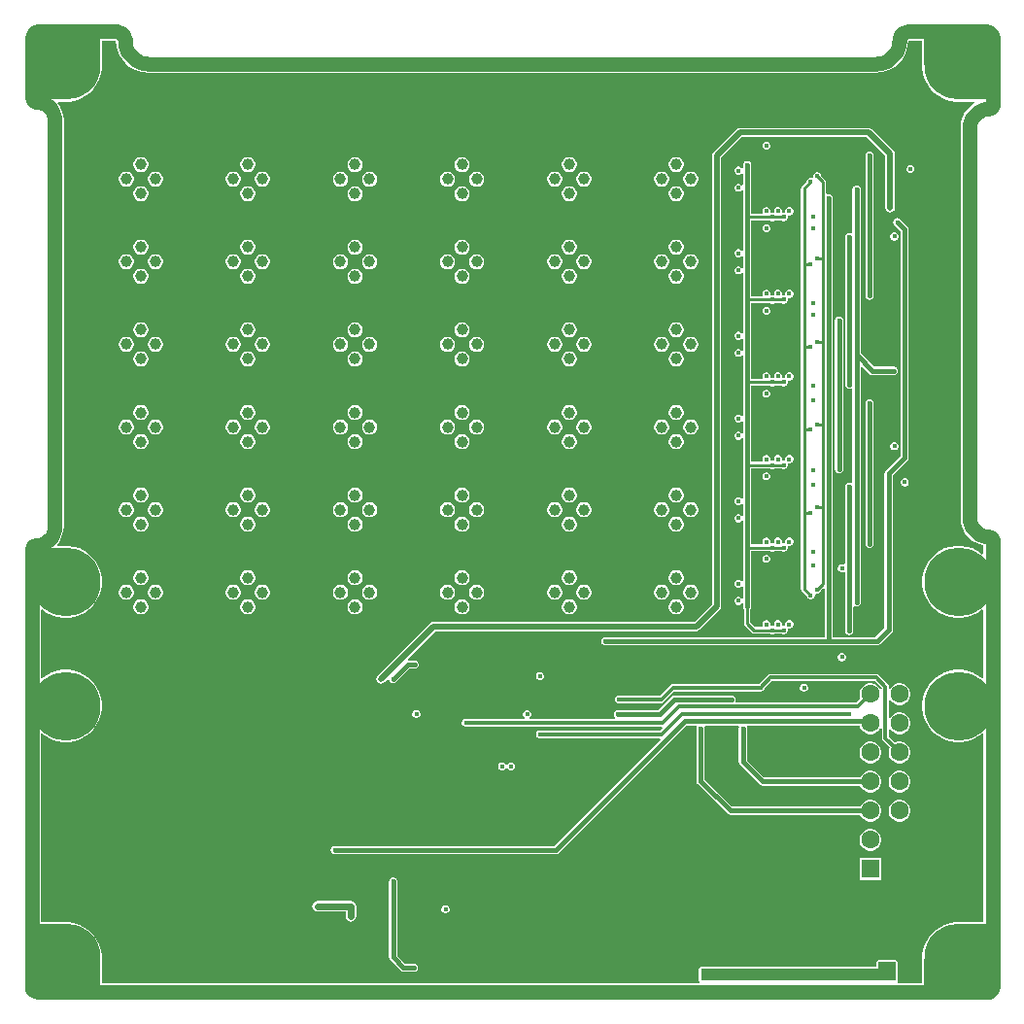
<source format=gbr>
G04*
G04 #@! TF.GenerationSoftware,Altium Limited,Altium Designer,24.1.2 (44)*
G04*
G04 Layer_Physical_Order=3*
G04 Layer_Color=16440176*
%FSLAX44Y44*%
%MOMM*%
G71*
G04*
G04 #@! TF.SameCoordinates,AE1A08C2-C3D6-4CBA-8CC8-208B27F027D9*
G04*
G04*
G04 #@! TF.FilePolarity,Positive*
G04*
G01*
G75*
%ADD11C,0.4000*%
%ADD13C,0.2540*%
%ADD14C,1.2700*%
%ADD32C,0.5000*%
%ADD33C,0.6000*%
%ADD34C,0.3000*%
%ADD35R,2.6000X2.2573*%
%ADD36R,6.3349X2.4639*%
%ADD37R,2.9365X2.0292*%
%ADD38R,3.3072X1.7892*%
%ADD39R,5.9717X2.9650*%
%ADD40R,1.2068X1.1540*%
%ADD41R,2.9679X1.7786*%
%ADD42R,1.8401X2.9958*%
%ADD43R,2.7495X2.9679*%
%ADD44R,2.9650X5.9674*%
%ADD45C,6.0000*%
%ADD46C,1.2000*%
%ADD47C,1.0000*%
%ADD48C,1.6000*%
%ADD49R,1.6000X1.6000*%
%ADD50C,0.4000*%
%ADD52C,0.3500*%
%ADD53R,1.5240X0.7620*%
%ADD54R,17.0180X1.0160*%
G36*
X782309Y814000D02*
X782500Y813539D01*
Y811521D01*
X783276Y806624D01*
X784808Y801908D01*
X787059Y797490D01*
X789973Y793479D01*
X793479Y789973D01*
X797490Y787059D01*
X801908Y784808D01*
X806624Y783276D01*
X811521Y782500D01*
X813741D01*
X814000Y782393D01*
X827944D01*
X828253Y781161D01*
X826491Y780219D01*
X822806Y777195D01*
X819782Y773510D01*
X817535Y769306D01*
X816151Y764744D01*
X815704Y760208D01*
X815704D01*
X815732Y758954D01*
Y652286D01*
Y612286D01*
Y572286D01*
Y420000D01*
X815683D01*
X816150Y415256D01*
X817534Y410694D01*
X819781Y406490D01*
X822805Y402805D01*
X826490Y399781D01*
X830694Y397534D01*
X835256Y396150D01*
X835732Y396103D01*
Y388475D01*
X834973Y388161D01*
X834462Y388070D01*
X830510Y390941D01*
X826092Y393192D01*
X821376Y394724D01*
X816479Y395500D01*
X811521D01*
X806624Y394724D01*
X801908Y393192D01*
X797490Y390941D01*
X793479Y388027D01*
X789973Y384521D01*
X787059Y380510D01*
X784808Y376092D01*
X783276Y371376D01*
X782500Y366479D01*
Y361521D01*
X783276Y356624D01*
X784808Y351908D01*
X787059Y347490D01*
X789973Y343479D01*
X793479Y339973D01*
X797490Y337059D01*
X801908Y334808D01*
X806624Y333276D01*
X811521Y332500D01*
X816479D01*
X821376Y333276D01*
X826092Y334808D01*
X830510Y337059D01*
X834462Y339930D01*
X834973Y339839D01*
X835732Y339525D01*
X835732Y280475D01*
X834973Y280161D01*
X834462Y280070D01*
X830510Y282941D01*
X826092Y285192D01*
X821376Y286724D01*
X816479Y287500D01*
X811521D01*
X806624Y286724D01*
X801908Y285192D01*
X797490Y282941D01*
X793479Y280027D01*
X789973Y276521D01*
X787059Y272510D01*
X784808Y268092D01*
X783276Y263376D01*
X782500Y258479D01*
Y253521D01*
X783276Y248624D01*
X784808Y243908D01*
X787059Y239490D01*
X789973Y235479D01*
X793479Y231973D01*
X797490Y229059D01*
X801908Y226808D01*
X806624Y225276D01*
X811521Y224500D01*
X816479D01*
X821376Y225276D01*
X826092Y226808D01*
X830510Y229059D01*
X834462Y231930D01*
X834973Y231839D01*
X835732Y231525D01*
X835732Y67635D01*
X814000D01*
X813673Y67500D01*
X811521D01*
X806624Y66724D01*
X801908Y65192D01*
X797490Y62941D01*
X793479Y60027D01*
X789973Y56521D01*
X787059Y52510D01*
X784808Y48092D01*
X783276Y43376D01*
X782500Y38479D01*
Y36414D01*
X782329Y36000D01*
Y14268D01*
X761173D01*
X760681Y15538D01*
X761084Y16510D01*
Y26670D01*
Y33020D01*
X760608Y34168D01*
X759460Y34644D01*
X744220D01*
X743072Y34168D01*
X742596Y33020D01*
Y28294D01*
X589280D01*
X588132Y27818D01*
X587656Y26670D01*
Y16510D01*
X588059Y15538D01*
X587567Y14268D01*
X67598Y14268D01*
Y36000D01*
X67500Y36236D01*
Y38479D01*
X66724Y43376D01*
X65192Y48092D01*
X62941Y52510D01*
X60027Y56521D01*
X56521Y60027D01*
X52510Y62941D01*
X48092Y65192D01*
X43376Y66724D01*
X38479Y67500D01*
X36356D01*
X36000Y67647D01*
X14268D01*
X14268Y231525D01*
X15027Y231839D01*
X15538Y231930D01*
X19490Y229059D01*
X23908Y226808D01*
X28624Y225276D01*
X33521Y224500D01*
X38479D01*
X43376Y225276D01*
X48092Y226808D01*
X52510Y229059D01*
X56521Y231973D01*
X60027Y235479D01*
X62941Y239490D01*
X65192Y243908D01*
X66724Y248624D01*
X67500Y253521D01*
Y258479D01*
X66724Y263376D01*
X65192Y268092D01*
X62941Y272510D01*
X60027Y276521D01*
X56521Y280027D01*
X52510Y282941D01*
X48092Y285192D01*
X43376Y286724D01*
X38479Y287500D01*
X33521D01*
X28624Y286724D01*
X23908Y285192D01*
X19490Y282941D01*
X15538Y280070D01*
X15027Y280161D01*
X14268Y280475D01*
Y339525D01*
X15027Y339839D01*
X15538Y339930D01*
X19490Y337059D01*
X23908Y334808D01*
X28624Y333276D01*
X33521Y332500D01*
X38479D01*
X43376Y333276D01*
X48092Y334808D01*
X52510Y337059D01*
X56521Y339973D01*
X60027Y343479D01*
X62941Y347490D01*
X65192Y351908D01*
X66724Y356624D01*
X67500Y361521D01*
Y366479D01*
X66724Y371376D01*
X65192Y376092D01*
X62941Y380510D01*
X60027Y384521D01*
X56521Y388027D01*
X52510Y390941D01*
X48092Y393192D01*
X43376Y394724D01*
X38479Y395500D01*
X36177D01*
X36000Y395573D01*
X28958D01*
X28415Y396721D01*
X30219Y398920D01*
X32466Y403124D01*
X33850Y407686D01*
X34317Y412430D01*
X34268D01*
Y766130D01*
X34317D01*
X33850Y770874D01*
X32466Y775436D01*
X30219Y779640D01*
X28897Y781252D01*
X29439Y782400D01*
X36000D01*
X36242Y782500D01*
X38479D01*
X43376Y783276D01*
X48092Y784808D01*
X52510Y787059D01*
X56521Y789973D01*
X60027Y793479D01*
X62941Y797490D01*
X65192Y801908D01*
X66724Y806624D01*
X67500Y811521D01*
Y813491D01*
X67595Y813721D01*
Y835732D01*
X79734Y835732D01*
X80061Y831575D01*
X81097Y827259D01*
X82796Y823158D01*
X85115Y819373D01*
X87998Y815998D01*
X91373Y813115D01*
X95158Y810796D01*
X99259Y809097D01*
X103575Y808061D01*
X108000Y807713D01*
Y807732D01*
X742000D01*
Y807713D01*
X746425Y808061D01*
X750741Y809097D01*
X754842Y810796D01*
X758627Y813115D01*
X762002Y815998D01*
X764885Y819373D01*
X767204Y823158D01*
X768903Y827259D01*
X769939Y831575D01*
X770266Y835732D01*
X782309D01*
Y814000D01*
D02*
G37*
%LPC*%
G36*
X735676Y759728D02*
X735676Y759728D01*
X623570D01*
X623570Y759728D01*
X622009Y759418D01*
X620686Y758534D01*
X620686Y758534D01*
X600366Y738214D01*
X599482Y736891D01*
X599172Y735330D01*
X599172Y735330D01*
Y344589D01*
X583781Y329198D01*
X356470Y329198D01*
X356470Y329198D01*
X354909Y328888D01*
X353586Y328004D01*
X307866Y282284D01*
X306982Y280961D01*
X306672Y279400D01*
X306982Y277839D01*
X307866Y276516D01*
X309189Y275632D01*
X310750Y275322D01*
X312311Y275632D01*
X313634Y276516D01*
X316541Y279423D01*
X316593Y279422D01*
X317476Y279156D01*
X317810Y278896D01*
Y278704D01*
X317945Y278379D01*
X318013Y278034D01*
X318208Y277742D01*
X318343Y277417D01*
X318591Y277169D01*
X318787Y276877D01*
X319079Y276681D01*
X319327Y276433D01*
X319652Y276298D01*
X319944Y276103D01*
X320289Y276035D01*
X320614Y275900D01*
X320965D01*
X321310Y275831D01*
X321655Y275900D01*
X322006D01*
X322331Y276035D01*
X322676Y276103D01*
X322968Y276298D01*
X323293Y276433D01*
X323541Y276681D01*
X323833Y276877D01*
X335468Y288511D01*
X339874D01*
X341240Y288783D01*
X342397Y289557D01*
X343171Y290714D01*
X343287Y291300D01*
X343374Y291509D01*
Y291735D01*
X343442Y292080D01*
X343374Y292425D01*
Y292901D01*
X343191Y293342D01*
X343171Y293445D01*
X343112Y293534D01*
X342841Y294188D01*
X341856Y295172D01*
X340570Y295705D01*
X339178D01*
X339041Y295648D01*
X334562D01*
X334036Y296918D01*
X358159Y321042D01*
X585470Y321042D01*
X585470Y321042D01*
X587031Y321352D01*
X588354Y322236D01*
X606134Y340016D01*
X606134Y340016D01*
X607018Y341339D01*
X607328Y342900D01*
Y733641D01*
X625259Y751572D01*
X733987D01*
X750302Y735257D01*
Y690080D01*
X750612Y688519D01*
X751496Y687196D01*
X752819Y686312D01*
X754380Y686002D01*
X755941Y686312D01*
X757264Y687196D01*
X758148Y688519D01*
X758458Y690080D01*
Y736946D01*
X758148Y738507D01*
X757264Y739830D01*
X757264Y739830D01*
X738560Y758534D01*
X737237Y759418D01*
X736978Y759469D01*
X735676Y759728D01*
D02*
G37*
G36*
X647326Y747720D02*
X645934D01*
X644647Y747187D01*
X643663Y746203D01*
X643130Y744916D01*
Y743524D01*
X643663Y742237D01*
X644647Y741253D01*
X645934Y740720D01*
X647326D01*
X648613Y741253D01*
X649597Y742237D01*
X650130Y743524D01*
Y744916D01*
X649597Y746203D01*
X648613Y747187D01*
X647326Y747720D01*
D02*
G37*
G36*
X629920Y731068D02*
X629575Y731000D01*
X629224D01*
X628899Y730865D01*
X628554Y730797D01*
X628262Y730602D01*
X627937Y730467D01*
X627689Y730219D01*
X627397Y730023D01*
X627201Y729731D01*
X626953Y729482D01*
X626818Y729158D01*
X626623Y728866D01*
X626554Y728521D01*
X626420Y728196D01*
Y727845D01*
X626351Y727500D01*
Y725058D01*
X625960Y724850D01*
X625081Y724668D01*
X624283Y725467D01*
X622996Y726000D01*
X621604D01*
X620317Y725467D01*
X619333Y724482D01*
X618800Y723196D01*
Y721804D01*
X619333Y720517D01*
X620317Y719533D01*
X621604Y719000D01*
X622996D01*
X624283Y719533D01*
X625081Y720332D01*
X625960Y720150D01*
X626351Y719942D01*
Y710058D01*
X625960Y709850D01*
X625081Y709668D01*
X624283Y710467D01*
X622996Y711000D01*
X621604D01*
X620317Y710467D01*
X619333Y709482D01*
X618800Y708196D01*
Y706804D01*
X619333Y705517D01*
X620317Y704533D01*
X621604Y704000D01*
X622996D01*
X624283Y704533D01*
X625081Y705332D01*
X625960Y705150D01*
X626351Y704942D01*
Y702500D01*
Y681990D01*
Y655500D01*
Y653058D01*
X625960Y652850D01*
X625081Y652668D01*
X624283Y653467D01*
X622996Y654000D01*
X621604D01*
X620317Y653467D01*
X619333Y652483D01*
X618800Y651196D01*
Y649804D01*
X619333Y648517D01*
X620317Y647533D01*
X621604Y647000D01*
X622996D01*
X624283Y647533D01*
X625081Y648332D01*
X625960Y648150D01*
X626351Y647942D01*
Y638058D01*
X625960Y637850D01*
X625081Y637668D01*
X624283Y638467D01*
X622996Y639000D01*
X621604D01*
X620317Y638467D01*
X619333Y637482D01*
X618800Y636196D01*
Y634804D01*
X619333Y633517D01*
X620317Y632533D01*
X621604Y632000D01*
X622996D01*
X624283Y632533D01*
X625081Y633332D01*
X625960Y633150D01*
X626351Y632942D01*
Y630500D01*
Y610870D01*
Y583500D01*
Y581058D01*
X625960Y580850D01*
X625081Y580668D01*
X624283Y581467D01*
X622996Y582000D01*
X621604D01*
X620317Y581467D01*
X619333Y580483D01*
X618800Y579196D01*
Y577804D01*
X619333Y576517D01*
X620317Y575533D01*
X621604Y575000D01*
X622996D01*
X624283Y575533D01*
X625081Y576332D01*
X625960Y576150D01*
X626351Y575942D01*
Y566058D01*
X625960Y565850D01*
X625081Y565668D01*
X624283Y566467D01*
X622996Y567000D01*
X621604D01*
X620317Y566467D01*
X619333Y565482D01*
X618800Y564196D01*
Y562804D01*
X619333Y561517D01*
X620317Y560533D01*
X621604Y560000D01*
X622996D01*
X624283Y560533D01*
X625081Y561332D01*
X625960Y561150D01*
X626351Y560942D01*
Y558500D01*
Y538480D01*
Y511500D01*
Y509058D01*
X625960Y508850D01*
X625081Y508668D01*
X624283Y509467D01*
X622996Y510000D01*
X621604D01*
X620317Y509467D01*
X619333Y508483D01*
X618800Y507196D01*
Y505804D01*
X619333Y504517D01*
X620317Y503533D01*
X621604Y503000D01*
X622996D01*
X624283Y503533D01*
X625081Y504332D01*
X625960Y504150D01*
X626351Y503942D01*
Y494058D01*
X625960Y493850D01*
X625081Y493668D01*
X624283Y494467D01*
X622996Y495000D01*
X621604D01*
X620317Y494467D01*
X619333Y493483D01*
X618800Y492196D01*
Y490804D01*
X619333Y489517D01*
X620317Y488533D01*
X621604Y488000D01*
X622996D01*
X624283Y488533D01*
X625081Y489332D01*
X625960Y489150D01*
X626351Y488942D01*
Y486500D01*
Y466090D01*
Y439500D01*
Y437058D01*
X625960Y436850D01*
X625081Y436668D01*
X624283Y437467D01*
X622996Y438000D01*
X621604D01*
X620317Y437467D01*
X619333Y436483D01*
X618800Y435196D01*
Y433804D01*
X619333Y432517D01*
X620317Y431533D01*
X621604Y431000D01*
X622996D01*
X624283Y431533D01*
X625081Y432332D01*
X625960Y432150D01*
X626351Y431942D01*
Y422058D01*
X625960Y421850D01*
X625081Y421668D01*
X624283Y422467D01*
X622996Y423000D01*
X621604D01*
X620317Y422467D01*
X619333Y421483D01*
X618800Y420196D01*
Y418804D01*
X619333Y417517D01*
X620317Y416533D01*
X621604Y416000D01*
X622996D01*
X624283Y416533D01*
X625081Y417332D01*
X625960Y417150D01*
X626351Y416942D01*
Y414500D01*
Y394970D01*
Y367500D01*
Y365058D01*
X625960Y364850D01*
X625081Y364668D01*
X624283Y365467D01*
X622996Y366000D01*
X621604D01*
X620317Y365467D01*
X619333Y364483D01*
X618800Y363196D01*
Y361804D01*
X619333Y360517D01*
X620317Y359533D01*
X621604Y359000D01*
X622996D01*
X624283Y359533D01*
X625081Y360332D01*
X625960Y360150D01*
X626351Y359942D01*
Y350058D01*
X625960Y349850D01*
X625081Y349668D01*
X624283Y350467D01*
X622996Y351000D01*
X621604D01*
X620317Y350467D01*
X619333Y349483D01*
X618800Y348196D01*
Y346804D01*
X619333Y345517D01*
X620317Y344533D01*
X621604Y344000D01*
X622996D01*
X624283Y344533D01*
X625081Y345332D01*
X625960Y345150D01*
X626351Y344942D01*
Y342500D01*
X626420Y342155D01*
Y341804D01*
X626554Y341479D01*
X626623Y341134D01*
X626818Y340842D01*
X626953Y340517D01*
X627096Y340374D01*
Y327660D01*
X627096Y327660D01*
X627311Y326579D01*
X627923Y325663D01*
X633593Y319993D01*
X633593Y319993D01*
X634509Y319381D01*
X635590Y319166D01*
X635590Y319166D01*
X649504D01*
X649647Y319023D01*
X650934Y318490D01*
X652326D01*
X653613Y319023D01*
X653755Y319166D01*
X659504D01*
X659647Y319023D01*
X660934Y318490D01*
X662326D01*
X663613Y319023D01*
X664597Y320008D01*
X665130Y321294D01*
Y322528D01*
X665506Y323016D01*
X666139Y323570D01*
X667326D01*
X668613Y324103D01*
X669597Y325088D01*
X670130Y326374D01*
Y327766D01*
X669597Y329053D01*
X668613Y330037D01*
X667326Y330570D01*
X665934D01*
X664647Y330037D01*
X663663Y329053D01*
X663130Y327766D01*
Y326532D01*
X662754Y326044D01*
X662121Y325490D01*
X661139D01*
X660506Y326044D01*
X660130Y326532D01*
Y327766D01*
X659597Y329053D01*
X658613Y330037D01*
X657326Y330570D01*
X655934D01*
X654647Y330037D01*
X653663Y329053D01*
X653130Y327766D01*
Y326532D01*
X652754Y326044D01*
X652121Y325490D01*
X651139D01*
X650506Y326044D01*
X650130Y326532D01*
Y327766D01*
X649597Y329053D01*
X648613Y330037D01*
X647326Y330570D01*
X645934D01*
X644647Y330037D01*
X643663Y329053D01*
X643130Y327766D01*
Y326374D01*
X643250Y326084D01*
X642401Y324814D01*
X636760D01*
X632744Y328830D01*
Y340374D01*
X632887Y340517D01*
X633022Y340842D01*
X633217Y341134D01*
X633285Y341479D01*
X633420Y341804D01*
Y342155D01*
X633489Y342500D01*
Y355000D01*
Y367500D01*
Y391166D01*
X649504D01*
X649647Y391023D01*
X650934Y390490D01*
X652326D01*
X653613Y391023D01*
X653755Y391166D01*
X659504D01*
X659647Y391023D01*
X660934Y390490D01*
X662326D01*
X663613Y391023D01*
X664597Y392007D01*
X665130Y393294D01*
Y394528D01*
X665506Y395016D01*
X666139Y395570D01*
X667326D01*
X668613Y396103D01*
X669597Y397088D01*
X670130Y398374D01*
Y399766D01*
X669597Y401053D01*
X668613Y402037D01*
X667326Y402570D01*
X665934D01*
X664647Y402037D01*
X663663Y401053D01*
X663130Y399766D01*
Y398532D01*
X662754Y398044D01*
X662121Y397490D01*
X661139D01*
X660506Y398044D01*
X660130Y398532D01*
Y399766D01*
X659597Y401053D01*
X658613Y402037D01*
X657326Y402570D01*
X655934D01*
X654647Y402037D01*
X653663Y401053D01*
X653130Y399766D01*
Y398532D01*
X652754Y398044D01*
X652121Y397490D01*
X651139D01*
X650506Y398044D01*
X650130Y398532D01*
Y399766D01*
X649597Y401053D01*
X648613Y402037D01*
X647326Y402570D01*
X645934D01*
X644647Y402037D01*
X643663Y401053D01*
X643130Y399766D01*
Y398374D01*
X643250Y398084D01*
X642401Y396814D01*
X633489D01*
Y414500D01*
Y427000D01*
Y439500D01*
Y463166D01*
X649504D01*
X649647Y463023D01*
X650934Y462490D01*
X652326D01*
X653613Y463023D01*
X653755Y463166D01*
X659504D01*
X659647Y463023D01*
X660934Y462490D01*
X662326D01*
X663613Y463023D01*
X664597Y464007D01*
X665130Y465294D01*
Y466528D01*
X665506Y467016D01*
X666139Y467570D01*
X667326D01*
X668613Y468103D01*
X669597Y469087D01*
X670130Y470374D01*
Y471766D01*
X669597Y473053D01*
X668613Y474037D01*
X667326Y474570D01*
X665934D01*
X664647Y474037D01*
X663663Y473053D01*
X663130Y471766D01*
Y470532D01*
X662754Y470044D01*
X662121Y469490D01*
X661139D01*
X660506Y470044D01*
X660130Y470532D01*
Y471766D01*
X659597Y473053D01*
X658613Y474037D01*
X657326Y474570D01*
X655934D01*
X654647Y474037D01*
X653663Y473053D01*
X653130Y471766D01*
Y470532D01*
X652754Y470044D01*
X652121Y469490D01*
X651139D01*
X650506Y470044D01*
X650130Y470532D01*
Y471766D01*
X649597Y473053D01*
X648613Y474037D01*
X647326Y474570D01*
X645934D01*
X644647Y474037D01*
X643663Y473053D01*
X643130Y471766D01*
Y470374D01*
X643250Y470084D01*
X642401Y468814D01*
X633489D01*
Y486500D01*
Y499000D01*
Y511500D01*
Y535166D01*
X649504D01*
X649647Y535023D01*
X650934Y534490D01*
X652326D01*
X653613Y535023D01*
X653755Y535166D01*
X659504D01*
X659647Y535023D01*
X660934Y534490D01*
X662326D01*
X663613Y535023D01*
X664597Y536007D01*
X665130Y537294D01*
Y538528D01*
X665506Y539016D01*
X666139Y539570D01*
X667326D01*
X668613Y540103D01*
X669597Y541087D01*
X670130Y542374D01*
Y543766D01*
X669597Y545053D01*
X668613Y546037D01*
X667326Y546570D01*
X665934D01*
X664647Y546037D01*
X663663Y545053D01*
X663130Y543766D01*
Y542532D01*
X662754Y542044D01*
X662121Y541490D01*
X661139D01*
X660506Y542044D01*
X660130Y542532D01*
Y543766D01*
X659597Y545053D01*
X658613Y546037D01*
X657326Y546570D01*
X655934D01*
X654647Y546037D01*
X653663Y545053D01*
X653130Y543766D01*
Y542532D01*
X652754Y542044D01*
X652121Y541490D01*
X651139D01*
X650506Y542044D01*
X650130Y542532D01*
Y543766D01*
X649597Y545053D01*
X648613Y546037D01*
X647326Y546570D01*
X645934D01*
X644647Y546037D01*
X643663Y545053D01*
X643130Y543766D01*
Y542374D01*
X643250Y542084D01*
X642401Y540814D01*
X633489D01*
Y558500D01*
Y571000D01*
Y583500D01*
Y607166D01*
X649504D01*
X649647Y607023D01*
X650934Y606490D01*
X652326D01*
X653613Y607023D01*
X653755Y607166D01*
X659504D01*
X659647Y607023D01*
X660934Y606490D01*
X662326D01*
X663613Y607023D01*
X664597Y608007D01*
X665130Y609294D01*
Y610528D01*
X665506Y611016D01*
X666139Y611570D01*
X667326D01*
X668613Y612103D01*
X669597Y613087D01*
X670130Y614374D01*
Y615766D01*
X669597Y617053D01*
X668613Y618037D01*
X667326Y618570D01*
X665934D01*
X664647Y618037D01*
X663663Y617053D01*
X663130Y615766D01*
Y614532D01*
X662754Y614044D01*
X662121Y613490D01*
X661139D01*
X660506Y614044D01*
X660130Y614532D01*
Y615766D01*
X659597Y617053D01*
X658613Y618037D01*
X657326Y618570D01*
X655934D01*
X654647Y618037D01*
X653663Y617053D01*
X653130Y615766D01*
Y614532D01*
X652754Y614044D01*
X652121Y613490D01*
X651139D01*
X650506Y614044D01*
X650130Y614532D01*
Y615766D01*
X649597Y617053D01*
X648613Y618037D01*
X647326Y618570D01*
X645934D01*
X644647Y618037D01*
X643663Y617053D01*
X643130Y615766D01*
Y614374D01*
X643250Y614084D01*
X642401Y612814D01*
X633489D01*
Y630500D01*
Y643000D01*
Y655500D01*
Y679166D01*
X649504D01*
X649647Y679023D01*
X650934Y678490D01*
X652326D01*
X653613Y679023D01*
X653755Y679166D01*
X659504D01*
X659647Y679023D01*
X660934Y678490D01*
X662326D01*
X663613Y679023D01*
X664597Y680007D01*
X665130Y681294D01*
Y682528D01*
X665506Y683016D01*
X666139Y683570D01*
X667326D01*
X668613Y684103D01*
X669597Y685087D01*
X670130Y686374D01*
Y687766D01*
X669597Y689053D01*
X668613Y690037D01*
X667326Y690570D01*
X665934D01*
X664647Y690037D01*
X663663Y689053D01*
X663130Y687766D01*
Y686532D01*
X662754Y686044D01*
X662121Y685490D01*
X661139D01*
X660506Y686044D01*
X660130Y686532D01*
Y687766D01*
X659597Y689053D01*
X658613Y690037D01*
X657326Y690570D01*
X655934D01*
X654647Y690037D01*
X653663Y689053D01*
X653130Y687766D01*
Y686532D01*
X652754Y686044D01*
X652121Y685490D01*
X651139D01*
X650506Y686044D01*
X650130Y686532D01*
Y687766D01*
X649597Y689053D01*
X648613Y690037D01*
X647326Y690570D01*
X645934D01*
X644647Y690037D01*
X643663Y689053D01*
X643130Y687766D01*
Y686374D01*
X643250Y686084D01*
X642401Y684814D01*
X633489D01*
Y702500D01*
Y715000D01*
Y727500D01*
X633420Y727845D01*
Y728196D01*
X633285Y728521D01*
X633217Y728866D01*
X633022Y729158D01*
X632887Y729482D01*
X632639Y729731D01*
X632443Y730023D01*
X632151Y730219D01*
X631903Y730467D01*
X631578Y730602D01*
X631286Y730797D01*
X630941Y730865D01*
X630616Y731000D01*
X630265D01*
X629920Y731068D01*
D02*
G37*
G36*
X568956Y734200D02*
X567244D01*
X565591Y733757D01*
X564109Y732901D01*
X562899Y731691D01*
X562043Y730209D01*
X561600Y728556D01*
Y726844D01*
X562043Y725191D01*
X562899Y723709D01*
X564109Y722499D01*
X565591Y721643D01*
X567244Y721200D01*
X568956D01*
X570609Y721643D01*
X572091Y722499D01*
X573301Y723709D01*
X574157Y725191D01*
X574600Y726844D01*
Y728556D01*
X574157Y730209D01*
X573301Y731691D01*
X572091Y732901D01*
X570609Y733757D01*
X568956Y734200D01*
D02*
G37*
G36*
X475616D02*
X473904D01*
X472251Y733757D01*
X470769Y732901D01*
X469559Y731691D01*
X468703Y730209D01*
X468260Y728556D01*
Y726844D01*
X468703Y725191D01*
X469559Y723709D01*
X470769Y722499D01*
X472251Y721643D01*
X473904Y721200D01*
X475616D01*
X477269Y721643D01*
X478751Y722499D01*
X479961Y723709D01*
X480817Y725191D01*
X481260Y726844D01*
Y728556D01*
X480817Y730209D01*
X479961Y731691D01*
X478751Y732901D01*
X477269Y733757D01*
X475616Y734200D01*
D02*
G37*
G36*
X382276D02*
X380564D01*
X378911Y733757D01*
X377429Y732901D01*
X376219Y731691D01*
X375363Y730209D01*
X374920Y728556D01*
Y726844D01*
X375363Y725191D01*
X376219Y723709D01*
X377429Y722499D01*
X378911Y721643D01*
X380564Y721200D01*
X382276D01*
X383929Y721643D01*
X385411Y722499D01*
X386621Y723709D01*
X387477Y725191D01*
X387920Y726844D01*
Y728556D01*
X387477Y730209D01*
X386621Y731691D01*
X385411Y732901D01*
X383929Y733757D01*
X382276Y734200D01*
D02*
G37*
G36*
X288936D02*
X287224D01*
X285571Y733757D01*
X284089Y732901D01*
X282879Y731691D01*
X282023Y730209D01*
X281580Y728556D01*
Y726844D01*
X282023Y725191D01*
X282879Y723709D01*
X284089Y722499D01*
X285571Y721643D01*
X287224Y721200D01*
X288936D01*
X290589Y721643D01*
X292071Y722499D01*
X293281Y723709D01*
X294137Y725191D01*
X294580Y726844D01*
Y728556D01*
X294137Y730209D01*
X293281Y731691D01*
X292071Y732901D01*
X290589Y733757D01*
X288936Y734200D01*
D02*
G37*
G36*
X195596D02*
X193884D01*
X192231Y733757D01*
X190749Y732901D01*
X189539Y731691D01*
X188683Y730209D01*
X188240Y728556D01*
Y726844D01*
X188683Y725191D01*
X189539Y723709D01*
X190749Y722499D01*
X192231Y721643D01*
X193884Y721200D01*
X195596D01*
X197249Y721643D01*
X198731Y722499D01*
X199941Y723709D01*
X200797Y725191D01*
X201240Y726844D01*
Y728556D01*
X200797Y730209D01*
X199941Y731691D01*
X198731Y732901D01*
X197249Y733757D01*
X195596Y734200D01*
D02*
G37*
G36*
X102256D02*
X100544D01*
X98891Y733757D01*
X97409Y732901D01*
X96199Y731691D01*
X95343Y730209D01*
X94900Y728556D01*
Y726844D01*
X95343Y725191D01*
X96199Y723709D01*
X97409Y722499D01*
X98891Y721643D01*
X100544Y721200D01*
X102256D01*
X103909Y721643D01*
X105391Y722499D01*
X106601Y723709D01*
X107457Y725191D01*
X107900Y726844D01*
Y728556D01*
X107457Y730209D01*
X106601Y731691D01*
X105391Y732901D01*
X103909Y733757D01*
X102256Y734200D01*
D02*
G37*
G36*
X772856Y727400D02*
X771464D01*
X770177Y726867D01*
X769193Y725883D01*
X768660Y724596D01*
Y723204D01*
X769193Y721917D01*
X770177Y720933D01*
X771464Y720400D01*
X772856D01*
X774143Y720933D01*
X775127Y721917D01*
X775660Y723204D01*
Y724596D01*
X775127Y725883D01*
X774143Y726867D01*
X772856Y727400D01*
D02*
G37*
G36*
X691576Y721000D02*
X690184D01*
X688897Y720467D01*
X687913Y719482D01*
X687380Y718196D01*
Y716804D01*
X687402Y716751D01*
X686430Y715779D01*
X685896Y716000D01*
X684504D01*
X683218Y715467D01*
X682233Y714482D01*
X681700Y713196D01*
Y712994D01*
X677453Y708747D01*
X676841Y707831D01*
X676626Y706750D01*
X676626Y706750D01*
Y640500D01*
Y568500D01*
Y496570D01*
X676626Y496570D01*
X676626Y496570D01*
Y424180D01*
X676626Y424180D01*
X676626Y424180D01*
Y358250D01*
X676626Y358250D01*
X676841Y357169D01*
X677453Y356253D01*
X681700Y352006D01*
Y351804D01*
X682233Y350517D01*
X683218Y349533D01*
X684504Y349000D01*
X685896D01*
X687183Y349533D01*
X688167Y350517D01*
X688700Y351804D01*
Y353196D01*
X688678Y353249D01*
X689650Y354221D01*
X690184Y354000D01*
X691576D01*
X692863Y354533D01*
X693847Y355517D01*
X694380Y356804D01*
Y357006D01*
X696297Y358923D01*
X697470Y358437D01*
Y339205D01*
Y315989D01*
X506198Y315989D01*
X505853Y315920D01*
X505502D01*
X505177Y315785D01*
X504832Y315717D01*
X504540Y315522D01*
X504215Y315387D01*
X503967Y315139D01*
X503674Y314943D01*
X503479Y314651D01*
X503231Y314403D01*
X503096Y314078D01*
X502901Y313786D01*
X502832Y313441D01*
X502698Y313116D01*
Y312765D01*
X502629Y312420D01*
X502698Y312075D01*
Y311724D01*
X502832Y311399D01*
X502901Y311054D01*
X503096Y310762D01*
X503231Y310437D01*
X503479Y310189D01*
X503674Y309897D01*
X503967Y309701D01*
X504215Y309453D01*
X504540Y309318D01*
X504832Y309123D01*
X505177Y309054D01*
X505502Y308920D01*
X505853D01*
X506198Y308851D01*
X701039Y308851D01*
X742950D01*
X744316Y309123D01*
X745473Y309897D01*
X755633Y320057D01*
X756407Y321214D01*
X756679Y322580D01*
Y456992D01*
X769603Y469917D01*
X770377Y471074D01*
X770649Y472440D01*
Y515620D01*
Y671230D01*
X770377Y672596D01*
X769603Y673753D01*
X763253Y680103D01*
X762961Y680299D01*
X762713Y680547D01*
X762388Y680682D01*
X762096Y680877D01*
X761751Y680946D01*
X761426Y681080D01*
X761075D01*
X760730Y681149D01*
X760385Y681080D01*
X760034D01*
X759709Y680946D01*
X759364Y680877D01*
X759072Y680682D01*
X758747Y680547D01*
X758499Y680299D01*
X758207Y680103D01*
X758011Y679811D01*
X757763Y679563D01*
X757628Y679238D01*
X757433Y678946D01*
X757365Y678601D01*
X757230Y678276D01*
Y677925D01*
X757161Y677580D01*
X757230Y677235D01*
Y676884D01*
X757365Y676559D01*
X757433Y676214D01*
X757628Y675922D01*
X757763Y675597D01*
X758011Y675349D01*
X758207Y675057D01*
X763511Y669752D01*
Y515620D01*
Y473918D01*
X750587Y460993D01*
X749813Y459836D01*
X749541Y458470D01*
Y324058D01*
X741472Y315989D01*
X704607D01*
Y339205D01*
Y411046D01*
Y482886D01*
Y554727D01*
Y626567D01*
Y698407D01*
X704539Y698752D01*
Y699104D01*
X704404Y699428D01*
X704336Y699773D01*
X704140Y700065D01*
X704006Y700390D01*
X703757Y700639D01*
X703562Y700931D01*
X703270Y701126D01*
X703021Y701375D01*
X702697Y701509D01*
X702404Y701704D01*
X702060Y701773D01*
X701735Y701907D01*
X701384D01*
X701039Y701976D01*
X700694Y701907D01*
X700343D01*
X700018Y701773D01*
X699047Y702362D01*
X698784Y702638D01*
Y712420D01*
X698784Y712420D01*
X698569Y713501D01*
X697957Y714417D01*
X697957Y714417D01*
X694380Y717994D01*
Y718196D01*
X693847Y719482D01*
X692863Y720467D01*
X691576Y721000D01*
D02*
G37*
G36*
X581656Y721500D02*
X579944D01*
X578291Y721057D01*
X576809Y720201D01*
X575599Y718991D01*
X574743Y717509D01*
X574300Y715856D01*
Y714144D01*
X574743Y712491D01*
X575599Y711009D01*
X576809Y709799D01*
X578291Y708943D01*
X579944Y708500D01*
X581656D01*
X583309Y708943D01*
X584791Y709799D01*
X586001Y711009D01*
X586857Y712491D01*
X587300Y714144D01*
Y715856D01*
X586857Y717509D01*
X586001Y718991D01*
X584791Y720201D01*
X583309Y721057D01*
X581656Y721500D01*
D02*
G37*
G36*
X556256D02*
X554544D01*
X552891Y721057D01*
X551409Y720201D01*
X550199Y718991D01*
X549343Y717509D01*
X548900Y715856D01*
Y714144D01*
X549343Y712491D01*
X550199Y711009D01*
X551409Y709799D01*
X552891Y708943D01*
X554544Y708500D01*
X556256D01*
X557909Y708943D01*
X559391Y709799D01*
X560601Y711009D01*
X561457Y712491D01*
X561900Y714144D01*
Y715856D01*
X561457Y717509D01*
X560601Y718991D01*
X559391Y720201D01*
X557909Y721057D01*
X556256Y721500D01*
D02*
G37*
G36*
X488316D02*
X486604D01*
X484951Y721057D01*
X483469Y720201D01*
X482259Y718991D01*
X481403Y717509D01*
X480960Y715856D01*
Y714144D01*
X481403Y712491D01*
X482259Y711009D01*
X483469Y709799D01*
X484951Y708943D01*
X486604Y708500D01*
X488316D01*
X489969Y708943D01*
X491451Y709799D01*
X492661Y711009D01*
X493517Y712491D01*
X493960Y714144D01*
Y715856D01*
X493517Y717509D01*
X492661Y718991D01*
X491451Y720201D01*
X489969Y721057D01*
X488316Y721500D01*
D02*
G37*
G36*
X462916D02*
X461204D01*
X459551Y721057D01*
X458069Y720201D01*
X456859Y718991D01*
X456003Y717509D01*
X455560Y715856D01*
Y714144D01*
X456003Y712491D01*
X456859Y711009D01*
X458069Y709799D01*
X459551Y708943D01*
X461204Y708500D01*
X462916D01*
X464569Y708943D01*
X466051Y709799D01*
X467261Y711009D01*
X468117Y712491D01*
X468560Y714144D01*
Y715856D01*
X468117Y717509D01*
X467261Y718991D01*
X466051Y720201D01*
X464569Y721057D01*
X462916Y721500D01*
D02*
G37*
G36*
X394976D02*
X393264D01*
X391611Y721057D01*
X390129Y720201D01*
X388919Y718991D01*
X388063Y717509D01*
X387620Y715856D01*
Y714144D01*
X388063Y712491D01*
X388919Y711009D01*
X390129Y709799D01*
X391611Y708943D01*
X393264Y708500D01*
X394976D01*
X396629Y708943D01*
X398111Y709799D01*
X399321Y711009D01*
X400177Y712491D01*
X400620Y714144D01*
Y715856D01*
X400177Y717509D01*
X399321Y718991D01*
X398111Y720201D01*
X396629Y721057D01*
X394976Y721500D01*
D02*
G37*
G36*
X369576D02*
X367864D01*
X366211Y721057D01*
X364729Y720201D01*
X363519Y718991D01*
X362663Y717509D01*
X362220Y715856D01*
Y714144D01*
X362663Y712491D01*
X363519Y711009D01*
X364729Y709799D01*
X366211Y708943D01*
X367864Y708500D01*
X369576D01*
X371229Y708943D01*
X372711Y709799D01*
X373921Y711009D01*
X374777Y712491D01*
X375220Y714144D01*
Y715856D01*
X374777Y717509D01*
X373921Y718991D01*
X372711Y720201D01*
X371229Y721057D01*
X369576Y721500D01*
D02*
G37*
G36*
X301636D02*
X299924D01*
X298271Y721057D01*
X296789Y720201D01*
X295579Y718991D01*
X294723Y717509D01*
X294280Y715856D01*
Y714144D01*
X294723Y712491D01*
X295579Y711009D01*
X296789Y709799D01*
X298271Y708943D01*
X299924Y708500D01*
X301636D01*
X303289Y708943D01*
X304771Y709799D01*
X305981Y711009D01*
X306837Y712491D01*
X307280Y714144D01*
Y715856D01*
X306837Y717509D01*
X305981Y718991D01*
X304771Y720201D01*
X303289Y721057D01*
X301636Y721500D01*
D02*
G37*
G36*
X276236D02*
X274524D01*
X272871Y721057D01*
X271389Y720201D01*
X270179Y718991D01*
X269323Y717509D01*
X268880Y715856D01*
Y714144D01*
X269323Y712491D01*
X270179Y711009D01*
X271389Y709799D01*
X272871Y708943D01*
X274524Y708500D01*
X276236D01*
X277889Y708943D01*
X279371Y709799D01*
X280581Y711009D01*
X281437Y712491D01*
X281880Y714144D01*
Y715856D01*
X281437Y717509D01*
X280581Y718991D01*
X279371Y720201D01*
X277889Y721057D01*
X276236Y721500D01*
D02*
G37*
G36*
X208296D02*
X206584D01*
X204931Y721057D01*
X203449Y720201D01*
X202239Y718991D01*
X201383Y717509D01*
X200940Y715856D01*
Y714144D01*
X201383Y712491D01*
X202239Y711009D01*
X203449Y709799D01*
X204931Y708943D01*
X206584Y708500D01*
X208296D01*
X209949Y708943D01*
X211431Y709799D01*
X212641Y711009D01*
X213497Y712491D01*
X213940Y714144D01*
Y715856D01*
X213497Y717509D01*
X212641Y718991D01*
X211431Y720201D01*
X209949Y721057D01*
X208296Y721500D01*
D02*
G37*
G36*
X182896D02*
X181184D01*
X179531Y721057D01*
X178049Y720201D01*
X176839Y718991D01*
X175983Y717509D01*
X175540Y715856D01*
Y714144D01*
X175983Y712491D01*
X176839Y711009D01*
X178049Y709799D01*
X179531Y708943D01*
X181184Y708500D01*
X182896D01*
X184549Y708943D01*
X186031Y709799D01*
X187241Y711009D01*
X188097Y712491D01*
X188540Y714144D01*
Y715856D01*
X188097Y717509D01*
X187241Y718991D01*
X186031Y720201D01*
X184549Y721057D01*
X182896Y721500D01*
D02*
G37*
G36*
X114956D02*
X113244D01*
X111591Y721057D01*
X110109Y720201D01*
X108899Y718991D01*
X108043Y717509D01*
X107600Y715856D01*
Y714144D01*
X108043Y712491D01*
X108899Y711009D01*
X110109Y709799D01*
X111591Y708943D01*
X113244Y708500D01*
X114956D01*
X116609Y708943D01*
X118091Y709799D01*
X119301Y711009D01*
X120157Y712491D01*
X120600Y714144D01*
Y715856D01*
X120157Y717509D01*
X119301Y718991D01*
X118091Y720201D01*
X116609Y721057D01*
X114956Y721500D01*
D02*
G37*
G36*
X89556D02*
X87844D01*
X86191Y721057D01*
X84709Y720201D01*
X83499Y718991D01*
X82643Y717509D01*
X82200Y715856D01*
Y714144D01*
X82643Y712491D01*
X83499Y711009D01*
X84709Y709799D01*
X86191Y708943D01*
X87844Y708500D01*
X89556D01*
X91209Y708943D01*
X92691Y709799D01*
X93901Y711009D01*
X94757Y712491D01*
X95200Y714144D01*
Y715856D01*
X94757Y717509D01*
X93901Y718991D01*
X92691Y720201D01*
X91209Y721057D01*
X89556Y721500D01*
D02*
G37*
G36*
X568956Y708800D02*
X567244D01*
X565591Y708357D01*
X564109Y707501D01*
X562899Y706291D01*
X562043Y704809D01*
X561600Y703156D01*
Y701444D01*
X562043Y699791D01*
X562899Y698309D01*
X564109Y697099D01*
X565591Y696243D01*
X567244Y695800D01*
X568956D01*
X570609Y696243D01*
X572091Y697099D01*
X573301Y698309D01*
X574157Y699791D01*
X574600Y701444D01*
Y703156D01*
X574157Y704809D01*
X573301Y706291D01*
X572091Y707501D01*
X570609Y708357D01*
X568956Y708800D01*
D02*
G37*
G36*
X475616D02*
X473904D01*
X472251Y708357D01*
X470769Y707501D01*
X469559Y706291D01*
X468703Y704809D01*
X468260Y703156D01*
Y701444D01*
X468703Y699791D01*
X469559Y698309D01*
X470769Y697099D01*
X472251Y696243D01*
X473904Y695800D01*
X475616D01*
X477269Y696243D01*
X478751Y697099D01*
X479961Y698309D01*
X480817Y699791D01*
X481260Y701444D01*
Y703156D01*
X480817Y704809D01*
X479961Y706291D01*
X478751Y707501D01*
X477269Y708357D01*
X475616Y708800D01*
D02*
G37*
G36*
X382276D02*
X380564D01*
X378911Y708357D01*
X377429Y707501D01*
X376219Y706291D01*
X375363Y704809D01*
X374920Y703156D01*
Y701444D01*
X375363Y699791D01*
X376219Y698309D01*
X377429Y697099D01*
X378911Y696243D01*
X380564Y695800D01*
X382276D01*
X383929Y696243D01*
X385411Y697099D01*
X386621Y698309D01*
X387477Y699791D01*
X387920Y701444D01*
Y703156D01*
X387477Y704809D01*
X386621Y706291D01*
X385411Y707501D01*
X383929Y708357D01*
X382276Y708800D01*
D02*
G37*
G36*
X288936D02*
X287224D01*
X285571Y708357D01*
X284089Y707501D01*
X282879Y706291D01*
X282023Y704809D01*
X281580Y703156D01*
Y701444D01*
X282023Y699791D01*
X282879Y698309D01*
X284089Y697099D01*
X285571Y696243D01*
X287224Y695800D01*
X288936D01*
X290589Y696243D01*
X292071Y697099D01*
X293281Y698309D01*
X294137Y699791D01*
X294580Y701444D01*
Y703156D01*
X294137Y704809D01*
X293281Y706291D01*
X292071Y707501D01*
X290589Y708357D01*
X288936Y708800D01*
D02*
G37*
G36*
X195596D02*
X193884D01*
X192231Y708357D01*
X190749Y707501D01*
X189539Y706291D01*
X188683Y704809D01*
X188240Y703156D01*
Y701444D01*
X188683Y699791D01*
X189539Y698309D01*
X190749Y697099D01*
X192231Y696243D01*
X193884Y695800D01*
X195596D01*
X197249Y696243D01*
X198731Y697099D01*
X199941Y698309D01*
X200797Y699791D01*
X201240Y701444D01*
Y703156D01*
X200797Y704809D01*
X199941Y706291D01*
X198731Y707501D01*
X197249Y708357D01*
X195596Y708800D01*
D02*
G37*
G36*
X102256D02*
X100544D01*
X98891Y708357D01*
X97409Y707501D01*
X96199Y706291D01*
X95343Y704809D01*
X94900Y703156D01*
Y701444D01*
X95343Y699791D01*
X96199Y698309D01*
X97409Y697099D01*
X98891Y696243D01*
X100544Y695800D01*
X102256D01*
X103909Y696243D01*
X105391Y697099D01*
X106601Y698309D01*
X107457Y699791D01*
X107900Y701444D01*
Y703156D01*
X107457Y704809D01*
X106601Y706291D01*
X105391Y707501D01*
X103909Y708357D01*
X102256Y708800D01*
D02*
G37*
G36*
X647326Y675720D02*
X645934D01*
X644647Y675187D01*
X643663Y674203D01*
X643130Y672916D01*
Y671524D01*
X643663Y670237D01*
X644647Y669253D01*
X645934Y668720D01*
X647326D01*
X648613Y669253D01*
X649597Y670237D01*
X650130Y671524D01*
Y672916D01*
X649597Y674203D01*
X648613Y675187D01*
X647326Y675720D01*
D02*
G37*
G36*
X725170Y709568D02*
X724825Y709500D01*
X724474D01*
X724149Y709365D01*
X723804Y709297D01*
X723512Y709102D01*
X723187Y708967D01*
X722939Y708718D01*
X722647Y708523D01*
X722451Y708231D01*
X722203Y707982D01*
X722068Y707658D01*
X721873Y707365D01*
X721805Y707021D01*
X721670Y706696D01*
Y706345D01*
X721601Y706000D01*
Y668117D01*
X721454Y667943D01*
X720835Y667542D01*
X720331Y667410D01*
X720186Y667507D01*
X719842Y667576D01*
X719517Y667710D01*
X719166D01*
X718821Y667779D01*
X718476Y667710D01*
X718125D01*
X717800Y667576D01*
X717455Y667507D01*
X717163Y667312D01*
X716838Y667177D01*
X716590Y666929D01*
X716297Y666733D01*
X716102Y666441D01*
X715854Y666193D01*
X715719Y665868D01*
X715524Y665576D01*
X715455Y665231D01*
X715321Y664906D01*
Y664555D01*
X715252Y664210D01*
Y535940D01*
X715321Y535595D01*
Y535244D01*
X715455Y534919D01*
X715524Y534574D01*
X715719Y534282D01*
X715854Y533957D01*
X716102Y533709D01*
X716297Y533417D01*
X716590Y533221D01*
X716838Y532973D01*
X717163Y532838D01*
X717455Y532643D01*
X717800Y532575D01*
X718125Y532440D01*
X718476D01*
X718821Y532371D01*
X719166Y532440D01*
X719517D01*
X719842Y532575D01*
X720186Y532643D01*
X720331Y532740D01*
X720835Y532608D01*
X721454Y532207D01*
X721601Y532033D01*
Y490000D01*
Y450946D01*
X721453Y450772D01*
X720832Y450371D01*
X720331Y450239D01*
X720186Y450337D01*
X719841Y450406D01*
X719516Y450540D01*
X719165D01*
X718820Y450609D01*
X718475Y450540D01*
X718124D01*
X717799Y450406D01*
X717454Y450337D01*
X717162Y450142D01*
X716837Y450007D01*
X716589Y449759D01*
X716297Y449563D01*
X716101Y449271D01*
X715853Y449023D01*
X715718Y448698D01*
X715523Y448406D01*
X715454Y448061D01*
X715320Y447736D01*
Y447385D01*
X715251Y447040D01*
Y379748D01*
X713981Y379082D01*
X713166Y379420D01*
X711774D01*
X710487Y378887D01*
X709503Y377903D01*
X708970Y376616D01*
Y375224D01*
X709503Y373937D01*
X710487Y372953D01*
X711774Y372420D01*
X713166D01*
X713981Y372758D01*
X715251Y372092D01*
Y321311D01*
X715321Y320962D01*
Y320614D01*
X715454Y320292D01*
X715523Y319945D01*
X715720Y319651D01*
X715854Y319327D01*
X716101Y319080D01*
X716297Y318787D01*
X716297Y318787D01*
X716590Y318591D01*
X716838Y318343D01*
X717163Y318208D01*
X717455Y318013D01*
X717800Y317945D01*
X718125Y317810D01*
X718476D01*
X718821Y317741D01*
X719166Y317810D01*
X719517D01*
X719842Y317945D01*
X720186Y318013D01*
X720479Y318208D01*
X720803Y318343D01*
X721052Y318591D01*
X721344Y318787D01*
X721540Y319079D01*
X721788Y319327D01*
X721923Y319652D01*
X722118Y319944D01*
X722186Y320289D01*
X722321Y320614D01*
Y320965D01*
X722389Y321310D01*
X722389Y321314D01*
Y342094D01*
X722537Y342268D01*
X723158Y342669D01*
X723659Y342800D01*
X723804Y342703D01*
X724149Y342635D01*
X724474Y342500D01*
X724825D01*
X725170Y342431D01*
X725515Y342500D01*
X725866D01*
X726191Y342635D01*
X726536Y342703D01*
X726828Y342898D01*
X727153Y343033D01*
X727401Y343281D01*
X727693Y343477D01*
X727889Y343769D01*
X728137Y344017D01*
X728272Y344342D01*
X728467Y344634D01*
X728536Y344979D01*
X728670Y345304D01*
Y345655D01*
X728739Y346000D01*
Y418000D01*
Y490000D01*
Y551725D01*
X729912Y552211D01*
X736617Y545507D01*
X737774Y544733D01*
X739140Y544461D01*
X757580D01*
X757925Y544530D01*
X758276D01*
X758601Y544664D01*
X758946Y544733D01*
X759238Y544928D01*
X759563Y545063D01*
X759811Y545311D01*
X760103Y545507D01*
X760299Y545799D01*
X760547Y546047D01*
X760682Y546372D01*
X760877Y546664D01*
X760945Y547009D01*
X761080Y547334D01*
Y547685D01*
X761149Y548030D01*
X761080Y548375D01*
Y548726D01*
X760945Y549051D01*
X760877Y549396D01*
X760682Y549688D01*
X760547Y550013D01*
X760299Y550261D01*
X760103Y550553D01*
X759811Y550749D01*
X759563Y550997D01*
X759238Y551132D01*
X758946Y551327D01*
X758601Y551395D01*
X758276Y551530D01*
X757925D01*
X757580Y551599D01*
X740618D01*
X728739Y563478D01*
Y634000D01*
Y706000D01*
X728670Y706345D01*
Y706696D01*
X728536Y707021D01*
X728467Y707365D01*
X728272Y707658D01*
X728137Y707982D01*
X727889Y708231D01*
X727693Y708523D01*
X727401Y708718D01*
X727153Y708967D01*
X726828Y709102D01*
X726536Y709297D01*
X726191Y709365D01*
X725866Y709500D01*
X725515D01*
X725170Y709568D01*
D02*
G37*
G36*
X758886Y668580D02*
X757494D01*
X756207Y668047D01*
X755223Y667063D01*
X754690Y665776D01*
Y664384D01*
X755223Y663097D01*
X756207Y662113D01*
X757494Y661580D01*
X758886D01*
X760173Y662113D01*
X761157Y663097D01*
X761690Y664384D01*
Y665776D01*
X761157Y667063D01*
X760173Y668047D01*
X758886Y668580D01*
D02*
G37*
G36*
X568956Y662200D02*
X567244D01*
X565591Y661757D01*
X564109Y660901D01*
X562899Y659691D01*
X562043Y658209D01*
X561600Y656556D01*
Y654844D01*
X562043Y653191D01*
X562899Y651709D01*
X564109Y650499D01*
X565591Y649643D01*
X567244Y649200D01*
X568956D01*
X570609Y649643D01*
X572091Y650499D01*
X573301Y651709D01*
X574157Y653191D01*
X574600Y654844D01*
Y656556D01*
X574157Y658209D01*
X573301Y659691D01*
X572091Y660901D01*
X570609Y661757D01*
X568956Y662200D01*
D02*
G37*
G36*
X475616D02*
X473904D01*
X472251Y661757D01*
X470769Y660901D01*
X469559Y659691D01*
X468703Y658209D01*
X468260Y656556D01*
Y654844D01*
X468703Y653191D01*
X469559Y651709D01*
X470769Y650499D01*
X472251Y649643D01*
X473904Y649200D01*
X475616D01*
X477269Y649643D01*
X478751Y650499D01*
X479961Y651709D01*
X480817Y653191D01*
X481260Y654844D01*
Y656556D01*
X480817Y658209D01*
X479961Y659691D01*
X478751Y660901D01*
X477269Y661757D01*
X475616Y662200D01*
D02*
G37*
G36*
X382276D02*
X380564D01*
X378911Y661757D01*
X377429Y660901D01*
X376219Y659691D01*
X375363Y658209D01*
X374920Y656556D01*
Y654844D01*
X375363Y653191D01*
X376219Y651709D01*
X377429Y650499D01*
X378911Y649643D01*
X380564Y649200D01*
X382276D01*
X383929Y649643D01*
X385411Y650499D01*
X386621Y651709D01*
X387477Y653191D01*
X387920Y654844D01*
Y656556D01*
X387477Y658209D01*
X386621Y659691D01*
X385411Y660901D01*
X383929Y661757D01*
X382276Y662200D01*
D02*
G37*
G36*
X288936D02*
X287224D01*
X285571Y661757D01*
X284089Y660901D01*
X282879Y659691D01*
X282023Y658209D01*
X281580Y656556D01*
Y654844D01*
X282023Y653191D01*
X282879Y651709D01*
X284089Y650499D01*
X285571Y649643D01*
X287224Y649200D01*
X288936D01*
X290589Y649643D01*
X292071Y650499D01*
X293281Y651709D01*
X294137Y653191D01*
X294580Y654844D01*
Y656556D01*
X294137Y658209D01*
X293281Y659691D01*
X292071Y660901D01*
X290589Y661757D01*
X288936Y662200D01*
D02*
G37*
G36*
X195596D02*
X193884D01*
X192231Y661757D01*
X190749Y660901D01*
X189539Y659691D01*
X188683Y658209D01*
X188240Y656556D01*
Y654844D01*
X188683Y653191D01*
X189539Y651709D01*
X190749Y650499D01*
X192231Y649643D01*
X193884Y649200D01*
X195596D01*
X197249Y649643D01*
X198731Y650499D01*
X199941Y651709D01*
X200797Y653191D01*
X201240Y654844D01*
Y656556D01*
X200797Y658209D01*
X199941Y659691D01*
X198731Y660901D01*
X197249Y661757D01*
X195596Y662200D01*
D02*
G37*
G36*
X102256D02*
X100544D01*
X98891Y661757D01*
X97409Y660901D01*
X96199Y659691D01*
X95343Y658209D01*
X94900Y656556D01*
Y654844D01*
X95343Y653191D01*
X96199Y651709D01*
X97409Y650499D01*
X98891Y649643D01*
X100544Y649200D01*
X102256D01*
X103909Y649643D01*
X105391Y650499D01*
X106601Y651709D01*
X107457Y653191D01*
X107900Y654844D01*
Y656556D01*
X107457Y658209D01*
X106601Y659691D01*
X105391Y660901D01*
X103909Y661757D01*
X102256Y662200D01*
D02*
G37*
G36*
X581656Y649500D02*
X579944D01*
X578291Y649057D01*
X576809Y648201D01*
X575599Y646991D01*
X574743Y645509D01*
X574300Y643856D01*
Y642144D01*
X574743Y640491D01*
X575599Y639009D01*
X576809Y637799D01*
X578291Y636943D01*
X579944Y636500D01*
X581656D01*
X583309Y636943D01*
X584791Y637799D01*
X586001Y639009D01*
X586857Y640491D01*
X587300Y642144D01*
Y643856D01*
X586857Y645509D01*
X586001Y646991D01*
X584791Y648201D01*
X583309Y649057D01*
X581656Y649500D01*
D02*
G37*
G36*
X556256D02*
X554544D01*
X552891Y649057D01*
X551409Y648201D01*
X550199Y646991D01*
X549343Y645509D01*
X548900Y643856D01*
Y642144D01*
X549343Y640491D01*
X550199Y639009D01*
X551409Y637799D01*
X552891Y636943D01*
X554544Y636500D01*
X556256D01*
X557909Y636943D01*
X559391Y637799D01*
X560601Y639009D01*
X561457Y640491D01*
X561900Y642144D01*
Y643856D01*
X561457Y645509D01*
X560601Y646991D01*
X559391Y648201D01*
X557909Y649057D01*
X556256Y649500D01*
D02*
G37*
G36*
X488316D02*
X486604D01*
X484951Y649057D01*
X483469Y648201D01*
X482259Y646991D01*
X481403Y645509D01*
X480960Y643856D01*
Y642144D01*
X481403Y640491D01*
X482259Y639009D01*
X483469Y637799D01*
X484951Y636943D01*
X486604Y636500D01*
X488316D01*
X489969Y636943D01*
X491451Y637799D01*
X492661Y639009D01*
X493517Y640491D01*
X493960Y642144D01*
Y643856D01*
X493517Y645509D01*
X492661Y646991D01*
X491451Y648201D01*
X489969Y649057D01*
X488316Y649500D01*
D02*
G37*
G36*
X462916D02*
X461204D01*
X459551Y649057D01*
X458069Y648201D01*
X456859Y646991D01*
X456003Y645509D01*
X455560Y643856D01*
Y642144D01*
X456003Y640491D01*
X456859Y639009D01*
X458069Y637799D01*
X459551Y636943D01*
X461204Y636500D01*
X462916D01*
X464569Y636943D01*
X466051Y637799D01*
X467261Y639009D01*
X468117Y640491D01*
X468560Y642144D01*
Y643856D01*
X468117Y645509D01*
X467261Y646991D01*
X466051Y648201D01*
X464569Y649057D01*
X462916Y649500D01*
D02*
G37*
G36*
X394976D02*
X393264D01*
X391611Y649057D01*
X390129Y648201D01*
X388919Y646991D01*
X388063Y645509D01*
X387620Y643856D01*
Y642144D01*
X388063Y640491D01*
X388919Y639009D01*
X390129Y637799D01*
X391611Y636943D01*
X393264Y636500D01*
X394976D01*
X396629Y636943D01*
X398111Y637799D01*
X399321Y639009D01*
X400177Y640491D01*
X400620Y642144D01*
Y643856D01*
X400177Y645509D01*
X399321Y646991D01*
X398111Y648201D01*
X396629Y649057D01*
X394976Y649500D01*
D02*
G37*
G36*
X369576D02*
X367864D01*
X366211Y649057D01*
X364729Y648201D01*
X363519Y646991D01*
X362663Y645509D01*
X362220Y643856D01*
Y642144D01*
X362663Y640491D01*
X363519Y639009D01*
X364729Y637799D01*
X366211Y636943D01*
X367864Y636500D01*
X369576D01*
X371229Y636943D01*
X372711Y637799D01*
X373921Y639009D01*
X374777Y640491D01*
X375220Y642144D01*
Y643856D01*
X374777Y645509D01*
X373921Y646991D01*
X372711Y648201D01*
X371229Y649057D01*
X369576Y649500D01*
D02*
G37*
G36*
X301636D02*
X299924D01*
X298271Y649057D01*
X296789Y648201D01*
X295579Y646991D01*
X294723Y645509D01*
X294280Y643856D01*
Y642144D01*
X294723Y640491D01*
X295579Y639009D01*
X296789Y637799D01*
X298271Y636943D01*
X299924Y636500D01*
X301636D01*
X303289Y636943D01*
X304771Y637799D01*
X305981Y639009D01*
X306837Y640491D01*
X307280Y642144D01*
Y643856D01*
X306837Y645509D01*
X305981Y646991D01*
X304771Y648201D01*
X303289Y649057D01*
X301636Y649500D01*
D02*
G37*
G36*
X276236D02*
X274524D01*
X272871Y649057D01*
X271389Y648201D01*
X270179Y646991D01*
X269323Y645509D01*
X268880Y643856D01*
Y642144D01*
X269323Y640491D01*
X270179Y639009D01*
X271389Y637799D01*
X272871Y636943D01*
X274524Y636500D01*
X276236D01*
X277889Y636943D01*
X279371Y637799D01*
X280581Y639009D01*
X281437Y640491D01*
X281880Y642144D01*
Y643856D01*
X281437Y645509D01*
X280581Y646991D01*
X279371Y648201D01*
X277889Y649057D01*
X276236Y649500D01*
D02*
G37*
G36*
X208296D02*
X206584D01*
X204931Y649057D01*
X203449Y648201D01*
X202239Y646991D01*
X201383Y645509D01*
X200940Y643856D01*
Y642144D01*
X201383Y640491D01*
X202239Y639009D01*
X203449Y637799D01*
X204931Y636943D01*
X206584Y636500D01*
X208296D01*
X209949Y636943D01*
X211431Y637799D01*
X212641Y639009D01*
X213497Y640491D01*
X213940Y642144D01*
Y643856D01*
X213497Y645509D01*
X212641Y646991D01*
X211431Y648201D01*
X209949Y649057D01*
X208296Y649500D01*
D02*
G37*
G36*
X182896D02*
X181184D01*
X179531Y649057D01*
X178049Y648201D01*
X176839Y646991D01*
X175983Y645509D01*
X175540Y643856D01*
Y642144D01*
X175983Y640491D01*
X176839Y639009D01*
X178049Y637799D01*
X179531Y636943D01*
X181184Y636500D01*
X182896D01*
X184549Y636943D01*
X186031Y637799D01*
X187241Y639009D01*
X188097Y640491D01*
X188540Y642144D01*
Y643856D01*
X188097Y645509D01*
X187241Y646991D01*
X186031Y648201D01*
X184549Y649057D01*
X182896Y649500D01*
D02*
G37*
G36*
X114956D02*
X113244D01*
X111591Y649057D01*
X110109Y648201D01*
X108899Y646991D01*
X108043Y645509D01*
X107600Y643856D01*
Y642144D01*
X108043Y640491D01*
X108899Y639009D01*
X110109Y637799D01*
X111591Y636943D01*
X113244Y636500D01*
X114956D01*
X116609Y636943D01*
X118091Y637799D01*
X119301Y639009D01*
X120157Y640491D01*
X120600Y642144D01*
Y643856D01*
X120157Y645509D01*
X119301Y646991D01*
X118091Y648201D01*
X116609Y649057D01*
X114956Y649500D01*
D02*
G37*
G36*
X89556D02*
X87844D01*
X86191Y649057D01*
X84709Y648201D01*
X83499Y646991D01*
X82643Y645509D01*
X82200Y643856D01*
Y642144D01*
X82643Y640491D01*
X83499Y639009D01*
X84709Y637799D01*
X86191Y636943D01*
X87844Y636500D01*
X89556D01*
X91209Y636943D01*
X92691Y637799D01*
X93901Y639009D01*
X94757Y640491D01*
X95200Y642144D01*
Y643856D01*
X94757Y645509D01*
X93901Y646991D01*
X92691Y648201D01*
X91209Y649057D01*
X89556Y649500D01*
D02*
G37*
G36*
X568956Y636800D02*
X567244D01*
X565591Y636357D01*
X564109Y635501D01*
X562899Y634291D01*
X562043Y632809D01*
X561600Y631156D01*
Y629444D01*
X562043Y627791D01*
X562899Y626309D01*
X564109Y625099D01*
X565591Y624243D01*
X567244Y623800D01*
X568956D01*
X570609Y624243D01*
X572091Y625099D01*
X573301Y626309D01*
X574157Y627791D01*
X574600Y629444D01*
Y631156D01*
X574157Y632809D01*
X573301Y634291D01*
X572091Y635501D01*
X570609Y636357D01*
X568956Y636800D01*
D02*
G37*
G36*
X475616D02*
X473904D01*
X472251Y636357D01*
X470769Y635501D01*
X469559Y634291D01*
X468703Y632809D01*
X468260Y631156D01*
Y629444D01*
X468703Y627791D01*
X469559Y626309D01*
X470769Y625099D01*
X472251Y624243D01*
X473904Y623800D01*
X475616D01*
X477269Y624243D01*
X478751Y625099D01*
X479961Y626309D01*
X480817Y627791D01*
X481260Y629444D01*
Y631156D01*
X480817Y632809D01*
X479961Y634291D01*
X478751Y635501D01*
X477269Y636357D01*
X475616Y636800D01*
D02*
G37*
G36*
X382276D02*
X380564D01*
X378911Y636357D01*
X377429Y635501D01*
X376219Y634291D01*
X375363Y632809D01*
X374920Y631156D01*
Y629444D01*
X375363Y627791D01*
X376219Y626309D01*
X377429Y625099D01*
X378911Y624243D01*
X380564Y623800D01*
X382276D01*
X383929Y624243D01*
X385411Y625099D01*
X386621Y626309D01*
X387477Y627791D01*
X387920Y629444D01*
Y631156D01*
X387477Y632809D01*
X386621Y634291D01*
X385411Y635501D01*
X383929Y636357D01*
X382276Y636800D01*
D02*
G37*
G36*
X288936D02*
X287224D01*
X285571Y636357D01*
X284089Y635501D01*
X282879Y634291D01*
X282023Y632809D01*
X281580Y631156D01*
Y629444D01*
X282023Y627791D01*
X282879Y626309D01*
X284089Y625099D01*
X285571Y624243D01*
X287224Y623800D01*
X288936D01*
X290589Y624243D01*
X292071Y625099D01*
X293281Y626309D01*
X294137Y627791D01*
X294580Y629444D01*
Y631156D01*
X294137Y632809D01*
X293281Y634291D01*
X292071Y635501D01*
X290589Y636357D01*
X288936Y636800D01*
D02*
G37*
G36*
X195596D02*
X193884D01*
X192231Y636357D01*
X190749Y635501D01*
X189539Y634291D01*
X188683Y632809D01*
X188240Y631156D01*
Y629444D01*
X188683Y627791D01*
X189539Y626309D01*
X190749Y625099D01*
X192231Y624243D01*
X193884Y623800D01*
X195596D01*
X197249Y624243D01*
X198731Y625099D01*
X199941Y626309D01*
X200797Y627791D01*
X201240Y629444D01*
Y631156D01*
X200797Y632809D01*
X199941Y634291D01*
X198731Y635501D01*
X197249Y636357D01*
X195596Y636800D01*
D02*
G37*
G36*
X102256D02*
X100544D01*
X98891Y636357D01*
X97409Y635501D01*
X96199Y634291D01*
X95343Y632809D01*
X94900Y631156D01*
Y629444D01*
X95343Y627791D01*
X96199Y626309D01*
X97409Y625099D01*
X98891Y624243D01*
X100544Y623800D01*
X102256D01*
X103909Y624243D01*
X105391Y625099D01*
X106601Y626309D01*
X107457Y627791D01*
X107900Y629444D01*
Y631156D01*
X107457Y632809D01*
X106601Y634291D01*
X105391Y635501D01*
X103909Y636357D01*
X102256Y636800D01*
D02*
G37*
G36*
X736600Y738899D02*
X736255Y738830D01*
X735904D01*
X735579Y738696D01*
X735234Y738627D01*
X734942Y738432D01*
X734617Y738297D01*
X734369Y738049D01*
X734077Y737853D01*
X733881Y737561D01*
X733633Y737313D01*
X733498Y736988D01*
X733303Y736696D01*
X733234Y736351D01*
X733100Y736026D01*
Y735675D01*
X733031Y735330D01*
Y613410D01*
X733100Y613065D01*
Y612714D01*
X733234Y612389D01*
X733303Y612044D01*
X733498Y611752D01*
X733633Y611427D01*
X733881Y611179D01*
X734077Y610887D01*
X734369Y610691D01*
X734617Y610443D01*
X734942Y610308D01*
X735234Y610113D01*
X735579Y610045D01*
X735904Y609910D01*
X736255D01*
X736600Y609841D01*
X736945Y609910D01*
X737296D01*
X737621Y610045D01*
X737966Y610113D01*
X738258Y610308D01*
X738583Y610443D01*
X738831Y610691D01*
X739123Y610887D01*
X739319Y611179D01*
X739567Y611427D01*
X739702Y611752D01*
X739897Y612044D01*
X739966Y612389D01*
X740100Y612714D01*
Y613065D01*
X740169Y613410D01*
Y735330D01*
X740100Y735675D01*
Y736026D01*
X739966Y736351D01*
X739897Y736696D01*
X739702Y736988D01*
X739567Y737313D01*
X739319Y737561D01*
X739123Y737853D01*
X738831Y738049D01*
X738583Y738297D01*
X738258Y738432D01*
X737966Y738627D01*
X737621Y738696D01*
X737296Y738830D01*
X736945D01*
X736600Y738899D01*
D02*
G37*
G36*
X647326Y603720D02*
X645934D01*
X644647Y603187D01*
X643663Y602203D01*
X643130Y600916D01*
Y599524D01*
X643663Y598237D01*
X644647Y597253D01*
X645934Y596720D01*
X647326D01*
X648613Y597253D01*
X649597Y598237D01*
X650130Y599524D01*
Y600916D01*
X649597Y602203D01*
X648613Y603187D01*
X647326Y603720D01*
D02*
G37*
G36*
X568956Y590200D02*
X567244D01*
X565591Y589757D01*
X564109Y588901D01*
X562899Y587691D01*
X562043Y586209D01*
X561600Y584556D01*
Y582844D01*
X562043Y581191D01*
X562899Y579709D01*
X564109Y578499D01*
X565591Y577643D01*
X567244Y577200D01*
X568956D01*
X570609Y577643D01*
X572091Y578499D01*
X573301Y579709D01*
X574157Y581191D01*
X574600Y582844D01*
Y584556D01*
X574157Y586209D01*
X573301Y587691D01*
X572091Y588901D01*
X570609Y589757D01*
X568956Y590200D01*
D02*
G37*
G36*
X475616D02*
X473904D01*
X472251Y589757D01*
X470769Y588901D01*
X469559Y587691D01*
X468703Y586209D01*
X468260Y584556D01*
Y582844D01*
X468703Y581191D01*
X469559Y579709D01*
X470769Y578499D01*
X472251Y577643D01*
X473904Y577200D01*
X475616D01*
X477269Y577643D01*
X478751Y578499D01*
X479961Y579709D01*
X480817Y581191D01*
X481260Y582844D01*
Y584556D01*
X480817Y586209D01*
X479961Y587691D01*
X478751Y588901D01*
X477269Y589757D01*
X475616Y590200D01*
D02*
G37*
G36*
X382276D02*
X380564D01*
X378911Y589757D01*
X377429Y588901D01*
X376219Y587691D01*
X375363Y586209D01*
X374920Y584556D01*
Y582844D01*
X375363Y581191D01*
X376219Y579709D01*
X377429Y578499D01*
X378911Y577643D01*
X380564Y577200D01*
X382276D01*
X383929Y577643D01*
X385411Y578499D01*
X386621Y579709D01*
X387477Y581191D01*
X387920Y582844D01*
Y584556D01*
X387477Y586209D01*
X386621Y587691D01*
X385411Y588901D01*
X383929Y589757D01*
X382276Y590200D01*
D02*
G37*
G36*
X288936D02*
X287224D01*
X285571Y589757D01*
X284089Y588901D01*
X282879Y587691D01*
X282023Y586209D01*
X281580Y584556D01*
Y582844D01*
X282023Y581191D01*
X282879Y579709D01*
X284089Y578499D01*
X285571Y577643D01*
X287224Y577200D01*
X288936D01*
X290589Y577643D01*
X292071Y578499D01*
X293281Y579709D01*
X294137Y581191D01*
X294580Y582844D01*
Y584556D01*
X294137Y586209D01*
X293281Y587691D01*
X292071Y588901D01*
X290589Y589757D01*
X288936Y590200D01*
D02*
G37*
G36*
X195596D02*
X193884D01*
X192231Y589757D01*
X190749Y588901D01*
X189539Y587691D01*
X188683Y586209D01*
X188240Y584556D01*
Y582844D01*
X188683Y581191D01*
X189539Y579709D01*
X190749Y578499D01*
X192231Y577643D01*
X193884Y577200D01*
X195596D01*
X197249Y577643D01*
X198731Y578499D01*
X199941Y579709D01*
X200797Y581191D01*
X201240Y582844D01*
Y584556D01*
X200797Y586209D01*
X199941Y587691D01*
X198731Y588901D01*
X197249Y589757D01*
X195596Y590200D01*
D02*
G37*
G36*
X102256D02*
X100544D01*
X98891Y589757D01*
X97409Y588901D01*
X96199Y587691D01*
X95343Y586209D01*
X94900Y584556D01*
Y582844D01*
X95343Y581191D01*
X96199Y579709D01*
X97409Y578499D01*
X98891Y577643D01*
X100544Y577200D01*
X102256D01*
X103909Y577643D01*
X105391Y578499D01*
X106601Y579709D01*
X107457Y581191D01*
X107900Y582844D01*
Y584556D01*
X107457Y586209D01*
X106601Y587691D01*
X105391Y588901D01*
X103909Y589757D01*
X102256Y590200D01*
D02*
G37*
G36*
X581656Y577500D02*
X579944D01*
X578291Y577057D01*
X576809Y576201D01*
X575599Y574991D01*
X574743Y573509D01*
X574300Y571856D01*
Y570144D01*
X574743Y568491D01*
X575599Y567009D01*
X576809Y565799D01*
X578291Y564943D01*
X579944Y564500D01*
X581656D01*
X583309Y564943D01*
X584791Y565799D01*
X586001Y567009D01*
X586857Y568491D01*
X587300Y570144D01*
Y571856D01*
X586857Y573509D01*
X586001Y574991D01*
X584791Y576201D01*
X583309Y577057D01*
X581656Y577500D01*
D02*
G37*
G36*
X556256D02*
X554544D01*
X552891Y577057D01*
X551409Y576201D01*
X550199Y574991D01*
X549343Y573509D01*
X548900Y571856D01*
Y570144D01*
X549343Y568491D01*
X550199Y567009D01*
X551409Y565799D01*
X552891Y564943D01*
X554544Y564500D01*
X556256D01*
X557909Y564943D01*
X559391Y565799D01*
X560601Y567009D01*
X561457Y568491D01*
X561900Y570144D01*
Y571856D01*
X561457Y573509D01*
X560601Y574991D01*
X559391Y576201D01*
X557909Y577057D01*
X556256Y577500D01*
D02*
G37*
G36*
X488316D02*
X486604D01*
X484951Y577057D01*
X483469Y576201D01*
X482259Y574991D01*
X481403Y573509D01*
X480960Y571856D01*
Y570144D01*
X481403Y568491D01*
X482259Y567009D01*
X483469Y565799D01*
X484951Y564943D01*
X486604Y564500D01*
X488316D01*
X489969Y564943D01*
X491451Y565799D01*
X492661Y567009D01*
X493517Y568491D01*
X493960Y570144D01*
Y571856D01*
X493517Y573509D01*
X492661Y574991D01*
X491451Y576201D01*
X489969Y577057D01*
X488316Y577500D01*
D02*
G37*
G36*
X462916D02*
X461204D01*
X459551Y577057D01*
X458069Y576201D01*
X456859Y574991D01*
X456003Y573509D01*
X455560Y571856D01*
Y570144D01*
X456003Y568491D01*
X456859Y567009D01*
X458069Y565799D01*
X459551Y564943D01*
X461204Y564500D01*
X462916D01*
X464569Y564943D01*
X466051Y565799D01*
X467261Y567009D01*
X468117Y568491D01*
X468560Y570144D01*
Y571856D01*
X468117Y573509D01*
X467261Y574991D01*
X466051Y576201D01*
X464569Y577057D01*
X462916Y577500D01*
D02*
G37*
G36*
X394976D02*
X393264D01*
X391611Y577057D01*
X390129Y576201D01*
X388919Y574991D01*
X388063Y573509D01*
X387620Y571856D01*
Y570144D01*
X388063Y568491D01*
X388919Y567009D01*
X390129Y565799D01*
X391611Y564943D01*
X393264Y564500D01*
X394976D01*
X396629Y564943D01*
X398111Y565799D01*
X399321Y567009D01*
X400177Y568491D01*
X400620Y570144D01*
Y571856D01*
X400177Y573509D01*
X399321Y574991D01*
X398111Y576201D01*
X396629Y577057D01*
X394976Y577500D01*
D02*
G37*
G36*
X369576D02*
X367864D01*
X366211Y577057D01*
X364729Y576201D01*
X363519Y574991D01*
X362663Y573509D01*
X362220Y571856D01*
Y570144D01*
X362663Y568491D01*
X363519Y567009D01*
X364729Y565799D01*
X366211Y564943D01*
X367864Y564500D01*
X369576D01*
X371229Y564943D01*
X372711Y565799D01*
X373921Y567009D01*
X374777Y568491D01*
X375220Y570144D01*
Y571856D01*
X374777Y573509D01*
X373921Y574991D01*
X372711Y576201D01*
X371229Y577057D01*
X369576Y577500D01*
D02*
G37*
G36*
X301636D02*
X299924D01*
X298271Y577057D01*
X296789Y576201D01*
X295579Y574991D01*
X294723Y573509D01*
X294280Y571856D01*
Y570144D01*
X294723Y568491D01*
X295579Y567009D01*
X296789Y565799D01*
X298271Y564943D01*
X299924Y564500D01*
X301636D01*
X303289Y564943D01*
X304771Y565799D01*
X305981Y567009D01*
X306837Y568491D01*
X307280Y570144D01*
Y571856D01*
X306837Y573509D01*
X305981Y574991D01*
X304771Y576201D01*
X303289Y577057D01*
X301636Y577500D01*
D02*
G37*
G36*
X276236D02*
X274524D01*
X272871Y577057D01*
X271389Y576201D01*
X270179Y574991D01*
X269323Y573509D01*
X268880Y571856D01*
Y570144D01*
X269323Y568491D01*
X270179Y567009D01*
X271389Y565799D01*
X272871Y564943D01*
X274524Y564500D01*
X276236D01*
X277889Y564943D01*
X279371Y565799D01*
X280581Y567009D01*
X281437Y568491D01*
X281880Y570144D01*
Y571856D01*
X281437Y573509D01*
X280581Y574991D01*
X279371Y576201D01*
X277889Y577057D01*
X276236Y577500D01*
D02*
G37*
G36*
X208296D02*
X206584D01*
X204931Y577057D01*
X203449Y576201D01*
X202239Y574991D01*
X201383Y573509D01*
X200940Y571856D01*
Y570144D01*
X201383Y568491D01*
X202239Y567009D01*
X203449Y565799D01*
X204931Y564943D01*
X206584Y564500D01*
X208296D01*
X209949Y564943D01*
X211431Y565799D01*
X212641Y567009D01*
X213497Y568491D01*
X213940Y570144D01*
Y571856D01*
X213497Y573509D01*
X212641Y574991D01*
X211431Y576201D01*
X209949Y577057D01*
X208296Y577500D01*
D02*
G37*
G36*
X182896D02*
X181184D01*
X179531Y577057D01*
X178049Y576201D01*
X176839Y574991D01*
X175983Y573509D01*
X175540Y571856D01*
Y570144D01*
X175983Y568491D01*
X176839Y567009D01*
X178049Y565799D01*
X179531Y564943D01*
X181184Y564500D01*
X182896D01*
X184549Y564943D01*
X186031Y565799D01*
X187241Y567009D01*
X188097Y568491D01*
X188540Y570144D01*
Y571856D01*
X188097Y573509D01*
X187241Y574991D01*
X186031Y576201D01*
X184549Y577057D01*
X182896Y577500D01*
D02*
G37*
G36*
X114956D02*
X113244D01*
X111591Y577057D01*
X110109Y576201D01*
X108899Y574991D01*
X108043Y573509D01*
X107600Y571856D01*
Y570144D01*
X108043Y568491D01*
X108899Y567009D01*
X110109Y565799D01*
X111591Y564943D01*
X113244Y564500D01*
X114956D01*
X116609Y564943D01*
X118091Y565799D01*
X119301Y567009D01*
X120157Y568491D01*
X120600Y570144D01*
Y571856D01*
X120157Y573509D01*
X119301Y574991D01*
X118091Y576201D01*
X116609Y577057D01*
X114956Y577500D01*
D02*
G37*
G36*
X89556D02*
X87844D01*
X86191Y577057D01*
X84709Y576201D01*
X83499Y574991D01*
X82643Y573509D01*
X82200Y571856D01*
Y570144D01*
X82643Y568491D01*
X83499Y567009D01*
X84709Y565799D01*
X86191Y564943D01*
X87844Y564500D01*
X89556D01*
X91209Y564943D01*
X92691Y565799D01*
X93901Y567009D01*
X94757Y568491D01*
X95200Y570144D01*
Y571856D01*
X94757Y573509D01*
X93901Y574991D01*
X92691Y576201D01*
X91209Y577057D01*
X89556Y577500D01*
D02*
G37*
G36*
X568956Y564800D02*
X567244D01*
X565591Y564357D01*
X564109Y563501D01*
X562899Y562291D01*
X562043Y560809D01*
X561600Y559156D01*
Y557444D01*
X562043Y555791D01*
X562899Y554309D01*
X564109Y553099D01*
X565591Y552243D01*
X567244Y551800D01*
X568956D01*
X570609Y552243D01*
X572091Y553099D01*
X573301Y554309D01*
X574157Y555791D01*
X574600Y557444D01*
Y559156D01*
X574157Y560809D01*
X573301Y562291D01*
X572091Y563501D01*
X570609Y564357D01*
X568956Y564800D01*
D02*
G37*
G36*
X475616D02*
X473904D01*
X472251Y564357D01*
X470769Y563501D01*
X469559Y562291D01*
X468703Y560809D01*
X468260Y559156D01*
Y557444D01*
X468703Y555791D01*
X469559Y554309D01*
X470769Y553099D01*
X472251Y552243D01*
X473904Y551800D01*
X475616D01*
X477269Y552243D01*
X478751Y553099D01*
X479961Y554309D01*
X480817Y555791D01*
X481260Y557444D01*
Y559156D01*
X480817Y560809D01*
X479961Y562291D01*
X478751Y563501D01*
X477269Y564357D01*
X475616Y564800D01*
D02*
G37*
G36*
X382276D02*
X380564D01*
X378911Y564357D01*
X377429Y563501D01*
X376219Y562291D01*
X375363Y560809D01*
X374920Y559156D01*
Y557444D01*
X375363Y555791D01*
X376219Y554309D01*
X377429Y553099D01*
X378911Y552243D01*
X380564Y551800D01*
X382276D01*
X383929Y552243D01*
X385411Y553099D01*
X386621Y554309D01*
X387477Y555791D01*
X387920Y557444D01*
Y559156D01*
X387477Y560809D01*
X386621Y562291D01*
X385411Y563501D01*
X383929Y564357D01*
X382276Y564800D01*
D02*
G37*
G36*
X288936D02*
X287224D01*
X285571Y564357D01*
X284089Y563501D01*
X282879Y562291D01*
X282023Y560809D01*
X281580Y559156D01*
Y557444D01*
X282023Y555791D01*
X282879Y554309D01*
X284089Y553099D01*
X285571Y552243D01*
X287224Y551800D01*
X288936D01*
X290589Y552243D01*
X292071Y553099D01*
X293281Y554309D01*
X294137Y555791D01*
X294580Y557444D01*
Y559156D01*
X294137Y560809D01*
X293281Y562291D01*
X292071Y563501D01*
X290589Y564357D01*
X288936Y564800D01*
D02*
G37*
G36*
X195596D02*
X193884D01*
X192231Y564357D01*
X190749Y563501D01*
X189539Y562291D01*
X188683Y560809D01*
X188240Y559156D01*
Y557444D01*
X188683Y555791D01*
X189539Y554309D01*
X190749Y553099D01*
X192231Y552243D01*
X193884Y551800D01*
X195596D01*
X197249Y552243D01*
X198731Y553099D01*
X199941Y554309D01*
X200797Y555791D01*
X201240Y557444D01*
Y559156D01*
X200797Y560809D01*
X199941Y562291D01*
X198731Y563501D01*
X197249Y564357D01*
X195596Y564800D01*
D02*
G37*
G36*
X102256D02*
X100544D01*
X98891Y564357D01*
X97409Y563501D01*
X96199Y562291D01*
X95343Y560809D01*
X94900Y559156D01*
Y557444D01*
X95343Y555791D01*
X96199Y554309D01*
X97409Y553099D01*
X98891Y552243D01*
X100544Y551800D01*
X102256D01*
X103909Y552243D01*
X105391Y553099D01*
X106601Y554309D01*
X107457Y555791D01*
X107900Y557444D01*
Y559156D01*
X107457Y560809D01*
X106601Y562291D01*
X105391Y563501D01*
X103909Y564357D01*
X102256Y564800D01*
D02*
G37*
G36*
X647326Y531720D02*
X645934D01*
X644647Y531187D01*
X643663Y530203D01*
X643130Y528916D01*
Y527524D01*
X643663Y526237D01*
X644647Y525253D01*
X645934Y524720D01*
X647326D01*
X648613Y525253D01*
X649597Y526237D01*
X650130Y527524D01*
Y528916D01*
X649597Y530203D01*
X648613Y531187D01*
X647326Y531720D01*
D02*
G37*
G36*
X568956Y518200D02*
X567244D01*
X565591Y517757D01*
X564109Y516901D01*
X562899Y515691D01*
X562043Y514209D01*
X561600Y512556D01*
Y510844D01*
X562043Y509191D01*
X562899Y507709D01*
X564109Y506499D01*
X565591Y505643D01*
X567244Y505200D01*
X568956D01*
X570609Y505643D01*
X572091Y506499D01*
X573301Y507709D01*
X574157Y509191D01*
X574600Y510844D01*
Y512556D01*
X574157Y514209D01*
X573301Y515691D01*
X572091Y516901D01*
X570609Y517757D01*
X568956Y518200D01*
D02*
G37*
G36*
X475616D02*
X473904D01*
X472251Y517757D01*
X470769Y516901D01*
X469559Y515691D01*
X468703Y514209D01*
X468260Y512556D01*
Y510844D01*
X468703Y509191D01*
X469559Y507709D01*
X470769Y506499D01*
X472251Y505643D01*
X473904Y505200D01*
X475616D01*
X477269Y505643D01*
X478751Y506499D01*
X479961Y507709D01*
X480817Y509191D01*
X481260Y510844D01*
Y512556D01*
X480817Y514209D01*
X479961Y515691D01*
X478751Y516901D01*
X477269Y517757D01*
X475616Y518200D01*
D02*
G37*
G36*
X382276D02*
X380564D01*
X378911Y517757D01*
X377429Y516901D01*
X376219Y515691D01*
X375363Y514209D01*
X374920Y512556D01*
Y510844D01*
X375363Y509191D01*
X376219Y507709D01*
X377429Y506499D01*
X378911Y505643D01*
X380564Y505200D01*
X382276D01*
X383929Y505643D01*
X385411Y506499D01*
X386621Y507709D01*
X387477Y509191D01*
X387920Y510844D01*
Y512556D01*
X387477Y514209D01*
X386621Y515691D01*
X385411Y516901D01*
X383929Y517757D01*
X382276Y518200D01*
D02*
G37*
G36*
X288936D02*
X287224D01*
X285571Y517757D01*
X284089Y516901D01*
X282879Y515691D01*
X282023Y514209D01*
X281580Y512556D01*
Y510844D01*
X282023Y509191D01*
X282879Y507709D01*
X284089Y506499D01*
X285571Y505643D01*
X287224Y505200D01*
X288936D01*
X290589Y505643D01*
X292071Y506499D01*
X293281Y507709D01*
X294137Y509191D01*
X294580Y510844D01*
Y512556D01*
X294137Y514209D01*
X293281Y515691D01*
X292071Y516901D01*
X290589Y517757D01*
X288936Y518200D01*
D02*
G37*
G36*
X195596D02*
X193884D01*
X192231Y517757D01*
X190749Y516901D01*
X189539Y515691D01*
X188683Y514209D01*
X188240Y512556D01*
Y510844D01*
X188683Y509191D01*
X189539Y507709D01*
X190749Y506499D01*
X192231Y505643D01*
X193884Y505200D01*
X195596D01*
X197249Y505643D01*
X198731Y506499D01*
X199941Y507709D01*
X200797Y509191D01*
X201240Y510844D01*
Y512556D01*
X200797Y514209D01*
X199941Y515691D01*
X198731Y516901D01*
X197249Y517757D01*
X195596Y518200D01*
D02*
G37*
G36*
X102256D02*
X100544D01*
X98891Y517757D01*
X97409Y516901D01*
X96199Y515691D01*
X95343Y514209D01*
X94900Y512556D01*
Y510844D01*
X95343Y509191D01*
X96199Y507709D01*
X97409Y506499D01*
X98891Y505643D01*
X100544Y505200D01*
X102256D01*
X103909Y505643D01*
X105391Y506499D01*
X106601Y507709D01*
X107457Y509191D01*
X107900Y510844D01*
Y512556D01*
X107457Y514209D01*
X106601Y515691D01*
X105391Y516901D01*
X103909Y517757D01*
X102256Y518200D01*
D02*
G37*
G36*
X581656Y505500D02*
X579944D01*
X578291Y505057D01*
X576809Y504201D01*
X575599Y502991D01*
X574743Y501509D01*
X574300Y499856D01*
Y498144D01*
X574743Y496491D01*
X575599Y495009D01*
X576809Y493799D01*
X578291Y492943D01*
X579944Y492500D01*
X581656D01*
X583309Y492943D01*
X584791Y493799D01*
X586001Y495009D01*
X586857Y496491D01*
X587300Y498144D01*
Y499856D01*
X586857Y501509D01*
X586001Y502991D01*
X584791Y504201D01*
X583309Y505057D01*
X581656Y505500D01*
D02*
G37*
G36*
X556256D02*
X554544D01*
X552891Y505057D01*
X551409Y504201D01*
X550199Y502991D01*
X549343Y501509D01*
X548900Y499856D01*
Y498144D01*
X549343Y496491D01*
X550199Y495009D01*
X551409Y493799D01*
X552891Y492943D01*
X554544Y492500D01*
X556256D01*
X557909Y492943D01*
X559391Y493799D01*
X560601Y495009D01*
X561457Y496491D01*
X561900Y498144D01*
Y499856D01*
X561457Y501509D01*
X560601Y502991D01*
X559391Y504201D01*
X557909Y505057D01*
X556256Y505500D01*
D02*
G37*
G36*
X488316D02*
X486604D01*
X484951Y505057D01*
X483469Y504201D01*
X482259Y502991D01*
X481403Y501509D01*
X480960Y499856D01*
Y498144D01*
X481403Y496491D01*
X482259Y495009D01*
X483469Y493799D01*
X484951Y492943D01*
X486604Y492500D01*
X488316D01*
X489969Y492943D01*
X491451Y493799D01*
X492661Y495009D01*
X493517Y496491D01*
X493960Y498144D01*
Y499856D01*
X493517Y501509D01*
X492661Y502991D01*
X491451Y504201D01*
X489969Y505057D01*
X488316Y505500D01*
D02*
G37*
G36*
X462916D02*
X461204D01*
X459551Y505057D01*
X458069Y504201D01*
X456859Y502991D01*
X456003Y501509D01*
X455560Y499856D01*
Y498144D01*
X456003Y496491D01*
X456859Y495009D01*
X458069Y493799D01*
X459551Y492943D01*
X461204Y492500D01*
X462916D01*
X464569Y492943D01*
X466051Y493799D01*
X467261Y495009D01*
X468117Y496491D01*
X468560Y498144D01*
Y499856D01*
X468117Y501509D01*
X467261Y502991D01*
X466051Y504201D01*
X464569Y505057D01*
X462916Y505500D01*
D02*
G37*
G36*
X394976D02*
X393264D01*
X391611Y505057D01*
X390129Y504201D01*
X388919Y502991D01*
X388063Y501509D01*
X387620Y499856D01*
Y498144D01*
X388063Y496491D01*
X388919Y495009D01*
X390129Y493799D01*
X391611Y492943D01*
X393264Y492500D01*
X394976D01*
X396629Y492943D01*
X398111Y493799D01*
X399321Y495009D01*
X400177Y496491D01*
X400620Y498144D01*
Y499856D01*
X400177Y501509D01*
X399321Y502991D01*
X398111Y504201D01*
X396629Y505057D01*
X394976Y505500D01*
D02*
G37*
G36*
X369576D02*
X367864D01*
X366211Y505057D01*
X364729Y504201D01*
X363519Y502991D01*
X362663Y501509D01*
X362220Y499856D01*
Y498144D01*
X362663Y496491D01*
X363519Y495009D01*
X364729Y493799D01*
X366211Y492943D01*
X367864Y492500D01*
X369576D01*
X371229Y492943D01*
X372711Y493799D01*
X373921Y495009D01*
X374777Y496491D01*
X375220Y498144D01*
Y499856D01*
X374777Y501509D01*
X373921Y502991D01*
X372711Y504201D01*
X371229Y505057D01*
X369576Y505500D01*
D02*
G37*
G36*
X301636D02*
X299924D01*
X298271Y505057D01*
X296789Y504201D01*
X295579Y502991D01*
X294723Y501509D01*
X294280Y499856D01*
Y498144D01*
X294723Y496491D01*
X295579Y495009D01*
X296789Y493799D01*
X298271Y492943D01*
X299924Y492500D01*
X301636D01*
X303289Y492943D01*
X304771Y493799D01*
X305981Y495009D01*
X306837Y496491D01*
X307280Y498144D01*
Y499856D01*
X306837Y501509D01*
X305981Y502991D01*
X304771Y504201D01*
X303289Y505057D01*
X301636Y505500D01*
D02*
G37*
G36*
X276236D02*
X274524D01*
X272871Y505057D01*
X271389Y504201D01*
X270179Y502991D01*
X269323Y501509D01*
X268880Y499856D01*
Y498144D01*
X269323Y496491D01*
X270179Y495009D01*
X271389Y493799D01*
X272871Y492943D01*
X274524Y492500D01*
X276236D01*
X277889Y492943D01*
X279371Y493799D01*
X280581Y495009D01*
X281437Y496491D01*
X281880Y498144D01*
Y499856D01*
X281437Y501509D01*
X280581Y502991D01*
X279371Y504201D01*
X277889Y505057D01*
X276236Y505500D01*
D02*
G37*
G36*
X208296D02*
X206584D01*
X204931Y505057D01*
X203449Y504201D01*
X202239Y502991D01*
X201383Y501509D01*
X200940Y499856D01*
Y498144D01*
X201383Y496491D01*
X202239Y495009D01*
X203449Y493799D01*
X204931Y492943D01*
X206584Y492500D01*
X208296D01*
X209949Y492943D01*
X211431Y493799D01*
X212641Y495009D01*
X213497Y496491D01*
X213940Y498144D01*
Y499856D01*
X213497Y501509D01*
X212641Y502991D01*
X211431Y504201D01*
X209949Y505057D01*
X208296Y505500D01*
D02*
G37*
G36*
X182896D02*
X181184D01*
X179531Y505057D01*
X178049Y504201D01*
X176839Y502991D01*
X175983Y501509D01*
X175540Y499856D01*
Y498144D01*
X175983Y496491D01*
X176839Y495009D01*
X178049Y493799D01*
X179531Y492943D01*
X181184Y492500D01*
X182896D01*
X184549Y492943D01*
X186031Y493799D01*
X187241Y495009D01*
X188097Y496491D01*
X188540Y498144D01*
Y499856D01*
X188097Y501509D01*
X187241Y502991D01*
X186031Y504201D01*
X184549Y505057D01*
X182896Y505500D01*
D02*
G37*
G36*
X114956D02*
X113244D01*
X111591Y505057D01*
X110109Y504201D01*
X108899Y502991D01*
X108043Y501509D01*
X107600Y499856D01*
Y498144D01*
X108043Y496491D01*
X108899Y495009D01*
X110109Y493799D01*
X111591Y492943D01*
X113244Y492500D01*
X114956D01*
X116609Y492943D01*
X118091Y493799D01*
X119301Y495009D01*
X120157Y496491D01*
X120600Y498144D01*
Y499856D01*
X120157Y501509D01*
X119301Y502991D01*
X118091Y504201D01*
X116609Y505057D01*
X114956Y505500D01*
D02*
G37*
G36*
X89556D02*
X87844D01*
X86191Y505057D01*
X84709Y504201D01*
X83499Y502991D01*
X82643Y501509D01*
X82200Y499856D01*
Y498144D01*
X82643Y496491D01*
X83499Y495009D01*
X84709Y493799D01*
X86191Y492943D01*
X87844Y492500D01*
X89556D01*
X91209Y492943D01*
X92691Y493799D01*
X93901Y495009D01*
X94757Y496491D01*
X95200Y498144D01*
Y499856D01*
X94757Y501509D01*
X93901Y502991D01*
X92691Y504201D01*
X91209Y505057D01*
X89556Y505500D01*
D02*
G37*
G36*
X568956Y492800D02*
X567244D01*
X565591Y492357D01*
X564109Y491501D01*
X562899Y490291D01*
X562043Y488809D01*
X561600Y487156D01*
Y485444D01*
X562043Y483791D01*
X562899Y482309D01*
X564109Y481099D01*
X565591Y480243D01*
X567244Y479800D01*
X568956D01*
X570609Y480243D01*
X572091Y481099D01*
X573301Y482309D01*
X574157Y483791D01*
X574600Y485444D01*
Y487156D01*
X574157Y488809D01*
X573301Y490291D01*
X572091Y491501D01*
X570609Y492357D01*
X568956Y492800D01*
D02*
G37*
G36*
X475616D02*
X473904D01*
X472251Y492357D01*
X470769Y491501D01*
X469559Y490291D01*
X468703Y488809D01*
X468260Y487156D01*
Y485444D01*
X468703Y483791D01*
X469559Y482309D01*
X470769Y481099D01*
X472251Y480243D01*
X473904Y479800D01*
X475616D01*
X477269Y480243D01*
X478751Y481099D01*
X479961Y482309D01*
X480817Y483791D01*
X481260Y485444D01*
Y487156D01*
X480817Y488809D01*
X479961Y490291D01*
X478751Y491501D01*
X477269Y492357D01*
X475616Y492800D01*
D02*
G37*
G36*
X382276D02*
X380564D01*
X378911Y492357D01*
X377429Y491501D01*
X376219Y490291D01*
X375363Y488809D01*
X374920Y487156D01*
Y485444D01*
X375363Y483791D01*
X376219Y482309D01*
X377429Y481099D01*
X378911Y480243D01*
X380564Y479800D01*
X382276D01*
X383929Y480243D01*
X385411Y481099D01*
X386621Y482309D01*
X387477Y483791D01*
X387920Y485444D01*
Y487156D01*
X387477Y488809D01*
X386621Y490291D01*
X385411Y491501D01*
X383929Y492357D01*
X382276Y492800D01*
D02*
G37*
G36*
X288936D02*
X287224D01*
X285571Y492357D01*
X284089Y491501D01*
X282879Y490291D01*
X282023Y488809D01*
X281580Y487156D01*
Y485444D01*
X282023Y483791D01*
X282879Y482309D01*
X284089Y481099D01*
X285571Y480243D01*
X287224Y479800D01*
X288936D01*
X290589Y480243D01*
X292071Y481099D01*
X293281Y482309D01*
X294137Y483791D01*
X294580Y485444D01*
Y487156D01*
X294137Y488809D01*
X293281Y490291D01*
X292071Y491501D01*
X290589Y492357D01*
X288936Y492800D01*
D02*
G37*
G36*
X195596D02*
X193884D01*
X192231Y492357D01*
X190749Y491501D01*
X189539Y490291D01*
X188683Y488809D01*
X188240Y487156D01*
Y485444D01*
X188683Y483791D01*
X189539Y482309D01*
X190749Y481099D01*
X192231Y480243D01*
X193884Y479800D01*
X195596D01*
X197249Y480243D01*
X198731Y481099D01*
X199941Y482309D01*
X200797Y483791D01*
X201240Y485444D01*
Y487156D01*
X200797Y488809D01*
X199941Y490291D01*
X198731Y491501D01*
X197249Y492357D01*
X195596Y492800D01*
D02*
G37*
G36*
X102256D02*
X100544D01*
X98891Y492357D01*
X97409Y491501D01*
X96199Y490291D01*
X95343Y488809D01*
X94900Y487156D01*
Y485444D01*
X95343Y483791D01*
X96199Y482309D01*
X97409Y481099D01*
X98891Y480243D01*
X100544Y479800D01*
X102256D01*
X103909Y480243D01*
X105391Y481099D01*
X106601Y482309D01*
X107457Y483791D01*
X107900Y485444D01*
Y487156D01*
X107457Y488809D01*
X106601Y490291D01*
X105391Y491501D01*
X103909Y492357D01*
X102256Y492800D01*
D02*
G37*
G36*
X758886Y485863D02*
X757494D01*
X756207Y485331D01*
X755223Y484346D01*
X754690Y483060D01*
Y481667D01*
X755223Y480381D01*
X756207Y479396D01*
X757494Y478863D01*
X758886D01*
X760173Y479396D01*
X761157Y480381D01*
X761690Y481667D01*
Y483060D01*
X761157Y484346D01*
X760173Y485331D01*
X758886Y485863D01*
D02*
G37*
G36*
X709930Y595389D02*
X709585Y595320D01*
X709234D01*
X708909Y595186D01*
X708564Y595117D01*
X708272Y594922D01*
X707947Y594787D01*
X707699Y594539D01*
X707407Y594343D01*
X707211Y594051D01*
X706963Y593803D01*
X706828Y593478D01*
X706633Y593186D01*
X706564Y592841D01*
X706430Y592516D01*
Y592165D01*
X706361Y591820D01*
Y462280D01*
X706430Y461935D01*
Y461584D01*
X706564Y461259D01*
X706633Y460914D01*
X706828Y460622D01*
X706963Y460297D01*
X707211Y460049D01*
X707407Y459757D01*
X707699Y459561D01*
X707947Y459313D01*
X708272Y459178D01*
X708564Y458983D01*
X708909Y458914D01*
X709234Y458780D01*
X709585D01*
X709930Y458711D01*
X710275Y458780D01*
X710626D01*
X710951Y458914D01*
X711296Y458983D01*
X711588Y459178D01*
X711913Y459313D01*
X712161Y459561D01*
X712453Y459757D01*
X712649Y460049D01*
X712897Y460297D01*
X713032Y460622D01*
X713227Y460914D01*
X713296Y461259D01*
X713430Y461584D01*
Y461935D01*
X713499Y462280D01*
Y591820D01*
X713430Y592165D01*
Y592516D01*
X713296Y592841D01*
X713227Y593186D01*
X713032Y593478D01*
X712897Y593803D01*
X712649Y594051D01*
X712453Y594343D01*
X712161Y594539D01*
X711913Y594787D01*
X711588Y594922D01*
X711296Y595117D01*
X710951Y595186D01*
X710626Y595320D01*
X710275D01*
X709930Y595389D01*
D02*
G37*
G36*
X647326Y459720D02*
X645934D01*
X644647Y459187D01*
X643663Y458203D01*
X643130Y456916D01*
Y455524D01*
X643663Y454238D01*
X644647Y453253D01*
X645934Y452720D01*
X647326D01*
X648613Y453253D01*
X649597Y454238D01*
X650130Y455524D01*
Y456916D01*
X649597Y458203D01*
X648613Y459187D01*
X647326Y459720D01*
D02*
G37*
G36*
X767976Y454350D02*
X766584D01*
X765297Y453817D01*
X764313Y452833D01*
X763780Y451546D01*
Y450154D01*
X764313Y448867D01*
X765297Y447883D01*
X766584Y447350D01*
X767976D01*
X769263Y447883D01*
X770247Y448867D01*
X770780Y450154D01*
Y451546D01*
X770247Y452833D01*
X769263Y453817D01*
X767976Y454350D01*
D02*
G37*
G36*
X568956Y446200D02*
X567244D01*
X565591Y445757D01*
X564109Y444901D01*
X562899Y443691D01*
X562043Y442209D01*
X561600Y440556D01*
Y438844D01*
X562043Y437191D01*
X562899Y435709D01*
X564109Y434499D01*
X565591Y433643D01*
X567244Y433200D01*
X568956D01*
X570609Y433643D01*
X572091Y434499D01*
X573301Y435709D01*
X574157Y437191D01*
X574600Y438844D01*
Y440556D01*
X574157Y442209D01*
X573301Y443691D01*
X572091Y444901D01*
X570609Y445757D01*
X568956Y446200D01*
D02*
G37*
G36*
X475616D02*
X473904D01*
X472251Y445757D01*
X470769Y444901D01*
X469559Y443691D01*
X468703Y442209D01*
X468260Y440556D01*
Y438844D01*
X468703Y437191D01*
X469559Y435709D01*
X470769Y434499D01*
X472251Y433643D01*
X473904Y433200D01*
X475616D01*
X477269Y433643D01*
X478751Y434499D01*
X479961Y435709D01*
X480817Y437191D01*
X481260Y438844D01*
Y440556D01*
X480817Y442209D01*
X479961Y443691D01*
X478751Y444901D01*
X477269Y445757D01*
X475616Y446200D01*
D02*
G37*
G36*
X382276D02*
X380564D01*
X378911Y445757D01*
X377429Y444901D01*
X376219Y443691D01*
X375363Y442209D01*
X374920Y440556D01*
Y438844D01*
X375363Y437191D01*
X376219Y435709D01*
X377429Y434499D01*
X378911Y433643D01*
X380564Y433200D01*
X382276D01*
X383929Y433643D01*
X385411Y434499D01*
X386621Y435709D01*
X387477Y437191D01*
X387920Y438844D01*
Y440556D01*
X387477Y442209D01*
X386621Y443691D01*
X385411Y444901D01*
X383929Y445757D01*
X382276Y446200D01*
D02*
G37*
G36*
X288936D02*
X287224D01*
X285571Y445757D01*
X284089Y444901D01*
X282879Y443691D01*
X282023Y442209D01*
X281580Y440556D01*
Y438844D01*
X282023Y437191D01*
X282879Y435709D01*
X284089Y434499D01*
X285571Y433643D01*
X287224Y433200D01*
X288936D01*
X290589Y433643D01*
X292071Y434499D01*
X293281Y435709D01*
X294137Y437191D01*
X294580Y438844D01*
Y440556D01*
X294137Y442209D01*
X293281Y443691D01*
X292071Y444901D01*
X290589Y445757D01*
X288936Y446200D01*
D02*
G37*
G36*
X195596D02*
X193884D01*
X192231Y445757D01*
X190749Y444901D01*
X189539Y443691D01*
X188683Y442209D01*
X188240Y440556D01*
Y438844D01*
X188683Y437191D01*
X189539Y435709D01*
X190749Y434499D01*
X192231Y433643D01*
X193884Y433200D01*
X195596D01*
X197249Y433643D01*
X198731Y434499D01*
X199941Y435709D01*
X200797Y437191D01*
X201240Y438844D01*
Y440556D01*
X200797Y442209D01*
X199941Y443691D01*
X198731Y444901D01*
X197249Y445757D01*
X195596Y446200D01*
D02*
G37*
G36*
X102256D02*
X100544D01*
X98891Y445757D01*
X97409Y444901D01*
X96199Y443691D01*
X95343Y442209D01*
X94900Y440556D01*
Y438844D01*
X95343Y437191D01*
X96199Y435709D01*
X97409Y434499D01*
X98891Y433643D01*
X100544Y433200D01*
X102256D01*
X103909Y433643D01*
X105391Y434499D01*
X106601Y435709D01*
X107457Y437191D01*
X107900Y438844D01*
Y440556D01*
X107457Y442209D01*
X106601Y443691D01*
X105391Y444901D01*
X103909Y445757D01*
X102256Y446200D01*
D02*
G37*
G36*
X581656Y433500D02*
X579944D01*
X578291Y433057D01*
X576809Y432201D01*
X575599Y430991D01*
X574743Y429509D01*
X574300Y427856D01*
Y426144D01*
X574743Y424491D01*
X575599Y423009D01*
X576809Y421799D01*
X578291Y420943D01*
X579944Y420500D01*
X581656D01*
X583309Y420943D01*
X584791Y421799D01*
X586001Y423009D01*
X586857Y424491D01*
X587300Y426144D01*
Y427856D01*
X586857Y429509D01*
X586001Y430991D01*
X584791Y432201D01*
X583309Y433057D01*
X581656Y433500D01*
D02*
G37*
G36*
X556256D02*
X554544D01*
X552891Y433057D01*
X551409Y432201D01*
X550199Y430991D01*
X549343Y429509D01*
X548900Y427856D01*
Y426144D01*
X549343Y424491D01*
X550199Y423009D01*
X551409Y421799D01*
X552891Y420943D01*
X554544Y420500D01*
X556256D01*
X557909Y420943D01*
X559391Y421799D01*
X560601Y423009D01*
X561457Y424491D01*
X561900Y426144D01*
Y427856D01*
X561457Y429509D01*
X560601Y430991D01*
X559391Y432201D01*
X557909Y433057D01*
X556256Y433500D01*
D02*
G37*
G36*
X488316D02*
X486604D01*
X484951Y433057D01*
X483469Y432201D01*
X482259Y430991D01*
X481403Y429509D01*
X480960Y427856D01*
Y426144D01*
X481403Y424491D01*
X482259Y423009D01*
X483469Y421799D01*
X484951Y420943D01*
X486604Y420500D01*
X488316D01*
X489969Y420943D01*
X491451Y421799D01*
X492661Y423009D01*
X493517Y424491D01*
X493960Y426144D01*
Y427856D01*
X493517Y429509D01*
X492661Y430991D01*
X491451Y432201D01*
X489969Y433057D01*
X488316Y433500D01*
D02*
G37*
G36*
X462916D02*
X461204D01*
X459551Y433057D01*
X458069Y432201D01*
X456859Y430991D01*
X456003Y429509D01*
X455560Y427856D01*
Y426144D01*
X456003Y424491D01*
X456859Y423009D01*
X458069Y421799D01*
X459551Y420943D01*
X461204Y420500D01*
X462916D01*
X464569Y420943D01*
X466051Y421799D01*
X467261Y423009D01*
X468117Y424491D01*
X468560Y426144D01*
Y427856D01*
X468117Y429509D01*
X467261Y430991D01*
X466051Y432201D01*
X464569Y433057D01*
X462916Y433500D01*
D02*
G37*
G36*
X394976D02*
X393264D01*
X391611Y433057D01*
X390129Y432201D01*
X388919Y430991D01*
X388063Y429509D01*
X387620Y427856D01*
Y426144D01*
X388063Y424491D01*
X388919Y423009D01*
X390129Y421799D01*
X391611Y420943D01*
X393264Y420500D01*
X394976D01*
X396629Y420943D01*
X398111Y421799D01*
X399321Y423009D01*
X400177Y424491D01*
X400620Y426144D01*
Y427856D01*
X400177Y429509D01*
X399321Y430991D01*
X398111Y432201D01*
X396629Y433057D01*
X394976Y433500D01*
D02*
G37*
G36*
X369576D02*
X367864D01*
X366211Y433057D01*
X364729Y432201D01*
X363519Y430991D01*
X362663Y429509D01*
X362220Y427856D01*
Y426144D01*
X362663Y424491D01*
X363519Y423009D01*
X364729Y421799D01*
X366211Y420943D01*
X367864Y420500D01*
X369576D01*
X371229Y420943D01*
X372711Y421799D01*
X373921Y423009D01*
X374777Y424491D01*
X375220Y426144D01*
Y427856D01*
X374777Y429509D01*
X373921Y430991D01*
X372711Y432201D01*
X371229Y433057D01*
X369576Y433500D01*
D02*
G37*
G36*
X301636D02*
X299924D01*
X298271Y433057D01*
X296789Y432201D01*
X295579Y430991D01*
X294723Y429509D01*
X294280Y427856D01*
Y426144D01*
X294723Y424491D01*
X295579Y423009D01*
X296789Y421799D01*
X298271Y420943D01*
X299924Y420500D01*
X301636D01*
X303289Y420943D01*
X304771Y421799D01*
X305981Y423009D01*
X306837Y424491D01*
X307280Y426144D01*
Y427856D01*
X306837Y429509D01*
X305981Y430991D01*
X304771Y432201D01*
X303289Y433057D01*
X301636Y433500D01*
D02*
G37*
G36*
X276236D02*
X274524D01*
X272871Y433057D01*
X271389Y432201D01*
X270179Y430991D01*
X269323Y429509D01*
X268880Y427856D01*
Y426144D01*
X269323Y424491D01*
X270179Y423009D01*
X271389Y421799D01*
X272871Y420943D01*
X274524Y420500D01*
X276236D01*
X277889Y420943D01*
X279371Y421799D01*
X280581Y423009D01*
X281437Y424491D01*
X281880Y426144D01*
Y427856D01*
X281437Y429509D01*
X280581Y430991D01*
X279371Y432201D01*
X277889Y433057D01*
X276236Y433500D01*
D02*
G37*
G36*
X208296D02*
X206584D01*
X204931Y433057D01*
X203449Y432201D01*
X202239Y430991D01*
X201383Y429509D01*
X200940Y427856D01*
Y426144D01*
X201383Y424491D01*
X202239Y423009D01*
X203449Y421799D01*
X204931Y420943D01*
X206584Y420500D01*
X208296D01*
X209949Y420943D01*
X211431Y421799D01*
X212641Y423009D01*
X213497Y424491D01*
X213940Y426144D01*
Y427856D01*
X213497Y429509D01*
X212641Y430991D01*
X211431Y432201D01*
X209949Y433057D01*
X208296Y433500D01*
D02*
G37*
G36*
X182896D02*
X181184D01*
X179531Y433057D01*
X178049Y432201D01*
X176839Y430991D01*
X175983Y429509D01*
X175540Y427856D01*
Y426144D01*
X175983Y424491D01*
X176839Y423009D01*
X178049Y421799D01*
X179531Y420943D01*
X181184Y420500D01*
X182896D01*
X184549Y420943D01*
X186031Y421799D01*
X187241Y423009D01*
X188097Y424491D01*
X188540Y426144D01*
Y427856D01*
X188097Y429509D01*
X187241Y430991D01*
X186031Y432201D01*
X184549Y433057D01*
X182896Y433500D01*
D02*
G37*
G36*
X114956D02*
X113244D01*
X111591Y433057D01*
X110109Y432201D01*
X108899Y430991D01*
X108043Y429509D01*
X107600Y427856D01*
Y426144D01*
X108043Y424491D01*
X108899Y423009D01*
X110109Y421799D01*
X111591Y420943D01*
X113244Y420500D01*
X114956D01*
X116609Y420943D01*
X118091Y421799D01*
X119301Y423009D01*
X120157Y424491D01*
X120600Y426144D01*
Y427856D01*
X120157Y429509D01*
X119301Y430991D01*
X118091Y432201D01*
X116609Y433057D01*
X114956Y433500D01*
D02*
G37*
G36*
X89556D02*
X87844D01*
X86191Y433057D01*
X84709Y432201D01*
X83499Y430991D01*
X82643Y429509D01*
X82200Y427856D01*
Y426144D01*
X82643Y424491D01*
X83499Y423009D01*
X84709Y421799D01*
X86191Y420943D01*
X87844Y420500D01*
X89556D01*
X91209Y420943D01*
X92691Y421799D01*
X93901Y423009D01*
X94757Y424491D01*
X95200Y426144D01*
Y427856D01*
X94757Y429509D01*
X93901Y430991D01*
X92691Y432201D01*
X91209Y433057D01*
X89556Y433500D01*
D02*
G37*
G36*
X568956Y420800D02*
X567244D01*
X565591Y420357D01*
X564109Y419501D01*
X562899Y418291D01*
X562043Y416809D01*
X561600Y415156D01*
Y413444D01*
X562043Y411791D01*
X562899Y410309D01*
X564109Y409099D01*
X565591Y408243D01*
X567244Y407800D01*
X568956D01*
X570609Y408243D01*
X572091Y409099D01*
X573301Y410309D01*
X574157Y411791D01*
X574600Y413444D01*
Y415156D01*
X574157Y416809D01*
X573301Y418291D01*
X572091Y419501D01*
X570609Y420357D01*
X568956Y420800D01*
D02*
G37*
G36*
X475616D02*
X473904D01*
X472251Y420357D01*
X470769Y419501D01*
X469559Y418291D01*
X468703Y416809D01*
X468260Y415156D01*
Y413444D01*
X468703Y411791D01*
X469559Y410309D01*
X470769Y409099D01*
X472251Y408243D01*
X473904Y407800D01*
X475616D01*
X477269Y408243D01*
X478751Y409099D01*
X479961Y410309D01*
X480817Y411791D01*
X481260Y413444D01*
Y415156D01*
X480817Y416809D01*
X479961Y418291D01*
X478751Y419501D01*
X477269Y420357D01*
X475616Y420800D01*
D02*
G37*
G36*
X382276D02*
X380564D01*
X378911Y420357D01*
X377429Y419501D01*
X376219Y418291D01*
X375363Y416809D01*
X374920Y415156D01*
Y413444D01*
X375363Y411791D01*
X376219Y410309D01*
X377429Y409099D01*
X378911Y408243D01*
X380564Y407800D01*
X382276D01*
X383929Y408243D01*
X385411Y409099D01*
X386621Y410309D01*
X387477Y411791D01*
X387920Y413444D01*
Y415156D01*
X387477Y416809D01*
X386621Y418291D01*
X385411Y419501D01*
X383929Y420357D01*
X382276Y420800D01*
D02*
G37*
G36*
X288936D02*
X287224D01*
X285571Y420357D01*
X284089Y419501D01*
X282879Y418291D01*
X282023Y416809D01*
X281580Y415156D01*
Y413444D01*
X282023Y411791D01*
X282879Y410309D01*
X284089Y409099D01*
X285571Y408243D01*
X287224Y407800D01*
X288936D01*
X290589Y408243D01*
X292071Y409099D01*
X293281Y410309D01*
X294137Y411791D01*
X294580Y413444D01*
Y415156D01*
X294137Y416809D01*
X293281Y418291D01*
X292071Y419501D01*
X290589Y420357D01*
X288936Y420800D01*
D02*
G37*
G36*
X195596D02*
X193884D01*
X192231Y420357D01*
X190749Y419501D01*
X189539Y418291D01*
X188683Y416809D01*
X188240Y415156D01*
Y413444D01*
X188683Y411791D01*
X189539Y410309D01*
X190749Y409099D01*
X192231Y408243D01*
X193884Y407800D01*
X195596D01*
X197249Y408243D01*
X198731Y409099D01*
X199941Y410309D01*
X200797Y411791D01*
X201240Y413444D01*
Y415156D01*
X200797Y416809D01*
X199941Y418291D01*
X198731Y419501D01*
X197249Y420357D01*
X195596Y420800D01*
D02*
G37*
G36*
X102256D02*
X100544D01*
X98891Y420357D01*
X97409Y419501D01*
X96199Y418291D01*
X95343Y416809D01*
X94900Y415156D01*
Y413444D01*
X95343Y411791D01*
X96199Y410309D01*
X97409Y409099D01*
X98891Y408243D01*
X100544Y407800D01*
X102256D01*
X103909Y408243D01*
X105391Y409099D01*
X106601Y410309D01*
X107457Y411791D01*
X107900Y413444D01*
Y415156D01*
X107457Y416809D01*
X106601Y418291D01*
X105391Y419501D01*
X103909Y420357D01*
X102256Y420800D01*
D02*
G37*
G36*
X736600Y522999D02*
X736255Y522930D01*
X735904D01*
X735579Y522795D01*
X735234Y522727D01*
X734942Y522532D01*
X734617Y522397D01*
X734369Y522149D01*
X734077Y521953D01*
X733881Y521661D01*
X733633Y521413D01*
X733498Y521088D01*
X733303Y520796D01*
X733234Y520451D01*
X733100Y520126D01*
Y519775D01*
X733031Y519430D01*
Y397192D01*
X733100Y396848D01*
Y396496D01*
X733234Y396172D01*
X733303Y395827D01*
X733498Y395535D01*
X733633Y395210D01*
X733881Y394961D01*
X734077Y394669D01*
X734369Y394474D01*
X734617Y394225D01*
X734942Y394091D01*
X735234Y393896D01*
X735579Y393827D01*
X735904Y393693D01*
X736255D01*
X736600Y393624D01*
X736945Y393693D01*
X737296D01*
X737621Y393827D01*
X737966Y393896D01*
X738258Y394091D01*
X738583Y394225D01*
X738831Y394474D01*
X739123Y394669D01*
X739319Y394961D01*
X739567Y395210D01*
X739702Y395535D01*
X739897Y395827D01*
X739966Y396172D01*
X740100Y396496D01*
Y396848D01*
X740169Y397192D01*
Y519430D01*
X740100Y519775D01*
Y520126D01*
X739966Y520451D01*
X739897Y520796D01*
X739702Y521088D01*
X739567Y521413D01*
X739319Y521661D01*
X739123Y521953D01*
X738831Y522149D01*
X738583Y522397D01*
X738258Y522532D01*
X737966Y522727D01*
X737621Y522795D01*
X737296Y522930D01*
X736945D01*
X736600Y522999D01*
D02*
G37*
G36*
X647326Y387720D02*
X645934D01*
X644647Y387187D01*
X643663Y386203D01*
X643130Y384916D01*
Y383524D01*
X643663Y382238D01*
X644647Y381253D01*
X645934Y380720D01*
X647326D01*
X648613Y381253D01*
X649597Y382238D01*
X650130Y383524D01*
Y384916D01*
X649597Y386203D01*
X648613Y387187D01*
X647326Y387720D01*
D02*
G37*
G36*
X568956Y374200D02*
X567244D01*
X565591Y373757D01*
X564109Y372901D01*
X562899Y371691D01*
X562043Y370209D01*
X561600Y368556D01*
Y366844D01*
X562043Y365191D01*
X562899Y363709D01*
X564109Y362499D01*
X565591Y361643D01*
X567244Y361200D01*
X568956D01*
X570609Y361643D01*
X572091Y362499D01*
X573301Y363709D01*
X574157Y365191D01*
X574600Y366844D01*
Y368556D01*
X574157Y370209D01*
X573301Y371691D01*
X572091Y372901D01*
X570609Y373757D01*
X568956Y374200D01*
D02*
G37*
G36*
X475616D02*
X473904D01*
X472251Y373757D01*
X470769Y372901D01*
X469559Y371691D01*
X468703Y370209D01*
X468260Y368556D01*
Y366844D01*
X468703Y365191D01*
X469559Y363709D01*
X470769Y362499D01*
X472251Y361643D01*
X473904Y361200D01*
X475616D01*
X477269Y361643D01*
X478751Y362499D01*
X479961Y363709D01*
X480817Y365191D01*
X481260Y366844D01*
Y368556D01*
X480817Y370209D01*
X479961Y371691D01*
X478751Y372901D01*
X477269Y373757D01*
X475616Y374200D01*
D02*
G37*
G36*
X382276D02*
X380564D01*
X378911Y373757D01*
X377429Y372901D01*
X376219Y371691D01*
X375363Y370209D01*
X374920Y368556D01*
Y366844D01*
X375363Y365191D01*
X376219Y363709D01*
X377429Y362499D01*
X378911Y361643D01*
X380564Y361200D01*
X382276D01*
X383929Y361643D01*
X385411Y362499D01*
X386621Y363709D01*
X387477Y365191D01*
X387920Y366844D01*
Y368556D01*
X387477Y370209D01*
X386621Y371691D01*
X385411Y372901D01*
X383929Y373757D01*
X382276Y374200D01*
D02*
G37*
G36*
X288936D02*
X287224D01*
X285571Y373757D01*
X284089Y372901D01*
X282879Y371691D01*
X282023Y370209D01*
X281580Y368556D01*
Y366844D01*
X282023Y365191D01*
X282879Y363709D01*
X284089Y362499D01*
X285571Y361643D01*
X287224Y361200D01*
X288936D01*
X290589Y361643D01*
X292071Y362499D01*
X293281Y363709D01*
X294137Y365191D01*
X294580Y366844D01*
Y368556D01*
X294137Y370209D01*
X293281Y371691D01*
X292071Y372901D01*
X290589Y373757D01*
X288936Y374200D01*
D02*
G37*
G36*
X195596D02*
X193884D01*
X192231Y373757D01*
X190749Y372901D01*
X189539Y371691D01*
X188683Y370209D01*
X188240Y368556D01*
Y366844D01*
X188683Y365191D01*
X189539Y363709D01*
X190749Y362499D01*
X192231Y361643D01*
X193884Y361200D01*
X195596D01*
X197249Y361643D01*
X198731Y362499D01*
X199941Y363709D01*
X200797Y365191D01*
X201240Y366844D01*
Y368556D01*
X200797Y370209D01*
X199941Y371691D01*
X198731Y372901D01*
X197249Y373757D01*
X195596Y374200D01*
D02*
G37*
G36*
X102256D02*
X100544D01*
X98891Y373757D01*
X97409Y372901D01*
X96199Y371691D01*
X95343Y370209D01*
X94900Y368556D01*
Y366844D01*
X95343Y365191D01*
X96199Y363709D01*
X97409Y362499D01*
X98891Y361643D01*
X100544Y361200D01*
X102256D01*
X103909Y361643D01*
X105391Y362499D01*
X106601Y363709D01*
X107457Y365191D01*
X107900Y366844D01*
Y368556D01*
X107457Y370209D01*
X106601Y371691D01*
X105391Y372901D01*
X103909Y373757D01*
X102256Y374200D01*
D02*
G37*
G36*
X581656Y361500D02*
X579944D01*
X578291Y361057D01*
X576809Y360201D01*
X575599Y358991D01*
X574743Y357509D01*
X574300Y355856D01*
Y354144D01*
X574743Y352491D01*
X575599Y351009D01*
X576809Y349799D01*
X578291Y348943D01*
X579944Y348500D01*
X581656D01*
X583309Y348943D01*
X584791Y349799D01*
X586001Y351009D01*
X586857Y352491D01*
X587300Y354144D01*
Y355856D01*
X586857Y357509D01*
X586001Y358991D01*
X584791Y360201D01*
X583309Y361057D01*
X581656Y361500D01*
D02*
G37*
G36*
X556256D02*
X554544D01*
X552891Y361057D01*
X551409Y360201D01*
X550199Y358991D01*
X549343Y357509D01*
X548900Y355856D01*
Y354144D01*
X549343Y352491D01*
X550199Y351009D01*
X551409Y349799D01*
X552891Y348943D01*
X554544Y348500D01*
X556256D01*
X557909Y348943D01*
X559391Y349799D01*
X560601Y351009D01*
X561457Y352491D01*
X561900Y354144D01*
Y355856D01*
X561457Y357509D01*
X560601Y358991D01*
X559391Y360201D01*
X557909Y361057D01*
X556256Y361500D01*
D02*
G37*
G36*
X488316D02*
X486604D01*
X484951Y361057D01*
X483469Y360201D01*
X482259Y358991D01*
X481403Y357509D01*
X480960Y355856D01*
Y354144D01*
X481403Y352491D01*
X482259Y351009D01*
X483469Y349799D01*
X484951Y348943D01*
X486604Y348500D01*
X488316D01*
X489969Y348943D01*
X491451Y349799D01*
X492661Y351009D01*
X493517Y352491D01*
X493960Y354144D01*
Y355856D01*
X493517Y357509D01*
X492661Y358991D01*
X491451Y360201D01*
X489969Y361057D01*
X488316Y361500D01*
D02*
G37*
G36*
X462916D02*
X461204D01*
X459551Y361057D01*
X458069Y360201D01*
X456859Y358991D01*
X456003Y357509D01*
X455560Y355856D01*
Y354144D01*
X456003Y352491D01*
X456859Y351009D01*
X458069Y349799D01*
X459551Y348943D01*
X461204Y348500D01*
X462916D01*
X464569Y348943D01*
X466051Y349799D01*
X467261Y351009D01*
X468117Y352491D01*
X468560Y354144D01*
Y355856D01*
X468117Y357509D01*
X467261Y358991D01*
X466051Y360201D01*
X464569Y361057D01*
X462916Y361500D01*
D02*
G37*
G36*
X394976D02*
X393264D01*
X391611Y361057D01*
X390129Y360201D01*
X388919Y358991D01*
X388063Y357509D01*
X387620Y355856D01*
Y354144D01*
X388063Y352491D01*
X388919Y351009D01*
X390129Y349799D01*
X391611Y348943D01*
X393264Y348500D01*
X394976D01*
X396629Y348943D01*
X398111Y349799D01*
X399321Y351009D01*
X400177Y352491D01*
X400620Y354144D01*
Y355856D01*
X400177Y357509D01*
X399321Y358991D01*
X398111Y360201D01*
X396629Y361057D01*
X394976Y361500D01*
D02*
G37*
G36*
X369576D02*
X367864D01*
X366211Y361057D01*
X364729Y360201D01*
X363519Y358991D01*
X362663Y357509D01*
X362220Y355856D01*
Y354144D01*
X362663Y352491D01*
X363519Y351009D01*
X364729Y349799D01*
X366211Y348943D01*
X367864Y348500D01*
X369576D01*
X371229Y348943D01*
X372711Y349799D01*
X373921Y351009D01*
X374777Y352491D01*
X375220Y354144D01*
Y355856D01*
X374777Y357509D01*
X373921Y358991D01*
X372711Y360201D01*
X371229Y361057D01*
X369576Y361500D01*
D02*
G37*
G36*
X301636D02*
X299924D01*
X298271Y361057D01*
X296789Y360201D01*
X295579Y358991D01*
X294723Y357509D01*
X294280Y355856D01*
Y354144D01*
X294723Y352491D01*
X295579Y351009D01*
X296789Y349799D01*
X298271Y348943D01*
X299924Y348500D01*
X301636D01*
X303289Y348943D01*
X304771Y349799D01*
X305981Y351009D01*
X306837Y352491D01*
X307280Y354144D01*
Y355856D01*
X306837Y357509D01*
X305981Y358991D01*
X304771Y360201D01*
X303289Y361057D01*
X301636Y361500D01*
D02*
G37*
G36*
X276236D02*
X274524D01*
X272871Y361057D01*
X271389Y360201D01*
X270179Y358991D01*
X269323Y357509D01*
X268880Y355856D01*
Y354144D01*
X269323Y352491D01*
X270179Y351009D01*
X271389Y349799D01*
X272871Y348943D01*
X274524Y348500D01*
X276236D01*
X277889Y348943D01*
X279371Y349799D01*
X280581Y351009D01*
X281437Y352491D01*
X281880Y354144D01*
Y355856D01*
X281437Y357509D01*
X280581Y358991D01*
X279371Y360201D01*
X277889Y361057D01*
X276236Y361500D01*
D02*
G37*
G36*
X208296D02*
X206584D01*
X204931Y361057D01*
X203449Y360201D01*
X202239Y358991D01*
X201383Y357509D01*
X200940Y355856D01*
Y354144D01*
X201383Y352491D01*
X202239Y351009D01*
X203449Y349799D01*
X204931Y348943D01*
X206584Y348500D01*
X208296D01*
X209949Y348943D01*
X211431Y349799D01*
X212641Y351009D01*
X213497Y352491D01*
X213940Y354144D01*
Y355856D01*
X213497Y357509D01*
X212641Y358991D01*
X211431Y360201D01*
X209949Y361057D01*
X208296Y361500D01*
D02*
G37*
G36*
X182896D02*
X181184D01*
X179531Y361057D01*
X178049Y360201D01*
X176839Y358991D01*
X175983Y357509D01*
X175540Y355856D01*
Y354144D01*
X175983Y352491D01*
X176839Y351009D01*
X178049Y349799D01*
X179531Y348943D01*
X181184Y348500D01*
X182896D01*
X184549Y348943D01*
X186031Y349799D01*
X187241Y351009D01*
X188097Y352491D01*
X188540Y354144D01*
Y355856D01*
X188097Y357509D01*
X187241Y358991D01*
X186031Y360201D01*
X184549Y361057D01*
X182896Y361500D01*
D02*
G37*
G36*
X114956D02*
X113244D01*
X111591Y361057D01*
X110109Y360201D01*
X108899Y358991D01*
X108043Y357509D01*
X107600Y355856D01*
Y354144D01*
X108043Y352491D01*
X108899Y351009D01*
X110109Y349799D01*
X111591Y348943D01*
X113244Y348500D01*
X114956D01*
X116609Y348943D01*
X118091Y349799D01*
X119301Y351009D01*
X120157Y352491D01*
X120600Y354144D01*
Y355856D01*
X120157Y357509D01*
X119301Y358991D01*
X118091Y360201D01*
X116609Y361057D01*
X114956Y361500D01*
D02*
G37*
G36*
X89556D02*
X87844D01*
X86191Y361057D01*
X84709Y360201D01*
X83499Y358991D01*
X82643Y357509D01*
X82200Y355856D01*
Y354144D01*
X82643Y352491D01*
X83499Y351009D01*
X84709Y349799D01*
X86191Y348943D01*
X87844Y348500D01*
X89556D01*
X91209Y348943D01*
X92691Y349799D01*
X93901Y351009D01*
X94757Y352491D01*
X95200Y354144D01*
Y355856D01*
X94757Y357509D01*
X93901Y358991D01*
X92691Y360201D01*
X91209Y361057D01*
X89556Y361500D01*
D02*
G37*
G36*
X568956Y348800D02*
X567244D01*
X565591Y348357D01*
X564109Y347501D01*
X562899Y346291D01*
X562043Y344809D01*
X561600Y343156D01*
Y341444D01*
X562043Y339791D01*
X562899Y338309D01*
X564109Y337099D01*
X565591Y336243D01*
X567244Y335800D01*
X568956D01*
X570609Y336243D01*
X572091Y337099D01*
X573301Y338309D01*
X574157Y339791D01*
X574600Y341444D01*
Y343156D01*
X574157Y344809D01*
X573301Y346291D01*
X572091Y347501D01*
X570609Y348357D01*
X568956Y348800D01*
D02*
G37*
G36*
X475616D02*
X473904D01*
X472251Y348357D01*
X470769Y347501D01*
X469559Y346291D01*
X468703Y344809D01*
X468260Y343156D01*
Y341444D01*
X468703Y339791D01*
X469559Y338309D01*
X470769Y337099D01*
X472251Y336243D01*
X473904Y335800D01*
X475616D01*
X477269Y336243D01*
X478751Y337099D01*
X479961Y338309D01*
X480817Y339791D01*
X481260Y341444D01*
Y343156D01*
X480817Y344809D01*
X479961Y346291D01*
X478751Y347501D01*
X477269Y348357D01*
X475616Y348800D01*
D02*
G37*
G36*
X382276D02*
X380564D01*
X378911Y348357D01*
X377429Y347501D01*
X376219Y346291D01*
X375363Y344809D01*
X374920Y343156D01*
Y341444D01*
X375363Y339791D01*
X376219Y338309D01*
X377429Y337099D01*
X378911Y336243D01*
X380564Y335800D01*
X382276D01*
X383929Y336243D01*
X385411Y337099D01*
X386621Y338309D01*
X387477Y339791D01*
X387920Y341444D01*
Y343156D01*
X387477Y344809D01*
X386621Y346291D01*
X385411Y347501D01*
X383929Y348357D01*
X382276Y348800D01*
D02*
G37*
G36*
X288936D02*
X287224D01*
X285571Y348357D01*
X284089Y347501D01*
X282879Y346291D01*
X282023Y344809D01*
X281580Y343156D01*
Y341444D01*
X282023Y339791D01*
X282879Y338309D01*
X284089Y337099D01*
X285571Y336243D01*
X287224Y335800D01*
X288936D01*
X290589Y336243D01*
X292071Y337099D01*
X293281Y338309D01*
X294137Y339791D01*
X294580Y341444D01*
Y343156D01*
X294137Y344809D01*
X293281Y346291D01*
X292071Y347501D01*
X290589Y348357D01*
X288936Y348800D01*
D02*
G37*
G36*
X195596D02*
X193884D01*
X192231Y348357D01*
X190749Y347501D01*
X189539Y346291D01*
X188683Y344809D01*
X188240Y343156D01*
Y341444D01*
X188683Y339791D01*
X189539Y338309D01*
X190749Y337099D01*
X192231Y336243D01*
X193884Y335800D01*
X195596D01*
X197249Y336243D01*
X198731Y337099D01*
X199941Y338309D01*
X200797Y339791D01*
X201240Y341444D01*
Y343156D01*
X200797Y344809D01*
X199941Y346291D01*
X198731Y347501D01*
X197249Y348357D01*
X195596Y348800D01*
D02*
G37*
G36*
X102256D02*
X100544D01*
X98891Y348357D01*
X97409Y347501D01*
X96199Y346291D01*
X95343Y344809D01*
X94900Y343156D01*
Y341444D01*
X95343Y339791D01*
X96199Y338309D01*
X97409Y337099D01*
X98891Y336243D01*
X100544Y335800D01*
X102256D01*
X103909Y336243D01*
X105391Y337099D01*
X106601Y338309D01*
X107457Y339791D01*
X107900Y341444D01*
Y343156D01*
X107457Y344809D01*
X106601Y346291D01*
X105391Y347501D01*
X103909Y348357D01*
X102256Y348800D01*
D02*
G37*
G36*
X713166Y301950D02*
X711774D01*
X710487Y301417D01*
X709503Y300433D01*
X708970Y299146D01*
Y297754D01*
X709503Y296467D01*
X710487Y295483D01*
X711774Y294950D01*
X713166D01*
X714453Y295483D01*
X715437Y296467D01*
X715970Y297754D01*
Y299146D01*
X715437Y300433D01*
X714453Y301417D01*
X713166Y301950D01*
D02*
G37*
G36*
X449966Y285440D02*
X448574D01*
X447287Y284907D01*
X446303Y283923D01*
X445770Y282636D01*
Y281244D01*
X446303Y279957D01*
X447287Y278973D01*
X448574Y278440D01*
X449966D01*
X451253Y278973D01*
X452237Y279957D01*
X452770Y281244D01*
Y282636D01*
X452237Y283923D01*
X451253Y284907D01*
X449966Y285440D01*
D02*
G37*
G36*
X742523Y283729D02*
X742523Y283729D01*
X650040D01*
X648869Y283496D01*
X647877Y282833D01*
X647877Y282833D01*
X640433Y275388D01*
X640204Y275294D01*
X565200D01*
X563932Y275041D01*
X562857Y274323D01*
X553618Y265084D01*
X519306D01*
X518856Y265270D01*
X517464D01*
X516177Y264737D01*
X515193Y263753D01*
X514660Y262466D01*
Y261074D01*
X515193Y259787D01*
X516177Y258803D01*
X517464Y258270D01*
X518856D01*
X519306Y258456D01*
X554990D01*
X556258Y258709D01*
X557333Y259427D01*
X566573Y268666D01*
X640204D01*
X640654Y268480D01*
X642046D01*
X643333Y269013D01*
X644317Y269997D01*
X644758Y271063D01*
X651307Y277611D01*
X741256D01*
X747143Y271724D01*
X747040Y270869D01*
X745739Y270583D01*
X744902Y272033D01*
X743133Y273802D01*
X740967Y275053D01*
X738551Y275700D01*
X736049D01*
X733633Y275053D01*
X731467Y273802D01*
X729698Y272033D01*
X728447Y269867D01*
X727800Y267451D01*
Y264949D01*
X728447Y262533D01*
X728630Y262216D01*
X724997Y258584D01*
X620030D01*
X619707Y259042D01*
X619377Y259854D01*
X619422Y259962D01*
X619617Y260254D01*
X619686Y260599D01*
X619820Y260924D01*
Y261275D01*
X619889Y261620D01*
X619820Y261965D01*
Y262316D01*
X619686Y262641D01*
X619617Y262986D01*
X619422Y263278D01*
X619287Y263603D01*
X619039Y263851D01*
X618844Y264143D01*
X618551Y264339D01*
X618303Y264587D01*
X617978Y264722D01*
X617686Y264917D01*
X617341Y264986D01*
X617016Y265120D01*
X616665D01*
X616320Y265189D01*
X566720D01*
X565354Y264917D01*
X564197Y264143D01*
X552392Y252339D01*
X517040D01*
X516695Y252270D01*
X516344D01*
X516019Y252136D01*
X515674Y252067D01*
X515382Y251872D01*
X515057Y251737D01*
X514809Y251489D01*
X514517Y251293D01*
X514321Y251001D01*
X514073Y250753D01*
X513938Y250428D01*
X513743Y250136D01*
X513675Y249791D01*
X513540Y249466D01*
Y249115D01*
X513471Y248770D01*
X513540Y248425D01*
Y248074D01*
X513675Y247749D01*
X513743Y247404D01*
X513938Y247112D01*
X514073Y246787D01*
X514321Y246539D01*
X514517Y246247D01*
X514809Y246051D01*
X514977Y245884D01*
X514942Y245495D01*
X514610Y244614D01*
X440580Y244614D01*
X440248Y245495D01*
X440213Y245884D01*
X441117Y246787D01*
X441650Y248074D01*
Y249466D01*
X441117Y250753D01*
X440133Y251737D01*
X438846Y252270D01*
X437454D01*
X436167Y251737D01*
X435183Y250753D01*
X434650Y249466D01*
Y248074D01*
X435183Y246787D01*
X436087Y245884D01*
X436052Y245495D01*
X435720Y244614D01*
X385956D01*
X385506Y244800D01*
X384114D01*
X382827Y244267D01*
X381843Y243283D01*
X381310Y241996D01*
Y240604D01*
X381843Y239317D01*
X382827Y238333D01*
X384114Y237800D01*
X385506D01*
X385956Y237986D01*
X555354Y237986D01*
X555880Y236716D01*
X553672Y234509D01*
X450416D01*
X449966Y234695D01*
X448574D01*
X447287Y234162D01*
X446303Y233178D01*
X445770Y231891D01*
Y230499D01*
X446303Y229212D01*
X447287Y228228D01*
X448574Y227695D01*
X449966D01*
X450416Y227881D01*
X553779D01*
X554305Y226611D01*
X461694Y134001D01*
X270510Y134001D01*
X270165Y133932D01*
X269814D01*
X269489Y133797D01*
X269144Y133729D01*
X268852Y133534D01*
X268527Y133399D01*
X268279Y133151D01*
X267987Y132955D01*
X267791Y132663D01*
X267543Y132415D01*
X267408Y132090D01*
X267213Y131798D01*
X267145Y131453D01*
X267010Y131128D01*
Y130777D01*
X266941Y130432D01*
X267010Y130087D01*
Y129736D01*
X267145Y129411D01*
X267213Y129066D01*
X267408Y128774D01*
X267543Y128449D01*
X267791Y128201D01*
X267987Y127909D01*
X268279Y127713D01*
X268527Y127465D01*
X268852Y127330D01*
X269144Y127135D01*
X269489Y127066D01*
X269814Y126932D01*
X270165D01*
X270510Y126863D01*
X463172Y126863D01*
X464538Y127135D01*
X465695Y127909D01*
X576788Y239001D01*
X585374D01*
X585548Y238853D01*
X585949Y238232D01*
X586081Y237731D01*
X585983Y237586D01*
X585914Y237241D01*
X585780Y236916D01*
Y236565D01*
X585711Y236220D01*
Y190500D01*
X585983Y189134D01*
X586757Y187977D01*
X612657Y162077D01*
X613814Y161303D01*
X615180Y161031D01*
X728421D01*
X728447Y160933D01*
X729698Y158767D01*
X731467Y156998D01*
X733633Y155747D01*
X736049Y155100D01*
X738551D01*
X740967Y155747D01*
X743133Y156998D01*
X744902Y158767D01*
X746153Y160933D01*
X746800Y163349D01*
Y165851D01*
X746153Y168267D01*
X744902Y170433D01*
X743133Y172202D01*
X740967Y173453D01*
X738551Y174100D01*
X736049D01*
X733633Y173453D01*
X731467Y172202D01*
X729698Y170433D01*
X728447Y168267D01*
X728421Y168169D01*
X616658D01*
X592849Y191978D01*
Y236220D01*
X592780Y236565D01*
Y236916D01*
X592645Y237241D01*
X592577Y237586D01*
X592480Y237731D01*
X592611Y238232D01*
X593012Y238853D01*
X593186Y239001D01*
X622204D01*
X622378Y238853D01*
X622779Y238232D01*
X622910Y237731D01*
X622813Y237586D01*
X622744Y237241D01*
X622610Y236916D01*
Y236565D01*
X622541Y236220D01*
Y207010D01*
X622813Y205644D01*
X623587Y204487D01*
X640597Y187477D01*
X641754Y186703D01*
X643120Y186431D01*
X728421D01*
X728447Y186333D01*
X729698Y184167D01*
X731467Y182398D01*
X733633Y181147D01*
X736049Y180500D01*
X738551D01*
X740967Y181147D01*
X743133Y182398D01*
X744902Y184167D01*
X746153Y186333D01*
X746800Y188749D01*
Y191251D01*
X746153Y193667D01*
X744902Y195833D01*
X743133Y197602D01*
X740967Y198853D01*
X738551Y199500D01*
X736049D01*
X733633Y198853D01*
X731467Y197602D01*
X729698Y195833D01*
X728447Y193667D01*
X728421Y193569D01*
X644598D01*
X629679Y208488D01*
Y236220D01*
X629610Y236565D01*
Y236916D01*
X629476Y237241D01*
X629407Y237586D01*
X629310Y237731D01*
X629441Y238232D01*
X629842Y238853D01*
X630016Y239001D01*
X727947D01*
X728447Y237133D01*
X729698Y234967D01*
X731467Y233198D01*
X733633Y231947D01*
X736049Y231300D01*
X738551D01*
X740967Y231947D01*
X743133Y233198D01*
X744902Y234967D01*
X745967Y236812D01*
X747237Y236472D01*
Y227804D01*
X747237Y227804D01*
X747470Y226634D01*
X748133Y225641D01*
X754162Y219612D01*
X753847Y219067D01*
X753200Y216651D01*
Y214149D01*
X753847Y211733D01*
X755098Y209567D01*
X756867Y207798D01*
X759033Y206547D01*
X761449Y205900D01*
X763951D01*
X766367Y206547D01*
X768533Y207798D01*
X770302Y209567D01*
X771553Y211733D01*
X772200Y214149D01*
Y216651D01*
X771553Y219067D01*
X770302Y221233D01*
X768533Y223002D01*
X766367Y224253D01*
X763951Y224900D01*
X761449D01*
X759033Y224253D01*
X758488Y223938D01*
X753355Y229071D01*
Y235447D01*
X754625Y235787D01*
X755098Y234967D01*
X756867Y233198D01*
X759033Y231947D01*
X761449Y231300D01*
X763951D01*
X766367Y231947D01*
X768533Y233198D01*
X770302Y234967D01*
X771553Y237133D01*
X772200Y239549D01*
Y242051D01*
X771553Y244467D01*
X770302Y246633D01*
X768533Y248402D01*
X766367Y249653D01*
X763951Y250300D01*
X761449D01*
X759033Y249653D01*
X756867Y248402D01*
X755098Y246633D01*
X754625Y245813D01*
X753355Y246153D01*
Y260847D01*
X754625Y261187D01*
X755098Y260367D01*
X756867Y258598D01*
X759033Y257347D01*
X761449Y256700D01*
X763951D01*
X766367Y257347D01*
X768533Y258598D01*
X770302Y260367D01*
X771553Y262533D01*
X772200Y264949D01*
Y267451D01*
X771553Y269867D01*
X770302Y272033D01*
X768533Y273802D01*
X766367Y275053D01*
X763951Y275700D01*
X761449D01*
X759033Y275053D01*
X756867Y273802D01*
X755098Y272033D01*
X754625Y271213D01*
X753355Y271553D01*
Y272897D01*
X753355Y272897D01*
X753122Y274068D01*
X752459Y275060D01*
X752459Y275061D01*
X744686Y282833D01*
X743694Y283496D01*
X742523Y283729D01*
D02*
G37*
G36*
X680146Y275280D02*
X678754D01*
X677467Y274747D01*
X676483Y273763D01*
X675950Y272476D01*
Y271084D01*
X676483Y269797D01*
X677467Y268813D01*
X678754Y268280D01*
X680146D01*
X681433Y268813D01*
X682417Y269797D01*
X682950Y271084D01*
Y272476D01*
X682417Y273763D01*
X681433Y274747D01*
X680146Y275280D01*
D02*
G37*
G36*
X342326Y252420D02*
X340934D01*
X339647Y251887D01*
X338663Y250903D01*
X338130Y249616D01*
Y248224D01*
X338663Y246937D01*
X339647Y245953D01*
X340934Y245420D01*
X342326D01*
X343613Y245953D01*
X344597Y246937D01*
X345130Y248224D01*
Y249616D01*
X344597Y250903D01*
X343613Y251887D01*
X342326Y252420D01*
D02*
G37*
G36*
X738551Y224900D02*
X736049D01*
X733633Y224253D01*
X731467Y223002D01*
X729698Y221233D01*
X728447Y219067D01*
X727800Y216651D01*
Y214149D01*
X728447Y211733D01*
X729698Y209567D01*
X731467Y207798D01*
X733633Y206547D01*
X736049Y205900D01*
X738551D01*
X740967Y206547D01*
X743133Y207798D01*
X744902Y209567D01*
X746153Y211733D01*
X746800Y214149D01*
Y216651D01*
X746153Y219067D01*
X744902Y221233D01*
X743133Y223002D01*
X740967Y224253D01*
X738551Y224900D01*
D02*
G37*
G36*
X424876Y206700D02*
X423484D01*
X422197Y206167D01*
X421213Y205183D01*
X420904Y204437D01*
X419529D01*
X419221Y205183D01*
X418236Y206167D01*
X416950Y206700D01*
X415557D01*
X414271Y206167D01*
X413286Y205183D01*
X412753Y203896D01*
Y202504D01*
X413286Y201217D01*
X414271Y200233D01*
X415557Y199700D01*
X416950D01*
X418236Y200233D01*
X419221Y201217D01*
X419529Y201963D01*
X420904D01*
X421213Y201217D01*
X422197Y200233D01*
X423484Y199700D01*
X424876D01*
X426163Y200233D01*
X427147Y201217D01*
X427680Y202504D01*
Y203896D01*
X427147Y205183D01*
X426163Y206167D01*
X424876Y206700D01*
D02*
G37*
G36*
X763951Y199500D02*
X761449D01*
X759033Y198853D01*
X756867Y197602D01*
X755098Y195833D01*
X753847Y193667D01*
X753200Y191251D01*
Y188749D01*
X753847Y186333D01*
X755098Y184167D01*
X756867Y182398D01*
X759033Y181147D01*
X761449Y180500D01*
X763951D01*
X766367Y181147D01*
X768533Y182398D01*
X770302Y184167D01*
X771553Y186333D01*
X772200Y188749D01*
Y191251D01*
X771553Y193667D01*
X770302Y195833D01*
X768533Y197602D01*
X766367Y198853D01*
X763951Y199500D01*
D02*
G37*
G36*
Y174100D02*
X761449D01*
X759033Y173453D01*
X756867Y172202D01*
X755098Y170433D01*
X753847Y168267D01*
X753200Y165851D01*
Y163349D01*
X753847Y160933D01*
X755098Y158767D01*
X756867Y156998D01*
X759033Y155747D01*
X761449Y155100D01*
X763951D01*
X766367Y155747D01*
X768533Y156998D01*
X770302Y158767D01*
X771553Y160933D01*
X772200Y163349D01*
Y165851D01*
X771553Y168267D01*
X770302Y170433D01*
X768533Y172202D01*
X766367Y173453D01*
X763951Y174100D01*
D02*
G37*
G36*
X738551Y148700D02*
X736049D01*
X733633Y148053D01*
X731467Y146802D01*
X729698Y145033D01*
X728447Y142867D01*
X727800Y140451D01*
Y137949D01*
X728447Y135533D01*
X729698Y133367D01*
X731467Y131598D01*
X733633Y130347D01*
X736049Y129700D01*
X738551D01*
X740967Y130347D01*
X743133Y131598D01*
X744902Y133367D01*
X746153Y135533D01*
X746800Y137949D01*
Y140451D01*
X746153Y142867D01*
X744902Y145033D01*
X743133Y146802D01*
X740967Y148053D01*
X738551Y148700D01*
D02*
G37*
G36*
X746800Y123300D02*
X727800D01*
Y104300D01*
X746800D01*
Y123300D01*
D02*
G37*
G36*
X367726Y82240D02*
X366334D01*
X365047Y81707D01*
X364063Y80723D01*
X363530Y79436D01*
Y78044D01*
X364063Y76757D01*
X365047Y75773D01*
X366334Y75240D01*
X367726D01*
X369013Y75773D01*
X369997Y76757D01*
X370530Y78044D01*
Y79436D01*
X369997Y80723D01*
X369013Y81707D01*
X367726Y82240D01*
D02*
G37*
G36*
X284666Y85868D02*
X255270D01*
X253514Y85519D01*
X252026Y84524D01*
X251031Y83036D01*
X250682Y81280D01*
X251031Y79524D01*
X252026Y78036D01*
X253514Y77041D01*
X255270Y76692D01*
X280078D01*
Y72390D01*
X280427Y70634D01*
X281422Y69146D01*
X282910Y68151D01*
X284666Y67802D01*
X286422Y68151D01*
X287910Y69146D01*
X288905Y70634D01*
X289254Y72390D01*
Y81280D01*
X288905Y83036D01*
X287910Y84524D01*
X286422Y85519D01*
X284666Y85868D01*
D02*
G37*
G36*
X321311Y106440D02*
X320966Y106371D01*
X320615D01*
X320290Y106237D01*
X319946Y106168D01*
X319653Y105973D01*
X319329Y105838D01*
X319080Y105590D01*
X318788Y105394D01*
X318592Y105102D01*
X318344Y104854D01*
X318209Y104529D01*
X318014Y104237D01*
X317946Y103892D01*
X317811Y103567D01*
Y103216D01*
X317743Y102871D01*
Y36829D01*
X318014Y35463D01*
X318788Y34306D01*
X327970Y25124D01*
X329127Y24350D01*
X330493Y24078D01*
X339574D01*
X339919Y24147D01*
X340270D01*
X340595Y24281D01*
X340940Y24350D01*
X341232Y24545D01*
X341557Y24680D01*
X341805Y24928D01*
X342098Y25124D01*
X342293Y25416D01*
X342541Y25664D01*
X342676Y25989D01*
X342871Y26281D01*
X342940Y26626D01*
X343074Y26951D01*
Y27302D01*
X343143Y27647D01*
X343074Y27992D01*
Y28343D01*
X342940Y28668D01*
X342871Y29013D01*
X342676Y29305D01*
X342541Y29630D01*
X342293Y29878D01*
X342098Y30170D01*
X341805Y30366D01*
X341557Y30614D01*
X341232Y30749D01*
X340940Y30944D01*
X340595Y31012D01*
X340270Y31147D01*
X339919D01*
X339574Y31216D01*
X331971D01*
X324880Y38307D01*
Y102871D01*
X324811Y103216D01*
Y103567D01*
X324677Y103892D01*
X324608Y104237D01*
X324413Y104529D01*
X324278Y104854D01*
X324030Y105102D01*
X323834Y105394D01*
X323542Y105590D01*
X323294Y105838D01*
X322969Y105973D01*
X322677Y106168D01*
X322332Y106237D01*
X322007Y106371D01*
X321656D01*
X321311Y106440D01*
D02*
G37*
%LPD*%
D11*
X321310Y279400D02*
X333990Y292080D01*
X339874D01*
X321311Y36829D02*
X330493Y27647D01*
X339574D01*
X321311Y36829D02*
Y102871D01*
X701039Y339205D02*
Y411046D01*
Y312420D02*
Y339205D01*
X626110Y207010D02*
Y236220D01*
X643120Y190000D02*
X737300D01*
X626110Y207010D02*
X643120Y190000D01*
X589280Y190500D02*
Y236220D01*
X615180Y164600D02*
X737300D01*
X589280Y190500D02*
X615180Y164600D01*
X566720Y261620D02*
X616320D01*
X517040Y248770D02*
X553870D01*
X767080Y515620D02*
Y671230D01*
X760730Y677580D02*
X767080Y671230D01*
X725170Y634000D02*
Y706000D01*
Y562000D02*
Y634000D01*
Y490000D02*
Y562000D01*
Y418000D02*
Y490000D01*
Y346000D02*
Y418000D01*
X629920Y394970D02*
Y414500D01*
Y367500D02*
Y394970D01*
Y466090D02*
Y486500D01*
Y439500D02*
Y466090D01*
Y538480D02*
Y558500D01*
Y511500D02*
Y538480D01*
Y610870D02*
Y630500D01*
Y583500D02*
Y610870D01*
Y681990D02*
Y702500D01*
Y655500D02*
Y681990D01*
Y715000D02*
Y727500D01*
Y702500D02*
Y715000D01*
Y643000D02*
Y655500D01*
Y630500D02*
Y643000D01*
Y571000D02*
Y583500D01*
Y558500D02*
Y571000D01*
Y499000D02*
Y511500D01*
Y486500D02*
Y499000D01*
Y427000D02*
Y439500D01*
Y414500D02*
Y427000D01*
Y355000D02*
Y367500D01*
Y342500D02*
Y355000D01*
X725170Y562000D02*
X739140Y548030D01*
X757580D01*
X767080Y472440D02*
Y515620D01*
X506198Y312420D02*
X701039Y312420D01*
X742950D01*
X753110Y458470D02*
X767080Y472440D01*
X753110Y322580D02*
Y458470D01*
X742950Y312420D02*
X753110Y322580D01*
X701039Y626567D02*
Y698407D01*
Y554727D02*
Y626567D01*
Y482886D02*
Y554727D01*
Y411046D02*
Y482886D01*
X735530Y242570D02*
X737300Y240800D01*
X575310Y242570D02*
X735530D01*
X463172Y130432D02*
X575310Y242570D01*
X270510Y130432D02*
X463172Y130432D01*
X553870Y248770D02*
X566720Y261620D01*
X718820Y321311D02*
Y447040D01*
Y321311D02*
X718821Y321310D01*
X709930Y462280D02*
Y591820D01*
X736600Y397192D02*
Y519430D01*
X718821Y535940D02*
Y664210D01*
X736600Y613410D02*
Y735330D01*
D13*
X651630Y321990D02*
X661630D01*
X635590D02*
X651630D01*
X629920Y327660D02*
Y342500D01*
Y327660D02*
X635590Y321990D01*
X651630Y393990D02*
X661630D01*
X630900D02*
X651630D01*
X629920Y394970D02*
X630900Y393990D01*
X651630Y465990D02*
X661630D01*
X630020D02*
X651630D01*
X629920Y466090D02*
X630020Y465990D01*
X651630Y537990D02*
X661630D01*
X630410D02*
X651630D01*
X629920Y538480D02*
X630410Y537990D01*
X651630Y609990D02*
X661630D01*
X630800D02*
X651630D01*
X629920Y610870D02*
X630800Y609990D01*
X651630Y681990D02*
X661630D01*
X629920D02*
X651630D01*
X695960Y572770D02*
Y645500D01*
X690880D02*
X695960D01*
Y712420D01*
X690880Y573500D02*
X695230D01*
X695960Y572770D01*
Y501650D02*
Y572770D01*
Y429260D02*
Y501650D01*
X695810Y501500D02*
X695960Y501650D01*
X690880Y501500D02*
X695810D01*
X695960Y362580D02*
Y429260D01*
X695720Y429500D02*
X695960Y429260D01*
X690880Y429500D02*
X695720D01*
X690880Y357500D02*
X695960Y362580D01*
X690880Y717500D02*
X695960Y712420D01*
X679450Y358250D02*
X685200Y352500D01*
X679450Y358250D02*
Y424180D01*
Y496570D01*
Y424180D02*
X679770Y424500D01*
X685200D01*
X679450Y496570D02*
Y568500D01*
Y496570D02*
X679520Y496500D01*
X685200D01*
X679450Y568500D02*
X685200D01*
X679450D02*
Y640500D01*
Y706750D01*
Y640500D02*
X685200D01*
X679450Y706750D02*
X685200Y712500D01*
D14*
X742000Y815650D02*
X744451Y815798D01*
X746867Y816240D01*
X749212Y816970D01*
X751451Y817978D01*
X753553Y819247D01*
X755487Y820761D01*
X757225Y822497D01*
X758740Y824429D01*
X760012Y826529D01*
X761022Y828768D01*
X761755Y831112D01*
X762199Y833527D01*
X762350Y835978D01*
X12000Y843650D02*
X9175Y842893D01*
X7107Y840825D01*
X6350Y838000D01*
Y12000D02*
X7105Y9179D01*
X9168Y7111D01*
X11988Y6350D01*
X87650Y836000D02*
X87276Y838360D01*
X86193Y840490D01*
X84506Y842182D01*
X82378Y843271D01*
X80019Y843650D01*
X840001Y776350D02*
X837457Y776151D01*
X834975Y775559D01*
X832615Y774587D01*
X830436Y773260D01*
X828489Y771611D01*
X826823Y769678D01*
X825477Y767510D01*
X824486Y765159D01*
X823872Y762682D01*
X823651Y760140D01*
X10000Y396080D02*
X7419Y395011D01*
X6350Y392430D01*
X87650Y835978D02*
X87801Y833527D01*
X88245Y831112D01*
X88978Y828768D01*
X89988Y826529D01*
X91260Y824429D01*
X92775Y822497D01*
X94513Y820761D01*
X96447Y819247D01*
X98549Y817978D01*
X100788Y816970D01*
X103133Y816240D01*
X105549Y815798D01*
X108000Y815650D01*
X840012Y776350D02*
X842562Y777399D01*
X843650Y779933D01*
X10000Y396080D02*
X12558Y396281D01*
X15053Y396880D01*
X17423Y397862D01*
X19611Y399202D01*
X21561Y400869D01*
X23228Y402820D01*
X24568Y405007D01*
X25550Y407378D01*
X26149Y409872D01*
X26350Y412430D01*
X770000Y843650D02*
X767636Y843275D01*
X765504Y842189D01*
X763811Y840496D01*
X762725Y838364D01*
X762350Y836000D01*
X838000Y6350D02*
X840821Y7105D01*
X842889Y9168D01*
X843650Y11988D01*
X6350Y786130D02*
X7419Y783549D01*
X10000Y782480D01*
X843650Y400000D02*
X842581Y402581D01*
X840000Y403650D01*
X843650Y838000D02*
X842893Y840825D01*
X840825Y842893D01*
X838000Y843650D01*
X26350Y766130D02*
X26149Y768688D01*
X25550Y771182D01*
X24568Y773553D01*
X23228Y775740D01*
X21561Y777691D01*
X19611Y779358D01*
X17423Y780698D01*
X15053Y781680D01*
X12558Y782279D01*
X10000Y782480D01*
X823650Y420000D02*
X823851Y417442D01*
X824450Y414948D01*
X825432Y412577D01*
X826772Y410390D01*
X828439Y408439D01*
X830390Y406772D01*
X832577Y405432D01*
X834948Y404450D01*
X837442Y403851D01*
X840000Y403650D01*
X823650Y612286D02*
Y652286D01*
Y572286D02*
Y612286D01*
Y420000D02*
Y572286D01*
Y652286D02*
Y760000D01*
X26350Y412430D02*
Y766130D01*
X843650Y780001D02*
Y838000D01*
X12000Y6350D02*
X837975Y6350D01*
X770000Y843650D02*
X838000D01*
X6350Y786130D02*
Y838000D01*
X12018Y843650D02*
X80000Y843650D01*
X108000Y815650D02*
X742000D01*
X6350Y12025D02*
X6350Y392412D01*
X843650Y12000D02*
X843650Y400000D01*
D32*
X310750Y279400D02*
X356470Y325120D01*
X585470Y325120D01*
X603250Y342900D01*
X623570Y755650D02*
X735676D01*
X754380Y690080D02*
Y736946D01*
X735676Y755650D02*
X754380Y736946D01*
X603250Y735330D02*
X623570Y755650D01*
X603250Y342900D02*
Y735330D01*
D33*
X284666Y72390D02*
Y81280D01*
X263694D02*
X284666D01*
X255270D02*
X263694D01*
D34*
X650040Y280670D02*
X742523D01*
X641350Y271980D02*
X650040Y280670D01*
X750296Y227804D02*
Y272897D01*
X742523Y280670D02*
X750296Y272897D01*
Y227804D02*
X762700Y215400D01*
D35*
X23000Y382663D02*
D03*
D36*
X815627Y23681D02*
D03*
D37*
X828682Y55866D02*
D03*
D38*
X830536Y792962D02*
D03*
D39*
X813791Y828825D02*
D03*
D40*
X13802Y835934D02*
D03*
D41*
X21160Y792916D02*
D03*
D42*
X56771Y828700D02*
D03*
D43*
X52227Y21160D02*
D03*
D44*
X21175Y36187D02*
D03*
D45*
X36000Y36000D02*
D03*
X814000D02*
D03*
Y256000D02*
D03*
Y364000D02*
D03*
Y814000D02*
D03*
X36000D02*
D03*
Y364000D02*
D03*
Y256000D02*
D03*
D46*
Y58860D02*
D03*
X13140Y36000D02*
D03*
X36000Y13140D02*
D03*
X58860Y36000D02*
D03*
X52165Y52165D02*
D03*
X19835D02*
D03*
Y19835D02*
D03*
X52165D02*
D03*
X830164D02*
D03*
X797835D02*
D03*
Y52165D02*
D03*
X830164D02*
D03*
X836860Y36000D02*
D03*
X814000Y13140D02*
D03*
X791140Y36000D02*
D03*
X814000Y58860D02*
D03*
Y278860D02*
D03*
X791140Y256000D02*
D03*
X814000Y233140D02*
D03*
X836860Y256000D02*
D03*
X830164Y272164D02*
D03*
X797835D02*
D03*
Y239835D02*
D03*
X830164D02*
D03*
Y347836D02*
D03*
X797835D02*
D03*
Y380164D02*
D03*
X830164D02*
D03*
X836860Y364000D02*
D03*
X814000Y341140D02*
D03*
X791140Y364000D02*
D03*
X814000Y386860D02*
D03*
Y836860D02*
D03*
X791140Y814000D02*
D03*
X814000Y791140D02*
D03*
X836860Y814000D02*
D03*
X830164Y830164D02*
D03*
X797835D02*
D03*
Y797835D02*
D03*
X830164D02*
D03*
X52165D02*
D03*
X19835D02*
D03*
Y830164D02*
D03*
X52165D02*
D03*
X58860Y814000D02*
D03*
X36000Y791140D02*
D03*
X13140Y814000D02*
D03*
X36000Y836860D02*
D03*
Y386860D02*
D03*
X13140Y364000D02*
D03*
X36000Y341140D02*
D03*
X58860Y364000D02*
D03*
X52165Y380164D02*
D03*
X19835D02*
D03*
Y347836D02*
D03*
X52165D02*
D03*
Y239835D02*
D03*
X19835D02*
D03*
Y272164D02*
D03*
X52165D02*
D03*
X58860Y256000D02*
D03*
X36000Y233140D02*
D03*
X13140Y256000D02*
D03*
X36000Y278860D02*
D03*
D47*
X555400Y427000D02*
D03*
X568100Y439700D02*
D03*
Y414300D02*
D03*
X580800Y427000D02*
D03*
X555400Y355000D02*
D03*
X568100Y367700D02*
D03*
Y342300D02*
D03*
X580800Y355000D02*
D03*
X462060D02*
D03*
X474760Y367700D02*
D03*
Y342300D02*
D03*
X487460Y355000D02*
D03*
X368720Y427000D02*
D03*
X381420Y439700D02*
D03*
Y414300D02*
D03*
X394120Y427000D02*
D03*
X462060D02*
D03*
X474760Y439700D02*
D03*
Y414300D02*
D03*
X487460Y427000D02*
D03*
X368720Y355000D02*
D03*
X381420Y367700D02*
D03*
Y342300D02*
D03*
X394120Y355000D02*
D03*
X275380D02*
D03*
X288080Y367700D02*
D03*
Y342300D02*
D03*
X300780Y355000D02*
D03*
X275380Y427000D02*
D03*
X288080Y439700D02*
D03*
Y414300D02*
D03*
X300780Y427000D02*
D03*
X275380Y499000D02*
D03*
X288080Y511700D02*
D03*
Y486300D02*
D03*
X300780Y499000D02*
D03*
X368720D02*
D03*
X381420Y511700D02*
D03*
Y486300D02*
D03*
X394120Y499000D02*
D03*
X462060D02*
D03*
X474760Y511700D02*
D03*
Y486300D02*
D03*
X487460Y499000D02*
D03*
X555400D02*
D03*
X568100Y511700D02*
D03*
Y486300D02*
D03*
X580800Y499000D02*
D03*
X555400Y571000D02*
D03*
X568100Y583700D02*
D03*
Y558300D02*
D03*
X580800Y571000D02*
D03*
X462060D02*
D03*
X474760Y583700D02*
D03*
Y558300D02*
D03*
X487460Y571000D02*
D03*
X368720D02*
D03*
X381420Y583700D02*
D03*
Y558300D02*
D03*
X394120Y571000D02*
D03*
X275380D02*
D03*
X288080Y583700D02*
D03*
Y558300D02*
D03*
X300780Y571000D02*
D03*
X182040D02*
D03*
X194740Y583700D02*
D03*
Y558300D02*
D03*
X207440Y571000D02*
D03*
X182040Y499000D02*
D03*
X194740Y511700D02*
D03*
Y486300D02*
D03*
X207440Y499000D02*
D03*
X182040Y427000D02*
D03*
X194740Y439700D02*
D03*
Y414300D02*
D03*
X207440Y427000D02*
D03*
X182040Y355000D02*
D03*
X194740Y367700D02*
D03*
Y342300D02*
D03*
X207440Y355000D02*
D03*
X88700D02*
D03*
X101400Y367700D02*
D03*
Y342300D02*
D03*
X114100Y355000D02*
D03*
X88700Y427000D02*
D03*
X101400Y439700D02*
D03*
Y414300D02*
D03*
X114100Y427000D02*
D03*
X88700Y499000D02*
D03*
X101400Y511700D02*
D03*
Y486300D02*
D03*
X114100Y499000D02*
D03*
X88700Y571000D02*
D03*
X101400Y583700D02*
D03*
Y558300D02*
D03*
X114100Y571000D02*
D03*
X182040Y643000D02*
D03*
X194740Y655700D02*
D03*
Y630300D02*
D03*
X207440Y643000D02*
D03*
X275380D02*
D03*
X288080Y655700D02*
D03*
Y630300D02*
D03*
X300780Y643000D02*
D03*
X368720D02*
D03*
X381420Y655700D02*
D03*
Y630300D02*
D03*
X394120Y643000D02*
D03*
X462060D02*
D03*
X474760Y655700D02*
D03*
Y630300D02*
D03*
X487460Y643000D02*
D03*
X580800D02*
D03*
X568100Y630300D02*
D03*
Y655700D02*
D03*
X555400Y643000D02*
D03*
Y715000D02*
D03*
X568100Y727700D02*
D03*
Y702300D02*
D03*
X580800Y715000D02*
D03*
X462060D02*
D03*
X474760Y727700D02*
D03*
Y702300D02*
D03*
X487460Y715000D02*
D03*
X368720D02*
D03*
X381420Y727700D02*
D03*
Y702300D02*
D03*
X394120Y715000D02*
D03*
X275380D02*
D03*
X288080Y727700D02*
D03*
Y702300D02*
D03*
X300780Y715000D02*
D03*
X182040D02*
D03*
X194740Y727700D02*
D03*
Y702300D02*
D03*
X207440Y715000D02*
D03*
X88700D02*
D03*
X101400Y727700D02*
D03*
Y702300D02*
D03*
X114100Y715000D02*
D03*
X88700Y643000D02*
D03*
X101400Y655700D02*
D03*
Y630300D02*
D03*
X114100Y643000D02*
D03*
D48*
X762700Y113800D02*
D03*
Y139200D02*
D03*
Y164600D02*
D03*
Y190000D02*
D03*
Y215400D02*
D03*
Y240800D02*
D03*
Y266200D02*
D03*
X737300Y139200D02*
D03*
Y164600D02*
D03*
Y190000D02*
D03*
Y215400D02*
D03*
Y240800D02*
D03*
Y266200D02*
D03*
D49*
Y113800D02*
D03*
D50*
X431800Y228600D02*
D03*
X652861Y360044D02*
D03*
X659211D02*
D03*
X665561D02*
D03*
X652861Y347344D02*
D03*
Y353694D02*
D03*
X659211Y347344D02*
D03*
Y353694D02*
D03*
X665561Y347344D02*
D03*
Y353694D02*
D03*
X653259Y431635D02*
D03*
X659609D02*
D03*
X665959D02*
D03*
X653259Y418935D02*
D03*
Y425285D02*
D03*
X659609Y418935D02*
D03*
Y425285D02*
D03*
X665959Y418935D02*
D03*
Y425285D02*
D03*
X652861Y504192D02*
D03*
X659211D02*
D03*
X665561D02*
D03*
X652861Y491492D02*
D03*
Y497842D02*
D03*
X659211Y491492D02*
D03*
Y497842D02*
D03*
X665561Y491492D02*
D03*
Y497842D02*
D03*
X652930Y576190D02*
D03*
X659280D02*
D03*
X665630D02*
D03*
X652930Y563490D02*
D03*
Y569840D02*
D03*
X659280Y563490D02*
D03*
Y569840D02*
D03*
X665630Y563490D02*
D03*
Y569840D02*
D03*
X653319Y648122D02*
D03*
X659669D02*
D03*
X666019D02*
D03*
X653319Y635422D02*
D03*
Y641772D02*
D03*
X659669Y635422D02*
D03*
Y641772D02*
D03*
X666019Y635422D02*
D03*
Y641772D02*
D03*
X653130Y722500D02*
D03*
X659480D02*
D03*
X665830D02*
D03*
X653130Y709800D02*
D03*
Y716150D02*
D03*
X659480Y709800D02*
D03*
Y716150D02*
D03*
X665830Y709800D02*
D03*
Y716150D02*
D03*
X794279Y309880D02*
D03*
X821161D02*
D03*
X803910Y565150D02*
D03*
Y547132D02*
D03*
Y529114D02*
D03*
Y511096D02*
D03*
Y493078D02*
D03*
Y475059D02*
D03*
Y457041D02*
D03*
Y439023D02*
D03*
Y421005D02*
D03*
X748062Y29251D02*
D03*
X755682D02*
D03*
Y21631D02*
D03*
X748062D02*
D03*
X594413Y21906D02*
D03*
X602033D02*
D03*
X609653D02*
D03*
X617273D02*
D03*
X677148Y791210D02*
D03*
X695166D02*
D03*
X713184D02*
D03*
X767239D02*
D03*
X749221D02*
D03*
X731202D02*
D03*
X605076D02*
D03*
X623094D02*
D03*
X641112D02*
D03*
X659130D02*
D03*
X587057D02*
D03*
X569039D02*
D03*
X551021D02*
D03*
X533003D02*
D03*
X514985D02*
D03*
X496967D02*
D03*
X478949D02*
D03*
X460931D02*
D03*
X442912D02*
D03*
X424894D02*
D03*
X406876D02*
D03*
X388858D02*
D03*
X82550D02*
D03*
X100568D02*
D03*
X118586D02*
D03*
X136604D02*
D03*
X154622D02*
D03*
X172641D02*
D03*
X190659D02*
D03*
X208677D02*
D03*
X226695D02*
D03*
X244713D02*
D03*
X262731D02*
D03*
X280749D02*
D03*
X298768D02*
D03*
X370840D02*
D03*
X352822D02*
D03*
X334804D02*
D03*
X316786D02*
D03*
X843679Y813487D02*
D03*
Y803487D02*
D03*
Y833487D02*
D03*
Y823487D02*
D03*
Y793487D02*
D03*
Y783487D02*
D03*
X837038Y776011D02*
D03*
X828215Y771305D02*
D03*
X823901Y762284D02*
D03*
X823680Y752286D02*
D03*
X823680Y742286D02*
D03*
X823680Y732286D02*
D03*
X823680Y722286D02*
D03*
X823680Y712286D02*
D03*
X823680Y702286D02*
D03*
X823680Y692286D02*
D03*
X823680Y682286D02*
D03*
X823680Y672286D02*
D03*
X823680Y662286D02*
D03*
X823680Y652286D02*
D03*
X823680Y642286D02*
D03*
X823680Y632286D02*
D03*
X823680Y622286D02*
D03*
X823680Y612286D02*
D03*
X823680Y602286D02*
D03*
X823680Y592286D02*
D03*
X823680Y582286D02*
D03*
X823680Y572286D02*
D03*
X823680Y562286D02*
D03*
X823680Y552286D02*
D03*
X823680Y542286D02*
D03*
X823680Y532287D02*
D03*
X823680Y522287D02*
D03*
X823680Y512287D02*
D03*
X823679Y502287D02*
D03*
X823679Y492287D02*
D03*
X823679Y482287D02*
D03*
X823679Y472287D02*
D03*
X823679Y462287D02*
D03*
X823679Y452287D02*
D03*
X823679Y442287D02*
D03*
X823679Y432287D02*
D03*
X823679Y422287D02*
D03*
X825524Y412458D02*
D03*
X832651Y405444D02*
D03*
X842293Y402794D02*
D03*
X843679Y392890D02*
D03*
Y382890D02*
D03*
Y372890D02*
D03*
Y362890D02*
D03*
Y352891D02*
D03*
Y342891D02*
D03*
Y332891D02*
D03*
Y322891D02*
D03*
Y312890D02*
D03*
Y302891D02*
D03*
Y292891D02*
D03*
Y282891D02*
D03*
Y272891D02*
D03*
X843679Y262891D02*
D03*
Y252891D02*
D03*
Y242891D02*
D03*
Y232891D02*
D03*
Y222891D02*
D03*
Y212891D02*
D03*
Y202891D02*
D03*
Y192891D02*
D03*
Y182891D02*
D03*
Y172891D02*
D03*
Y162891D02*
D03*
Y152891D02*
D03*
Y142891D02*
D03*
X843679Y132891D02*
D03*
Y122891D02*
D03*
Y112891D02*
D03*
Y102891D02*
D03*
Y92891D02*
D03*
Y82891D02*
D03*
Y72891D02*
D03*
Y62891D02*
D03*
Y52891D02*
D03*
Y42891D02*
D03*
Y32891D02*
D03*
Y22891D02*
D03*
X843566Y12892D02*
D03*
X836028Y6321D02*
D03*
X826028D02*
D03*
X816028D02*
D03*
X806028D02*
D03*
X796028D02*
D03*
X786028D02*
D03*
X776028D02*
D03*
X766028D02*
D03*
X756028D02*
D03*
X746028D02*
D03*
X736028D02*
D03*
X726028D02*
D03*
X716029D02*
D03*
X706029D02*
D03*
X696029D02*
D03*
X686029D02*
D03*
X676029D02*
D03*
X666029D02*
D03*
X656029D02*
D03*
X646029D02*
D03*
X636029D02*
D03*
X626029D02*
D03*
X616029D02*
D03*
X606029D02*
D03*
X596029D02*
D03*
X586029D02*
D03*
X576029D02*
D03*
X566029D02*
D03*
X556029D02*
D03*
X546029D02*
D03*
X536029D02*
D03*
X526029D02*
D03*
X516029D02*
D03*
X506029D02*
D03*
X496029D02*
D03*
X486029D02*
D03*
X476029D02*
D03*
X466029D02*
D03*
X456029D02*
D03*
X446029D02*
D03*
X436029D02*
D03*
X426029D02*
D03*
X416029D02*
D03*
X406029D02*
D03*
X396029D02*
D03*
X386029D02*
D03*
X376029D02*
D03*
X366029D02*
D03*
X356029D02*
D03*
X346029D02*
D03*
X336029D02*
D03*
X326029D02*
D03*
X316029D02*
D03*
X306029D02*
D03*
X296029D02*
D03*
X286029D02*
D03*
X276029D02*
D03*
X266029D02*
D03*
X256029D02*
D03*
X246029D02*
D03*
X236029D02*
D03*
X226029D02*
D03*
X216029D02*
D03*
X206029D02*
D03*
X196029D02*
D03*
X186029D02*
D03*
X176029D02*
D03*
X166030D02*
D03*
X156030D02*
D03*
X146030D02*
D03*
X136030D02*
D03*
X126030D02*
D03*
X116030D02*
D03*
X106030D02*
D03*
X96030D02*
D03*
X86030D02*
D03*
X76030D02*
D03*
X66030D02*
D03*
X56030D02*
D03*
X46030D02*
D03*
X36030D02*
D03*
X26030D02*
D03*
X16030D02*
D03*
X6742Y10027D02*
D03*
X6321Y20018D02*
D03*
Y30018D02*
D03*
Y40018D02*
D03*
Y50018D02*
D03*
Y60018D02*
D03*
Y70018D02*
D03*
Y80018D02*
D03*
Y90018D02*
D03*
Y100018D02*
D03*
Y110018D02*
D03*
Y120018D02*
D03*
Y130018D02*
D03*
Y140018D02*
D03*
Y150018D02*
D03*
Y160018D02*
D03*
Y170018D02*
D03*
Y180018D02*
D03*
Y190018D02*
D03*
Y200018D02*
D03*
Y210018D02*
D03*
Y220018D02*
D03*
Y230018D02*
D03*
Y240018D02*
D03*
Y250018D02*
D03*
Y260018D02*
D03*
Y270018D02*
D03*
Y280018D02*
D03*
Y290018D02*
D03*
Y300018D02*
D03*
Y310018D02*
D03*
Y320018D02*
D03*
Y330018D02*
D03*
Y340018D02*
D03*
Y350017D02*
D03*
Y360017D02*
D03*
Y370017D02*
D03*
Y380017D02*
D03*
Y390017D02*
D03*
X13880Y396564D02*
D03*
X22373Y401844D02*
D03*
X26332Y411026D02*
D03*
X26321Y421026D02*
D03*
Y431026D02*
D03*
Y441026D02*
D03*
Y451026D02*
D03*
Y461026D02*
D03*
Y471026D02*
D03*
Y481026D02*
D03*
Y491026D02*
D03*
Y501026D02*
D03*
Y511026D02*
D03*
Y521026D02*
D03*
Y531026D02*
D03*
Y541026D02*
D03*
Y551026D02*
D03*
Y561026D02*
D03*
Y571026D02*
D03*
Y581026D02*
D03*
Y591026D02*
D03*
Y601026D02*
D03*
Y611026D02*
D03*
Y621026D02*
D03*
Y631026D02*
D03*
Y641026D02*
D03*
Y651026D02*
D03*
Y661026D02*
D03*
Y671026D02*
D03*
Y681026D02*
D03*
Y691026D02*
D03*
Y701026D02*
D03*
Y711026D02*
D03*
Y721026D02*
D03*
Y731026D02*
D03*
Y741026D02*
D03*
Y751026D02*
D03*
Y761026D02*
D03*
X25583Y770999D02*
D03*
X19766Y779132D02*
D03*
X10419Y782688D02*
D03*
X6321Y791810D02*
D03*
Y801810D02*
D03*
Y811810D02*
D03*
Y821809D02*
D03*
Y831809D02*
D03*
X7768Y841704D02*
D03*
X17571Y843679D02*
D03*
X27571D02*
D03*
X37571D02*
D03*
X47571Y843679D02*
D03*
X57571D02*
D03*
X67571D02*
D03*
X77571D02*
D03*
X86726Y839656D02*
D03*
X88693Y829852D02*
D03*
X93933Y821335D02*
D03*
X102659Y816448D02*
D03*
X112629Y815679D02*
D03*
X122629D02*
D03*
X132629D02*
D03*
X142629D02*
D03*
X152629D02*
D03*
X162629D02*
D03*
X172629D02*
D03*
X182629D02*
D03*
X192629D02*
D03*
X202629D02*
D03*
X212629D02*
D03*
X222629D02*
D03*
X232629D02*
D03*
X242628D02*
D03*
X252628D02*
D03*
X262628D02*
D03*
X272628D02*
D03*
X282628D02*
D03*
X292628D02*
D03*
X302628D02*
D03*
X312628D02*
D03*
X322628D02*
D03*
X332628D02*
D03*
X342628D02*
D03*
X352628D02*
D03*
X362628D02*
D03*
X372628D02*
D03*
X382628D02*
D03*
X392628D02*
D03*
X402628D02*
D03*
X412628D02*
D03*
X422628D02*
D03*
X432628D02*
D03*
X442628D02*
D03*
X452628D02*
D03*
X462628D02*
D03*
X472628D02*
D03*
X482628D02*
D03*
X492628D02*
D03*
X502628D02*
D03*
X512628D02*
D03*
X522628D02*
D03*
X532628D02*
D03*
X542628D02*
D03*
X552628D02*
D03*
X562628D02*
D03*
X572628D02*
D03*
X582628D02*
D03*
X592628D02*
D03*
X602628D02*
D03*
X612628D02*
D03*
X622628D02*
D03*
X632628D02*
D03*
X642628D02*
D03*
X652628D02*
D03*
X662628D02*
D03*
X672628D02*
D03*
X682628D02*
D03*
X692628D02*
D03*
X702628D02*
D03*
X712628D02*
D03*
X722628D02*
D03*
X732628D02*
D03*
X742627Y815704D02*
D03*
X752230Y818495D02*
D03*
X759363Y825504D02*
D03*
X762267Y835073D02*
D03*
X767868Y843357D02*
D03*
X777863Y843679D02*
D03*
X787863D02*
D03*
X797863D02*
D03*
X807863D02*
D03*
X817863D02*
D03*
X827863D02*
D03*
X837863D02*
D03*
X328168Y278306D02*
D03*
X321310Y279400D02*
D03*
X339874Y292205D02*
D03*
X339574Y27647D02*
D03*
X321310Y109220D02*
D03*
X321311Y102871D02*
D03*
X712470Y375920D02*
D03*
Y298450D02*
D03*
X527050Y208280D02*
D03*
Y224190D02*
D03*
X701040Y292629D02*
D03*
Y274320D02*
D03*
Y260879D02*
D03*
Y236220D02*
D03*
Y222779D02*
D03*
Y209338D02*
D03*
X700299Y153670D02*
D03*
X686858D02*
D03*
X579120Y64770D02*
D03*
Y78211D02*
D03*
Y91652D02*
D03*
X769620Y71861D02*
D03*
Y85302D02*
D03*
X687070Y105410D02*
D03*
X700511D02*
D03*
X713952D02*
D03*
X687070Y121920D02*
D03*
X700511D02*
D03*
X713952D02*
D03*
X383752Y312420D02*
D03*
X271780Y176530D02*
D03*
Y158512D02*
D03*
X679450Y248920D02*
D03*
Y271780D02*
D03*
X718820Y248920D02*
D03*
X633730Y262890D02*
D03*
X255270Y81280D02*
D03*
X615950Y320040D02*
D03*
Y342900D02*
D03*
Y381000D02*
D03*
Y414020D02*
D03*
X617220Y450850D02*
D03*
Y486410D02*
D03*
X618490Y523240D02*
D03*
X615950Y558800D02*
D03*
X617220Y594360D02*
D03*
Y609600D02*
D03*
X622300Y643890D02*
D03*
X613410Y633730D02*
D03*
X618490Y668020D02*
D03*
X615950Y681990D02*
D03*
X613410Y704850D02*
D03*
X623570Y736600D02*
D03*
X767239Y755174D02*
D03*
X749221D02*
D03*
X687070Y671830D02*
D03*
Y681990D02*
D03*
X708660Y697230D02*
D03*
X753110Y681990D02*
D03*
X712470Y670560D02*
D03*
Y679450D02*
D03*
X709930Y601980D02*
D03*
X687070Y596900D02*
D03*
Y607060D02*
D03*
X756920Y645160D02*
D03*
X795020Y579120D02*
D03*
X737870Y595630D02*
D03*
X716280Y527050D02*
D03*
X736600Y525780D02*
D03*
X793750Y535940D02*
D03*
Y494030D02*
D03*
X792480Y450850D02*
D03*
X758190Y474980D02*
D03*
X712470Y454660D02*
D03*
X744220Y452120D02*
D03*
X687070Y378460D02*
D03*
Y389890D02*
D03*
X709930Y381000D02*
D03*
X737870Y379730D02*
D03*
X793750Y405130D02*
D03*
X774700D02*
D03*
X516044Y268357D02*
D03*
X310750Y273050D02*
D03*
X341630Y242570D02*
D03*
X384810Y255270D02*
D03*
X441960Y227330D02*
D03*
X367030Y67310D02*
D03*
X284666Y90170D02*
D03*
X270510Y137160D02*
D03*
X398780Y234950D02*
D03*
X424180Y203200D02*
D03*
X416254D02*
D03*
X635000Y294640D02*
D03*
X676910Y106680D02*
D03*
X583346Y177941D02*
D03*
X615950Y223520D02*
D03*
X637540D02*
D03*
X675640Y304800D02*
D03*
X662940Y262890D02*
D03*
X744220Y346000D02*
D03*
X463788Y116840D02*
D03*
X445770D02*
D03*
X427752D02*
D03*
X689398Y745490D02*
D03*
X702839D02*
D03*
X716280D02*
D03*
X729721D02*
D03*
X756920Y587481D02*
D03*
Y574040D02*
D03*
Y560599D02*
D03*
Y534882D02*
D03*
Y521441D02*
D03*
Y508000D02*
D03*
Y494559D02*
D03*
X687070Y461751D02*
D03*
Y448310D02*
D03*
Y535411D02*
D03*
Y521970D02*
D03*
X760730Y297498D02*
D03*
Y310938D02*
D03*
Y324379D02*
D03*
Y337820D02*
D03*
Y405024D02*
D03*
Y391583D02*
D03*
Y378142D02*
D03*
Y364702D02*
D03*
Y351261D02*
D03*
X729177Y290393D02*
D03*
X575733Y287620D02*
D03*
X521970Y285150D02*
D03*
X478790Y215300D02*
D03*
X435610D02*
D03*
X398780Y224331D02*
D03*
X394970Y176600D02*
D03*
Y160690D02*
D03*
Y144780D02*
D03*
X398780Y208421D02*
D03*
X476250Y78811D02*
D03*
Y62900D02*
D03*
Y46990D02*
D03*
Y110631D02*
D03*
Y94721D02*
D03*
X556260Y146121D02*
D03*
Y130210D02*
D03*
Y114300D02*
D03*
Y177941D02*
D03*
Y162031D02*
D03*
X528320Y180269D02*
D03*
Y116628D02*
D03*
Y132539D02*
D03*
Y148449D02*
D03*
Y55668D02*
D03*
Y69109D02*
D03*
Y82550D02*
D03*
X688340Y58208D02*
D03*
Y71649D02*
D03*
Y85090D02*
D03*
X816610Y96203D02*
D03*
Y109643D02*
D03*
Y123084D02*
D03*
Y136525D02*
D03*
Y149966D02*
D03*
Y163407D02*
D03*
Y176848D02*
D03*
Y190288D02*
D03*
Y203729D02*
D03*
X791210D02*
D03*
Y190288D02*
D03*
Y176848D02*
D03*
Y163407D02*
D03*
Y149966D02*
D03*
Y136525D02*
D03*
Y123084D02*
D03*
Y109643D02*
D03*
Y96203D02*
D03*
Y82762D02*
D03*
X807720Y309880D02*
D03*
X677148Y773192D02*
D03*
X659130D02*
D03*
X641112D02*
D03*
X623094D02*
D03*
X749221D02*
D03*
X767239D02*
D03*
X785257D02*
D03*
X731202D02*
D03*
X713184D02*
D03*
X695166D02*
D03*
X605076D02*
D03*
X44450Y83661D02*
D03*
Y101679D02*
D03*
Y119698D02*
D03*
Y317738D02*
D03*
Y299720D02*
D03*
Y209788D02*
D03*
Y191770D02*
D03*
Y173752D02*
D03*
Y155734D02*
D03*
Y137716D02*
D03*
X54610Y444024D02*
D03*
Y426006D02*
D03*
Y407988D02*
D03*
Y462042D02*
D03*
Y768350D02*
D03*
Y750332D02*
D03*
Y732314D02*
D03*
Y714296D02*
D03*
Y696277D02*
D03*
Y678259D02*
D03*
Y660241D02*
D03*
Y642223D02*
D03*
Y624205D02*
D03*
Y606187D02*
D03*
Y588169D02*
D03*
Y570151D02*
D03*
Y552132D02*
D03*
Y480060D02*
D03*
Y498078D02*
D03*
Y516096D02*
D03*
Y534114D02*
D03*
X231140Y314960D02*
D03*
X280670Y44688D02*
D03*
X231140Y80724D02*
D03*
Y62706D02*
D03*
Y44688D02*
D03*
Y26670D02*
D03*
X181610Y80724D02*
D03*
Y62706D02*
D03*
Y44688D02*
D03*
Y26670D02*
D03*
X132080Y80724D02*
D03*
Y62706D02*
D03*
Y44688D02*
D03*
Y26670D02*
D03*
X82550D02*
D03*
Y44688D02*
D03*
Y62706D02*
D03*
Y80724D02*
D03*
X280670Y116761D02*
D03*
X271780Y206851D02*
D03*
Y224869D02*
D03*
Y242887D02*
D03*
Y260906D02*
D03*
Y296942D02*
D03*
Y314960D02*
D03*
X231140Y98743D02*
D03*
Y116761D02*
D03*
Y134779D02*
D03*
Y152797D02*
D03*
Y170815D02*
D03*
Y188833D02*
D03*
Y206851D02*
D03*
Y224869D02*
D03*
Y242887D02*
D03*
Y260906D02*
D03*
Y278924D02*
D03*
Y296942D02*
D03*
X181610Y98743D02*
D03*
Y116761D02*
D03*
Y134779D02*
D03*
Y152797D02*
D03*
Y170815D02*
D03*
Y188833D02*
D03*
Y206851D02*
D03*
Y224869D02*
D03*
Y242887D02*
D03*
Y260906D02*
D03*
Y278924D02*
D03*
Y296942D02*
D03*
Y314960D02*
D03*
X132080Y98743D02*
D03*
Y116761D02*
D03*
Y134779D02*
D03*
Y152797D02*
D03*
Y170815D02*
D03*
Y188833D02*
D03*
Y206851D02*
D03*
Y224869D02*
D03*
Y242887D02*
D03*
Y260906D02*
D03*
Y278924D02*
D03*
Y296942D02*
D03*
Y314960D02*
D03*
X82550Y98743D02*
D03*
Y116761D02*
D03*
Y134779D02*
D03*
Y152797D02*
D03*
Y170815D02*
D03*
Y188833D02*
D03*
Y206851D02*
D03*
Y224869D02*
D03*
Y242887D02*
D03*
Y260906D02*
D03*
Y278924D02*
D03*
Y296942D02*
D03*
Y314960D02*
D03*
X521970Y303530D02*
D03*
X535411D02*
D03*
X562292D02*
D03*
X575733D02*
D03*
X589174D02*
D03*
X635000Y304800D02*
D03*
X356870Y312420D02*
D03*
X370311D02*
D03*
X397192D02*
D03*
X410633D02*
D03*
X424074D02*
D03*
X437515D02*
D03*
X450956D02*
D03*
X464397D02*
D03*
X477837D02*
D03*
X491278D02*
D03*
X784860Y702580D02*
D03*
X449270Y281940D02*
D03*
X367030Y78740D02*
D03*
X263694Y81280D02*
D03*
X284666D02*
D03*
Y72390D02*
D03*
X772160Y723900D02*
D03*
X757580Y548030D02*
D03*
X754380Y690080D02*
D03*
X310750Y279400D02*
D03*
X767080Y515620D02*
D03*
X760730Y677580D02*
D03*
X506198Y312420D02*
D03*
X745490Y706120D02*
D03*
X671830Y744220D02*
D03*
Y681990D02*
D03*
Y672220D02*
D03*
X744220Y634000D02*
D03*
Y562000D02*
D03*
X671830Y609990D02*
D03*
Y600220D02*
D03*
Y537990D02*
D03*
Y528220D02*
D03*
Y465990D02*
D03*
Y456220D02*
D03*
X744220Y490220D02*
D03*
Y417830D02*
D03*
X671830Y393990D02*
D03*
Y384220D02*
D03*
Y321990D02*
D03*
X556260Y207247D02*
D03*
X497840Y102870D02*
D03*
X528320Y164359D02*
D03*
X505460Y163830D02*
D03*
X481330Y194310D02*
D03*
X459740Y261770D02*
D03*
X441543Y295888D02*
D03*
X394970Y292205D02*
D03*
X333900Y276860D02*
D03*
X394970Y27647D02*
D03*
X347816Y63080D02*
D03*
X304283Y113030D02*
D03*
X374650Y184150D02*
D03*
X317500Y217060D02*
D03*
X270510Y130432D02*
D03*
X626110Y236220D02*
D03*
X589280D02*
D03*
X449270Y231195D02*
D03*
X341630Y248920D02*
D03*
X438150Y248770D02*
D03*
X384810Y241300D02*
D03*
X338455Y199390D02*
D03*
X518160Y261770D02*
D03*
X641350Y271980D02*
D03*
X767280Y450850D02*
D03*
X736600Y519430D02*
D03*
X758190Y482363D02*
D03*
Y665080D02*
D03*
X616320Y261620D02*
D03*
X517040Y248770D02*
D03*
X718821Y321310D02*
D03*
X718820Y447040D02*
D03*
X709930Y462280D02*
D03*
Y591820D02*
D03*
X736600Y397192D02*
D03*
X718821Y535940D02*
D03*
Y664210D02*
D03*
X736600Y735330D02*
D03*
Y613410D02*
D03*
X725170Y346000D02*
D03*
Y418000D02*
D03*
Y490000D02*
D03*
Y562000D02*
D03*
Y706000D02*
D03*
Y634000D02*
D03*
X701039Y698407D02*
D03*
Y554727D02*
D03*
Y482886D02*
D03*
Y411046D02*
D03*
Y339205D02*
D03*
Y626567D02*
D03*
X690880Y357500D02*
D03*
X629920Y355000D02*
D03*
Y342500D02*
D03*
Y367500D02*
D03*
X661630Y321990D02*
D03*
X651630D02*
D03*
X685200Y352500D02*
D03*
X622300Y347500D02*
D03*
X646630Y327070D02*
D03*
X622300Y362500D02*
D03*
X656630Y327070D02*
D03*
X646630Y384220D02*
D03*
X666630Y327070D02*
D03*
X690880Y429500D02*
D03*
X629920Y427000D02*
D03*
Y414500D02*
D03*
Y439500D02*
D03*
X661630Y393990D02*
D03*
X651630D02*
D03*
X685200Y424500D02*
D03*
X622300Y419500D02*
D03*
X646630Y399070D02*
D03*
X622300Y434500D02*
D03*
X656630Y399070D02*
D03*
X646630Y456220D02*
D03*
X666630Y399070D02*
D03*
X690880Y501500D02*
D03*
X629920Y499000D02*
D03*
Y486500D02*
D03*
Y511500D02*
D03*
X661630Y465990D02*
D03*
X651630D02*
D03*
X685200Y496500D02*
D03*
X622300Y491500D02*
D03*
X646630Y471070D02*
D03*
X622300Y506500D02*
D03*
X656630Y471070D02*
D03*
X646630Y528220D02*
D03*
X666630Y471070D02*
D03*
X690880Y573500D02*
D03*
X629920Y571000D02*
D03*
Y558500D02*
D03*
Y583500D02*
D03*
X661630Y537990D02*
D03*
X651630D02*
D03*
X685200Y568500D02*
D03*
X622300Y563500D02*
D03*
X646630Y543070D02*
D03*
X622300Y578500D02*
D03*
X656630Y543070D02*
D03*
X646630Y600220D02*
D03*
X666630Y543070D02*
D03*
X690880Y645500D02*
D03*
X629920Y643000D02*
D03*
Y630500D02*
D03*
Y655500D02*
D03*
X661630Y609990D02*
D03*
X651630D02*
D03*
X685200Y640500D02*
D03*
X622300Y635500D02*
D03*
X646630Y615070D02*
D03*
X622300Y650500D02*
D03*
X656630Y615070D02*
D03*
X646630Y672220D02*
D03*
X666630Y615070D02*
D03*
Y687070D02*
D03*
X646630Y744220D02*
D03*
X622300Y722500D02*
D03*
X646630Y687070D02*
D03*
X622300Y707500D02*
D03*
X656630Y687070D02*
D03*
X651630Y681990D02*
D03*
X661630D02*
D03*
X685200Y712500D02*
D03*
X690880Y717500D02*
D03*
X629920Y715000D02*
D03*
Y702500D02*
D03*
Y727500D02*
D03*
D52*
X679450Y248920D02*
X718820D01*
X572770D02*
X679450D01*
X555045Y231195D02*
X572770Y248920D01*
X565200Y271980D02*
X641350D01*
X518160Y261770D02*
X554990D01*
X449270Y231195D02*
X555045D01*
X556260Y241300D02*
X570230Y255270D01*
X726370D01*
X737300Y266200D01*
X384810Y241300D02*
X556260Y241300D01*
X554990Y261770D02*
X565200Y271980D01*
D53*
X751840Y29210D02*
D03*
D54*
X674370Y21590D02*
D03*
M02*

</source>
